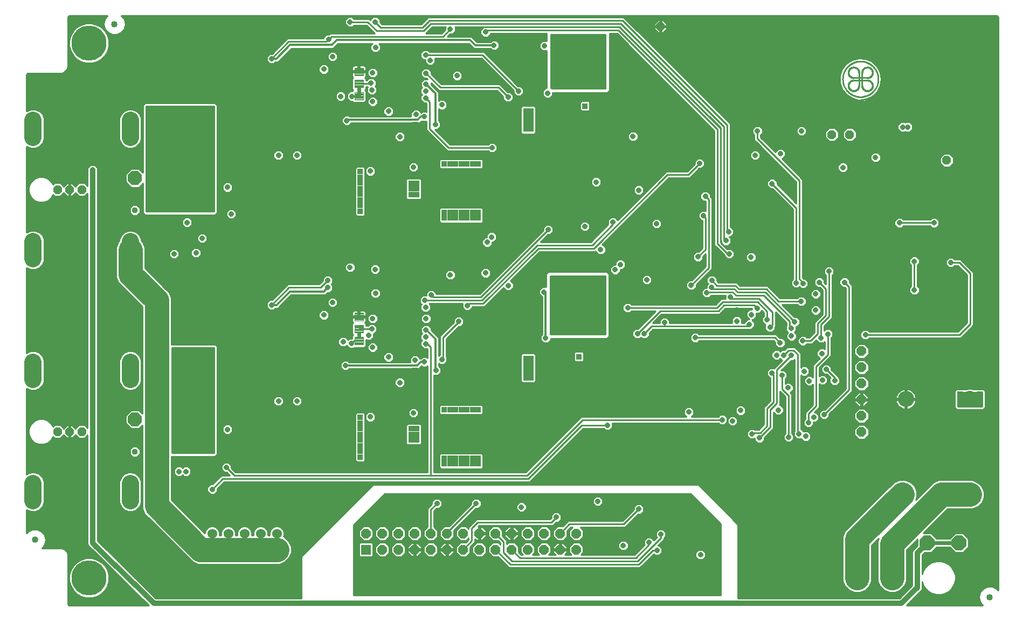
<source format=gbl>
G75*
%MOIN*%
%OFA0B0*%
%FSLAX25Y25*%
%IPPOS*%
%LPD*%
%AMOC8*
5,1,8,0,0,1.08239X$1,22.5*
%
%ADD10C,0.01000*%
%ADD11C,0.00100*%
%ADD12OC8,0.09693*%
%ADD13C,0.04000*%
%ADD14OC8,0.09055*%
%ADD15C,0.10000*%
%ADD16OC8,0.05315*%
%ADD17OC8,0.08600*%
%ADD18OC8,0.03543*%
%ADD19C,0.10638*%
%ADD20OC8,0.05906*%
%ADD21R,0.05906X0.05906*%
%ADD22R,0.06000X0.06000*%
%ADD23C,0.06000*%
%ADD24C,0.00409*%
%ADD25C,0.00404*%
%ADD26C,0.03200*%
%ADD27OC8,0.03175*%
%ADD28C,0.02400*%
%ADD29R,0.03175X0.03175*%
%ADD30C,0.21654*%
%ADD31C,0.01200*%
%ADD32C,0.15000*%
%ADD33C,0.01600*%
%ADD34C,0.10000*%
D10*
X0191904Y0080161D02*
X0191904Y0094589D01*
X0192006Y0094487D01*
X0194512Y0093449D01*
X0197225Y0093449D01*
X0199731Y0094487D01*
X0201650Y0096405D01*
X0202688Y0098911D01*
X0202688Y0112262D01*
X0201650Y0114768D01*
X0199731Y0116686D01*
X0197225Y0117724D01*
X0194512Y0117724D01*
X0192006Y0116686D01*
X0191904Y0116584D01*
X0191904Y0169589D01*
X0192006Y0169487D01*
X0194512Y0168449D01*
X0197225Y0168449D01*
X0199731Y0169487D01*
X0201650Y0171405D01*
X0202688Y0173911D01*
X0202688Y0187262D01*
X0201650Y0189768D01*
X0199731Y0191686D01*
X0197225Y0192724D01*
X0194512Y0192724D01*
X0192006Y0191686D01*
X0191904Y0191584D01*
X0191904Y0244195D01*
X0192006Y0244093D01*
X0194512Y0243055D01*
X0197225Y0243055D01*
X0199731Y0244093D01*
X0201650Y0246011D01*
X0202688Y0248518D01*
X0202688Y0261868D01*
X0201650Y0264374D01*
X0199731Y0266293D01*
X0197225Y0267331D01*
X0194512Y0267331D01*
X0192006Y0266293D01*
X0191904Y0266191D01*
X0191904Y0319195D01*
X0192006Y0319093D01*
X0194512Y0318055D01*
X0197225Y0318055D01*
X0199731Y0319093D01*
X0201650Y0321011D01*
X0202688Y0323518D01*
X0202688Y0336868D01*
X0201650Y0339374D01*
X0199731Y0341293D01*
X0197225Y0342331D01*
X0194512Y0342331D01*
X0192006Y0341293D01*
X0191904Y0341191D01*
X0191904Y0363461D01*
X0191919Y0363650D01*
X0192036Y0364009D01*
X0192258Y0364315D01*
X0192564Y0364538D01*
X0192924Y0364654D01*
X0193113Y0364669D01*
X0213732Y0364669D01*
X0215458Y0365384D01*
X0216780Y0366706D01*
X0217495Y0368432D01*
X0217495Y0398894D01*
X0217510Y0399083D01*
X0217626Y0399442D01*
X0217849Y0399748D01*
X0218155Y0399971D01*
X0218514Y0400087D01*
X0218703Y0400102D01*
X0241949Y0400102D01*
X0240181Y0397885D01*
X0239512Y0394957D01*
X0239512Y0394957D01*
X0240181Y0392028D01*
X0242054Y0389679D01*
X0244760Y0388376D01*
X0247764Y0388376D01*
X0250471Y0389679D01*
X0250471Y0389679D01*
X0250471Y0389679D01*
X0252344Y0392028D01*
X0253012Y0394957D01*
X0252344Y0397885D01*
X0252344Y0397885D01*
X0250576Y0400102D01*
X0791538Y0400102D01*
X0791727Y0400087D01*
X0792087Y0399971D01*
X0792393Y0399748D01*
X0792615Y0399442D01*
X0792732Y0399083D01*
X0792747Y0398894D01*
X0792747Y0044728D01*
X0791810Y0045903D01*
X0791810Y0045903D01*
X0789103Y0047207D01*
X0786099Y0047207D01*
X0783392Y0045903D01*
X0781520Y0043555D01*
X0781520Y0043555D01*
X0780851Y0040626D01*
X0781520Y0037697D01*
X0783287Y0035480D01*
X0736038Y0035480D01*
X0744463Y0043905D01*
X0745335Y0044777D01*
X0745807Y0045917D01*
X0745807Y0050077D01*
X0746251Y0048421D01*
X0747621Y0046048D01*
X0749558Y0044111D01*
X0751931Y0042741D01*
X0754578Y0042031D01*
X0757317Y0042031D01*
X0759964Y0042741D01*
X0762337Y0044111D01*
X0764274Y0046048D01*
X0765644Y0048421D01*
X0766353Y0051067D01*
X0766353Y0053807D01*
X0765644Y0056453D01*
X0764274Y0058826D01*
X0762337Y0060763D01*
X0759964Y0062133D01*
X0757317Y0062843D01*
X0754578Y0062843D01*
X0751931Y0062133D01*
X0749558Y0060763D01*
X0747621Y0058826D01*
X0746251Y0056453D01*
X0745807Y0054797D01*
X0745807Y0066653D01*
X0747217Y0068063D01*
X0751358Y0068063D01*
X0754685Y0071391D01*
X0762722Y0071391D01*
X0766049Y0068063D01*
X0771043Y0068063D01*
X0774573Y0071594D01*
X0774573Y0076587D01*
X0771043Y0080118D01*
X0766049Y0080118D01*
X0762722Y0076791D01*
X0754685Y0076791D01*
X0751358Y0080118D01*
X0746520Y0080118D01*
X0761408Y0095006D01*
X0776933Y0095006D01*
X0780240Y0096376D01*
X0782772Y0098908D01*
X0784142Y0102216D01*
X0784142Y0105796D01*
X0782772Y0109104D01*
X0780240Y0111636D01*
X0776933Y0113006D01*
X0755890Y0113006D01*
X0752582Y0111636D01*
X0741763Y0100817D01*
X0742457Y0102493D01*
X0742457Y0106074D01*
X0741087Y0109382D01*
X0738555Y0111913D01*
X0735248Y0113283D01*
X0731667Y0113283D01*
X0728359Y0111913D01*
X0701578Y0085132D01*
X0697924Y0081478D01*
X0696554Y0078170D01*
X0696554Y0050647D01*
X0697924Y0047339D01*
X0700456Y0044807D01*
X0703764Y0043437D01*
X0707344Y0043437D01*
X0710652Y0044807D01*
X0713184Y0047339D01*
X0714554Y0050647D01*
X0714554Y0072652D01*
X0718902Y0077000D01*
X0718207Y0075324D01*
X0718207Y0050647D01*
X0719578Y0047339D01*
X0722109Y0044807D01*
X0725417Y0043437D01*
X0728998Y0043437D01*
X0732305Y0044807D01*
X0734837Y0047339D01*
X0736207Y0050647D01*
X0736207Y0069806D01*
X0740337Y0073935D01*
X0742833Y0076432D01*
X0742833Y0072447D01*
X0740079Y0069693D01*
X0739607Y0068554D01*
X0739607Y0047818D01*
X0731673Y0039883D01*
X0631957Y0039883D01*
X0631957Y0085533D01*
X0607457Y0110033D01*
X0406207Y0110033D01*
X0361957Y0065783D01*
X0361957Y0039883D01*
X0271973Y0039883D01*
X0237080Y0074088D01*
X0237080Y0074088D01*
X0236651Y0074509D01*
X0235807Y0075352D01*
X0235807Y0305400D01*
X0235795Y0305430D01*
X0235795Y0306062D01*
X0235348Y0306509D01*
X0235335Y0306539D01*
X0234463Y0307412D01*
X0234433Y0307424D01*
X0233986Y0307871D01*
X0233354Y0307871D01*
X0233324Y0307883D01*
X0232091Y0307883D01*
X0232060Y0307871D01*
X0231429Y0307871D01*
X0230982Y0307424D01*
X0230951Y0307412D01*
X0230079Y0306539D01*
X0230067Y0306509D01*
X0229620Y0306062D01*
X0229620Y0305430D01*
X0229607Y0305400D01*
X0229607Y0294854D01*
X0227709Y0296752D01*
X0224265Y0296752D01*
X0222095Y0294583D01*
X0220126Y0296552D01*
X0218873Y0296552D01*
X0218873Y0292980D01*
X0218101Y0292980D01*
X0218101Y0296552D01*
X0216848Y0296552D01*
X0214878Y0294583D01*
X0212709Y0296752D01*
X0209265Y0296752D01*
X0208199Y0295686D01*
X0207639Y0297039D01*
X0205432Y0299246D01*
X0202548Y0300441D01*
X0199426Y0300441D01*
X0196542Y0299246D01*
X0194335Y0297039D01*
X0193140Y0294155D01*
X0193140Y0291034D01*
X0194335Y0288150D01*
X0196542Y0285943D01*
X0199426Y0284748D01*
X0202548Y0284748D01*
X0205432Y0285943D01*
X0207639Y0288150D01*
X0208199Y0289503D01*
X0209265Y0288437D01*
X0212709Y0288437D01*
X0214878Y0290606D01*
X0216848Y0288637D01*
X0218101Y0288637D01*
X0218101Y0292209D01*
X0218873Y0292209D01*
X0218873Y0288637D01*
X0220126Y0288637D01*
X0222095Y0290606D01*
X0224265Y0288437D01*
X0227709Y0288437D01*
X0229607Y0290335D01*
X0229607Y0145247D01*
X0227709Y0147146D01*
X0224265Y0147146D01*
X0222095Y0144976D01*
X0220126Y0146946D01*
X0218873Y0146946D01*
X0218873Y0143374D01*
X0218101Y0143374D01*
X0218101Y0146946D01*
X0216848Y0146946D01*
X0214878Y0144976D01*
X0212709Y0147146D01*
X0209265Y0147146D01*
X0208199Y0146080D01*
X0207639Y0147433D01*
X0205432Y0149640D01*
X0202548Y0150835D01*
X0199426Y0150835D01*
X0196542Y0149640D01*
X0194335Y0147433D01*
X0193140Y0144549D01*
X0193140Y0141427D01*
X0194335Y0138544D01*
X0196542Y0136336D01*
X0199426Y0135142D01*
X0202548Y0135142D01*
X0205432Y0136336D01*
X0207639Y0138544D01*
X0208199Y0139896D01*
X0209265Y0138831D01*
X0212709Y0138831D01*
X0214878Y0141000D01*
X0216848Y0139031D01*
X0218101Y0139031D01*
X0218101Y0142602D01*
X0218873Y0142602D01*
X0218873Y0139031D01*
X0220126Y0139031D01*
X0222095Y0141000D01*
X0224265Y0138831D01*
X0227709Y0138831D01*
X0229607Y0140729D01*
X0229607Y0074634D01*
X0229601Y0074619D01*
X0229607Y0074018D01*
X0229607Y0073452D01*
X0229613Y0073438D01*
X0229614Y0073386D01*
X0230097Y0072251D01*
X0231859Y0070524D01*
X0231859Y0070524D01*
X0232289Y0070103D01*
X0232714Y0069678D01*
X0232728Y0069672D01*
X0267608Y0035480D01*
X0218703Y0035480D01*
X0218514Y0035495D01*
X0218155Y0035612D01*
X0217849Y0035834D01*
X0217626Y0036140D01*
X0217510Y0036500D01*
X0217495Y0036689D01*
X0217495Y0067151D01*
X0216780Y0068877D01*
X0215458Y0070198D01*
X0213732Y0070913D01*
X0201363Y0070913D01*
X0203131Y0073130D01*
X0203131Y0073130D01*
X0203800Y0076059D01*
X0203131Y0078988D01*
X0201258Y0081336D01*
X0198552Y0082640D01*
X0195548Y0082640D01*
X0192841Y0081336D01*
X0191904Y0080161D01*
X0191904Y0080709D02*
X0192341Y0080709D01*
X0192841Y0081336D02*
X0192841Y0081336D01*
X0192841Y0081336D01*
X0193612Y0081708D02*
X0191904Y0081708D01*
X0191904Y0082706D02*
X0229607Y0082706D01*
X0229607Y0081708D02*
X0200488Y0081708D01*
X0201258Y0081336D02*
X0201258Y0081336D01*
X0201759Y0080709D02*
X0229607Y0080709D01*
X0229607Y0079711D02*
X0202555Y0079711D01*
X0203131Y0078988D02*
X0203131Y0078988D01*
X0203194Y0078712D02*
X0229607Y0078712D01*
X0229607Y0077713D02*
X0203422Y0077713D01*
X0203650Y0076715D02*
X0229607Y0076715D01*
X0229607Y0075716D02*
X0203722Y0075716D01*
X0203494Y0074718D02*
X0229607Y0074718D01*
X0229607Y0073719D02*
X0203266Y0073719D01*
X0202805Y0072721D02*
X0229897Y0072721D01*
X0230636Y0071722D02*
X0202009Y0071722D01*
X0214190Y0070724D02*
X0231655Y0070724D01*
X0232666Y0069725D02*
X0215931Y0069725D01*
X0216842Y0068727D02*
X0233692Y0068727D01*
X0234711Y0067728D02*
X0217255Y0067728D01*
X0217495Y0066730D02*
X0235730Y0066730D01*
X0236748Y0065731D02*
X0217495Y0065731D01*
X0217495Y0064733D02*
X0228776Y0064733D01*
X0228892Y0064764D02*
X0225756Y0063924D01*
X0222946Y0062301D01*
X0220651Y0060006D01*
X0219028Y0057195D01*
X0218188Y0054060D01*
X0218188Y0050814D01*
X0219028Y0047679D01*
X0220651Y0044868D01*
X0222946Y0042573D01*
X0225756Y0040950D01*
X0228892Y0040110D01*
X0232137Y0040110D01*
X0235272Y0040950D01*
X0238083Y0042573D01*
X0240378Y0044868D01*
X0242001Y0047679D01*
X0242841Y0050814D01*
X0242841Y0054060D01*
X0242001Y0057195D01*
X0240378Y0060006D01*
X0238083Y0062301D01*
X0235272Y0063924D01*
X0232137Y0064764D01*
X0228892Y0064764D01*
X0232253Y0064733D02*
X0237767Y0064733D01*
X0238785Y0063734D02*
X0235600Y0063734D01*
X0237330Y0062736D02*
X0239804Y0062736D01*
X0240823Y0061737D02*
X0238647Y0061737D01*
X0239645Y0060739D02*
X0241841Y0060739D01*
X0242860Y0059740D02*
X0240532Y0059740D01*
X0241108Y0058742D02*
X0243878Y0058742D01*
X0244897Y0057743D02*
X0241685Y0057743D01*
X0242122Y0056745D02*
X0245916Y0056745D01*
X0246934Y0055746D02*
X0242389Y0055746D01*
X0242657Y0054748D02*
X0247953Y0054748D01*
X0248972Y0053749D02*
X0242841Y0053749D01*
X0242841Y0052751D02*
X0249990Y0052751D01*
X0251009Y0051752D02*
X0242841Y0051752D01*
X0242825Y0050754D02*
X0252027Y0050754D01*
X0253046Y0049755D02*
X0242557Y0049755D01*
X0242290Y0048757D02*
X0254065Y0048757D01*
X0255083Y0047758D02*
X0242022Y0047758D01*
X0241470Y0046760D02*
X0256102Y0046760D01*
X0257120Y0045761D02*
X0240894Y0045761D01*
X0240273Y0044763D02*
X0258139Y0044763D01*
X0259158Y0043764D02*
X0239274Y0043764D01*
X0238276Y0042766D02*
X0260176Y0042766D01*
X0261195Y0041767D02*
X0236687Y0041767D01*
X0234594Y0040769D02*
X0262214Y0040769D01*
X0263232Y0039770D02*
X0217495Y0039770D01*
X0217495Y0038772D02*
X0264251Y0038772D01*
X0265269Y0037773D02*
X0217495Y0037773D01*
X0217495Y0036775D02*
X0266288Y0036775D01*
X0267307Y0035776D02*
X0217929Y0035776D01*
X0217495Y0040769D02*
X0226435Y0040769D01*
X0224342Y0041767D02*
X0217495Y0041767D01*
X0217495Y0042766D02*
X0222753Y0042766D01*
X0221755Y0043764D02*
X0217495Y0043764D01*
X0217495Y0044763D02*
X0220756Y0044763D01*
X0220135Y0045761D02*
X0217495Y0045761D01*
X0217495Y0046760D02*
X0219559Y0046760D01*
X0219007Y0047758D02*
X0217495Y0047758D01*
X0217495Y0048757D02*
X0218739Y0048757D01*
X0218471Y0049755D02*
X0217495Y0049755D01*
X0217495Y0050754D02*
X0218204Y0050754D01*
X0218188Y0051752D02*
X0217495Y0051752D01*
X0217495Y0052751D02*
X0218188Y0052751D01*
X0218188Y0053749D02*
X0217495Y0053749D01*
X0217495Y0054748D02*
X0218372Y0054748D01*
X0218640Y0055746D02*
X0217495Y0055746D01*
X0217495Y0056745D02*
X0218907Y0056745D01*
X0219344Y0057743D02*
X0217495Y0057743D01*
X0217495Y0058742D02*
X0219921Y0058742D01*
X0220497Y0059740D02*
X0217495Y0059740D01*
X0217495Y0060739D02*
X0221384Y0060739D01*
X0222382Y0061737D02*
X0217495Y0061737D01*
X0217495Y0062736D02*
X0223699Y0062736D01*
X0225428Y0063734D02*
X0217495Y0063734D01*
X0236442Y0074718D02*
X0282045Y0074718D01*
X0283043Y0073719D02*
X0237456Y0073719D01*
X0238475Y0072721D02*
X0284042Y0072721D01*
X0285040Y0071722D02*
X0239493Y0071722D01*
X0240512Y0070724D02*
X0286039Y0070724D01*
X0287037Y0069725D02*
X0241531Y0069725D01*
X0242549Y0068727D02*
X0288036Y0068727D01*
X0289034Y0067728D02*
X0243568Y0067728D01*
X0244586Y0066730D02*
X0290033Y0066730D01*
X0291032Y0065731D02*
X0245605Y0065731D01*
X0246624Y0064733D02*
X0292030Y0064733D01*
X0293029Y0063734D02*
X0247642Y0063734D01*
X0248661Y0062736D02*
X0294027Y0062736D01*
X0294397Y0062366D02*
X0297705Y0060996D01*
X0348446Y0060996D01*
X0351754Y0062366D01*
X0354286Y0064898D01*
X0355656Y0068206D01*
X0355656Y0071786D01*
X0354286Y0075094D01*
X0351754Y0077626D01*
X0350722Y0078053D01*
X0351156Y0079101D01*
X0351156Y0080891D01*
X0350471Y0082545D01*
X0349205Y0083811D01*
X0347551Y0084496D01*
X0345761Y0084496D01*
X0344107Y0083811D01*
X0342841Y0082545D01*
X0342156Y0080891D01*
X0342156Y0079101D01*
X0342200Y0078996D01*
X0341113Y0078996D01*
X0341156Y0079101D01*
X0341156Y0080891D01*
X0340471Y0082545D01*
X0339205Y0083811D01*
X0337551Y0084496D01*
X0335761Y0084496D01*
X0334107Y0083811D01*
X0332841Y0082545D01*
X0332156Y0080891D01*
X0332156Y0079101D01*
X0332200Y0078996D01*
X0331113Y0078996D01*
X0331156Y0079101D01*
X0331156Y0080891D01*
X0330471Y0082545D01*
X0329205Y0083811D01*
X0327551Y0084496D01*
X0325761Y0084496D01*
X0324107Y0083811D01*
X0322841Y0082545D01*
X0322156Y0080891D01*
X0322156Y0079101D01*
X0322200Y0078996D01*
X0321113Y0078996D01*
X0321156Y0079101D01*
X0321156Y0080891D01*
X0320471Y0082545D01*
X0319205Y0083811D01*
X0317551Y0084496D01*
X0315761Y0084496D01*
X0314107Y0083811D01*
X0312841Y0082545D01*
X0312156Y0080891D01*
X0312156Y0079101D01*
X0312200Y0078996D01*
X0311113Y0078996D01*
X0311156Y0079101D01*
X0311156Y0080891D01*
X0310471Y0082545D01*
X0309205Y0083811D01*
X0307551Y0084496D01*
X0305761Y0084496D01*
X0304107Y0083811D01*
X0302841Y0082545D01*
X0302156Y0080891D01*
X0302156Y0080063D01*
X0281457Y0100761D01*
X0281457Y0127583D01*
X0308619Y0127583D01*
X0309907Y0128872D01*
X0309907Y0195695D01*
X0308619Y0196983D01*
X0281457Y0196983D01*
X0281457Y0225824D01*
X0280087Y0229132D01*
X0277555Y0231663D01*
X0265207Y0244011D01*
X0265207Y0256881D01*
X0263837Y0260189D01*
X0262924Y0261102D01*
X0262924Y0261868D01*
X0261886Y0264374D01*
X0259968Y0266293D01*
X0257461Y0267331D01*
X0254749Y0267331D01*
X0252242Y0266293D01*
X0250324Y0264374D01*
X0249286Y0261868D01*
X0249286Y0261102D01*
X0248475Y0260291D01*
X0247105Y0256983D01*
X0247105Y0253403D01*
X0247207Y0253156D01*
X0247207Y0238493D01*
X0248578Y0235185D01*
X0251109Y0232654D01*
X0263457Y0220306D01*
X0263457Y0154236D01*
X0261360Y0156333D01*
X0256555Y0156333D01*
X0253157Y0152936D01*
X0253157Y0148131D01*
X0256555Y0144733D01*
X0261360Y0144733D01*
X0263457Y0146831D01*
X0263457Y0095243D01*
X0264828Y0091935D01*
X0267359Y0089404D01*
X0294397Y0062366D01*
X0295915Y0061737D02*
X0249679Y0061737D01*
X0250698Y0060739D02*
X0361957Y0060739D01*
X0361957Y0061737D02*
X0350236Y0061737D01*
X0352124Y0062736D02*
X0361957Y0062736D01*
X0361957Y0063734D02*
X0353122Y0063734D01*
X0354121Y0064733D02*
X0361957Y0064733D01*
X0361957Y0065731D02*
X0354631Y0065731D01*
X0355045Y0066730D02*
X0362904Y0066730D01*
X0363902Y0067728D02*
X0355458Y0067728D01*
X0355656Y0068727D02*
X0364901Y0068727D01*
X0365899Y0069725D02*
X0355656Y0069725D01*
X0355656Y0070724D02*
X0366898Y0070724D01*
X0367896Y0071722D02*
X0355656Y0071722D01*
X0355269Y0072721D02*
X0368895Y0072721D01*
X0369893Y0073719D02*
X0354855Y0073719D01*
X0354442Y0074718D02*
X0370892Y0074718D01*
X0371890Y0075716D02*
X0353664Y0075716D01*
X0352665Y0076715D02*
X0372889Y0076715D01*
X0373887Y0077713D02*
X0351543Y0077713D01*
X0350995Y0078712D02*
X0374886Y0078712D01*
X0375884Y0079711D02*
X0351156Y0079711D01*
X0351156Y0080709D02*
X0376883Y0080709D01*
X0377881Y0081708D02*
X0350818Y0081708D01*
X0350310Y0082706D02*
X0378880Y0082706D01*
X0379878Y0083705D02*
X0349312Y0083705D01*
X0344001Y0083705D02*
X0339312Y0083705D01*
X0340310Y0082706D02*
X0343002Y0082706D01*
X0342494Y0081708D02*
X0340818Y0081708D01*
X0341156Y0080709D02*
X0342156Y0080709D01*
X0342156Y0079711D02*
X0341156Y0079711D01*
X0334001Y0083705D02*
X0329312Y0083705D01*
X0330310Y0082706D02*
X0333002Y0082706D01*
X0332494Y0081708D02*
X0330818Y0081708D01*
X0331156Y0080709D02*
X0332156Y0080709D01*
X0332156Y0079711D02*
X0331156Y0079711D01*
X0324001Y0083705D02*
X0319312Y0083705D01*
X0320310Y0082706D02*
X0323002Y0082706D01*
X0322494Y0081708D02*
X0320818Y0081708D01*
X0321156Y0080709D02*
X0322156Y0080709D01*
X0322156Y0079711D02*
X0321156Y0079711D01*
X0314001Y0083705D02*
X0309312Y0083705D01*
X0310310Y0082706D02*
X0313002Y0082706D01*
X0312494Y0081708D02*
X0310818Y0081708D01*
X0311156Y0080709D02*
X0312156Y0080709D01*
X0312156Y0079711D02*
X0311156Y0079711D01*
X0304001Y0083705D02*
X0298514Y0083705D01*
X0297516Y0084703D02*
X0380877Y0084703D01*
X0381875Y0085702D02*
X0296517Y0085702D01*
X0295519Y0086700D02*
X0382874Y0086700D01*
X0383872Y0087699D02*
X0294520Y0087699D01*
X0293522Y0088697D02*
X0384871Y0088697D01*
X0385870Y0089696D02*
X0292523Y0089696D01*
X0291525Y0090694D02*
X0386868Y0090694D01*
X0387867Y0091693D02*
X0290526Y0091693D01*
X0289528Y0092691D02*
X0388865Y0092691D01*
X0389864Y0093690D02*
X0288529Y0093690D01*
X0287531Y0094688D02*
X0390862Y0094688D01*
X0391861Y0095687D02*
X0286532Y0095687D01*
X0285533Y0096685D02*
X0392859Y0096685D01*
X0393858Y0097684D02*
X0284535Y0097684D01*
X0283536Y0098682D02*
X0394856Y0098682D01*
X0395855Y0099681D02*
X0282538Y0099681D01*
X0281539Y0100679D02*
X0396853Y0100679D01*
X0397852Y0101678D02*
X0281457Y0101678D01*
X0281457Y0102676D02*
X0398850Y0102676D01*
X0399849Y0103675D02*
X0281457Y0103675D01*
X0281457Y0104673D02*
X0304951Y0104673D01*
X0305429Y0104196D02*
X0307986Y0104196D01*
X0309795Y0106005D01*
X0309795Y0107542D01*
X0314036Y0111783D01*
X0503036Y0111783D01*
X0504207Y0112955D01*
X0536036Y0144783D01*
X0548841Y0144783D01*
X0549929Y0143696D01*
X0552486Y0143696D01*
X0554295Y0145505D01*
X0554295Y0148062D01*
X0554074Y0148283D01*
X0619841Y0148283D01*
X0620929Y0147196D01*
X0623486Y0147196D01*
X0625295Y0149005D01*
X0625295Y0151562D01*
X0623486Y0153371D01*
X0620929Y0153371D01*
X0619841Y0152283D01*
X0603074Y0152283D01*
X0604545Y0153755D01*
X0604545Y0156312D01*
X0602736Y0158121D01*
X0600179Y0158121D01*
X0598370Y0156312D01*
X0598370Y0153755D01*
X0599841Y0152283D01*
X0535129Y0152283D01*
X0533957Y0151112D01*
X0500629Y0117783D01*
X0443957Y0117783D01*
X0443957Y0177696D01*
X0446486Y0177696D01*
X0448295Y0179505D01*
X0448295Y0182062D01*
X0446807Y0183550D01*
X0446807Y0185067D01*
X0447429Y0184446D01*
X0449986Y0184446D01*
X0451795Y0186255D01*
X0451795Y0188812D01*
X0451457Y0189150D01*
X0451457Y0200205D01*
X0459198Y0207946D01*
X0460486Y0207946D01*
X0462295Y0209755D01*
X0462295Y0212312D01*
X0460486Y0214121D01*
X0457929Y0214121D01*
X0456120Y0212312D01*
X0456120Y0210524D01*
X0448629Y0203033D01*
X0447457Y0201862D01*
X0447457Y0190621D01*
X0447429Y0190621D01*
X0446807Y0190000D01*
X0446807Y0201153D01*
X0442045Y0205916D01*
X0442045Y0207062D01*
X0440236Y0208871D01*
X0437679Y0208871D01*
X0435870Y0207062D01*
X0435870Y0204505D01*
X0436591Y0203783D01*
X0435620Y0202812D01*
X0435620Y0200255D01*
X0436466Y0199408D01*
X0435620Y0198562D01*
X0435620Y0196005D01*
X0437429Y0194196D01*
X0439957Y0194196D01*
X0439957Y0188400D01*
X0439236Y0189121D01*
X0436679Y0189121D01*
X0435691Y0188133D01*
X0435295Y0188133D01*
X0435295Y0188312D01*
X0433486Y0190121D01*
X0430929Y0190121D01*
X0429120Y0188312D01*
X0429120Y0185883D01*
X0391474Y0185883D01*
X0390486Y0186871D01*
X0387929Y0186871D01*
X0386120Y0185062D01*
X0386120Y0182505D01*
X0387929Y0180696D01*
X0390486Y0180696D01*
X0391474Y0181683D01*
X0434327Y0181683D01*
X0435557Y0182914D01*
X0436134Y0183490D01*
X0436679Y0182946D01*
X0439236Y0182946D01*
X0439957Y0183667D01*
X0439957Y0117783D01*
X0321286Y0117783D01*
X0318545Y0120524D01*
X0318545Y0122062D01*
X0316736Y0123871D01*
X0314179Y0123871D01*
X0312370Y0122062D01*
X0312370Y0119505D01*
X0314179Y0117696D01*
X0315716Y0117696D01*
X0317629Y0115783D01*
X0312379Y0115783D01*
X0306966Y0110371D01*
X0305429Y0110371D01*
X0303620Y0108562D01*
X0303620Y0106005D01*
X0305429Y0104196D01*
X0303953Y0105672D02*
X0281457Y0105672D01*
X0281457Y0106670D02*
X0303620Y0106670D01*
X0303620Y0107669D02*
X0281457Y0107669D01*
X0281457Y0108667D02*
X0303725Y0108667D01*
X0304724Y0109666D02*
X0281457Y0109666D01*
X0281457Y0110664D02*
X0307260Y0110664D01*
X0308258Y0111663D02*
X0281457Y0111663D01*
X0281457Y0112661D02*
X0309257Y0112661D01*
X0310255Y0113660D02*
X0281457Y0113660D01*
X0281457Y0114658D02*
X0311254Y0114658D01*
X0312252Y0115657D02*
X0292197Y0115657D01*
X0291736Y0115196D02*
X0293545Y0117005D01*
X0293545Y0119562D01*
X0291736Y0121371D01*
X0289179Y0121371D01*
X0288332Y0120525D01*
X0287496Y0121361D01*
X0284938Y0121361D01*
X0283130Y0119552D01*
X0283130Y0116995D01*
X0284938Y0115186D01*
X0287496Y0115186D01*
X0288342Y0116032D01*
X0289179Y0115196D01*
X0291736Y0115196D01*
X0293196Y0116655D02*
X0316757Y0116655D01*
X0315758Y0117654D02*
X0293545Y0117654D01*
X0293545Y0118652D02*
X0313222Y0118652D01*
X0312370Y0119651D02*
X0293456Y0119651D01*
X0292458Y0120649D02*
X0312370Y0120649D01*
X0312370Y0121648D02*
X0281457Y0121648D01*
X0281457Y0122647D02*
X0312954Y0122647D01*
X0313953Y0123645D02*
X0281457Y0123645D01*
X0281457Y0124644D02*
X0395551Y0124644D01*
X0395120Y0125075D02*
X0395999Y0124196D01*
X0400416Y0124196D01*
X0401295Y0125075D01*
X0401295Y0150492D01*
X0401295Y0153992D01*
X0400416Y0154871D01*
X0395999Y0154871D01*
X0395120Y0153992D01*
X0395120Y0125075D01*
X0395120Y0125642D02*
X0281457Y0125642D01*
X0281457Y0126641D02*
X0395120Y0126641D01*
X0395120Y0127639D02*
X0308674Y0127639D01*
X0309673Y0128638D02*
X0395120Y0128638D01*
X0395120Y0129636D02*
X0309907Y0129636D01*
X0309907Y0130635D02*
X0395120Y0130635D01*
X0395120Y0131633D02*
X0309907Y0131633D01*
X0309907Y0132632D02*
X0395120Y0132632D01*
X0395120Y0133630D02*
X0309907Y0133630D01*
X0309907Y0134629D02*
X0395120Y0134629D01*
X0395120Y0135627D02*
X0309907Y0135627D01*
X0309907Y0136626D02*
X0395120Y0136626D01*
X0395120Y0137624D02*
X0309907Y0137624D01*
X0309907Y0138623D02*
X0395120Y0138623D01*
X0395120Y0139621D02*
X0309907Y0139621D01*
X0309907Y0140620D02*
X0395120Y0140620D01*
X0395120Y0141618D02*
X0317908Y0141618D01*
X0317486Y0141196D02*
X0319295Y0143005D01*
X0319295Y0145562D01*
X0317486Y0147371D01*
X0314929Y0147371D01*
X0313120Y0145562D01*
X0313120Y0143005D01*
X0314929Y0141196D01*
X0317486Y0141196D01*
X0318907Y0142617D02*
X0395120Y0142617D01*
X0395120Y0143615D02*
X0319295Y0143615D01*
X0319295Y0144614D02*
X0395120Y0144614D01*
X0395120Y0145612D02*
X0319245Y0145612D01*
X0318246Y0146611D02*
X0395120Y0146611D01*
X0395120Y0147609D02*
X0309907Y0147609D01*
X0309907Y0146611D02*
X0314168Y0146611D01*
X0313170Y0145612D02*
X0309907Y0145612D01*
X0309907Y0144614D02*
X0313120Y0144614D01*
X0313120Y0143615D02*
X0309907Y0143615D01*
X0309907Y0142617D02*
X0313508Y0142617D01*
X0314506Y0141618D02*
X0309907Y0141618D01*
X0307707Y0141618D02*
X0281657Y0141618D01*
X0281657Y0140620D02*
X0307707Y0140620D01*
X0307707Y0139621D02*
X0281657Y0139621D01*
X0281657Y0138623D02*
X0307707Y0138623D01*
X0307707Y0137624D02*
X0281657Y0137624D01*
X0281657Y0136626D02*
X0307707Y0136626D01*
X0307707Y0135627D02*
X0281657Y0135627D01*
X0281657Y0134629D02*
X0307707Y0134629D01*
X0307707Y0133630D02*
X0281657Y0133630D01*
X0281657Y0132632D02*
X0307707Y0132632D01*
X0307707Y0131633D02*
X0281657Y0131633D01*
X0281657Y0130635D02*
X0307707Y0130635D01*
X0307707Y0129783D02*
X0281657Y0129783D01*
X0281657Y0194783D01*
X0307707Y0194783D01*
X0307707Y0129783D01*
X0316962Y0123645D02*
X0439957Y0123645D01*
X0439957Y0122647D02*
X0317961Y0122647D01*
X0318545Y0121648D02*
X0439957Y0121648D01*
X0439957Y0120649D02*
X0318545Y0120649D01*
X0319418Y0119651D02*
X0439957Y0119651D01*
X0439957Y0118652D02*
X0320417Y0118652D01*
X0320457Y0115783D02*
X0315457Y0120783D01*
X0320457Y0115783D02*
X0441957Y0115783D01*
X0441957Y0195283D01*
X0439957Y0197283D01*
X0438707Y0197283D01*
X0435620Y0197535D02*
X0407822Y0197535D01*
X0407236Y0198121D02*
X0404679Y0198121D01*
X0402870Y0196312D01*
X0402870Y0193755D01*
X0404679Y0191946D01*
X0407236Y0191946D01*
X0409045Y0193755D01*
X0409045Y0196312D01*
X0407236Y0198121D01*
X0408821Y0196536D02*
X0435620Y0196536D01*
X0436087Y0195538D02*
X0409045Y0195538D01*
X0409045Y0194539D02*
X0437085Y0194539D01*
X0439957Y0193541D02*
X0408831Y0193541D01*
X0407832Y0192542D02*
X0439957Y0192542D01*
X0439957Y0191544D02*
X0417563Y0191544D01*
X0416986Y0192121D02*
X0414429Y0192121D01*
X0412620Y0190312D01*
X0412620Y0187755D01*
X0414429Y0185946D01*
X0416986Y0185946D01*
X0418795Y0187755D01*
X0418795Y0190312D01*
X0416986Y0192121D01*
X0418562Y0190545D02*
X0439957Y0190545D01*
X0439957Y0189547D02*
X0434060Y0189547D01*
X0435059Y0188548D02*
X0436106Y0188548D01*
X0439809Y0188548D02*
X0439957Y0188548D01*
X0439957Y0183556D02*
X0439846Y0183556D01*
X0439957Y0182557D02*
X0435201Y0182557D01*
X0439957Y0181559D02*
X0391349Y0181559D01*
X0387066Y0181559D02*
X0309907Y0181559D01*
X0309907Y0182557D02*
X0386120Y0182557D01*
X0386120Y0183556D02*
X0309907Y0183556D01*
X0309907Y0184554D02*
X0386120Y0184554D01*
X0386610Y0185553D02*
X0309907Y0185553D01*
X0309907Y0186551D02*
X0387609Y0186551D01*
X0390806Y0186551D02*
X0413823Y0186551D01*
X0412825Y0187550D02*
X0309907Y0187550D01*
X0309907Y0188548D02*
X0412620Y0188548D01*
X0412620Y0189547D02*
X0309907Y0189547D01*
X0309907Y0190545D02*
X0412853Y0190545D01*
X0413851Y0191544D02*
X0309907Y0191544D01*
X0309907Y0192542D02*
X0404082Y0192542D01*
X0403084Y0193541D02*
X0309907Y0193541D01*
X0309907Y0194539D02*
X0391585Y0194539D01*
X0391679Y0194446D02*
X0394236Y0194446D01*
X0394784Y0194994D01*
X0400911Y0194994D01*
X0401910Y0195993D01*
X0401910Y0199714D01*
X0402179Y0199446D01*
X0404736Y0199446D01*
X0406545Y0201255D01*
X0406545Y0203446D01*
X0406736Y0203446D01*
X0408545Y0205255D01*
X0408545Y0207812D01*
X0406736Y0209621D01*
X0404179Y0209621D01*
X0403091Y0208533D01*
X0401910Y0208533D01*
X0401910Y0209594D01*
X0401078Y0210426D01*
X0401129Y0210455D01*
X0401409Y0210736D01*
X0401608Y0211079D01*
X0401710Y0211461D01*
X0401710Y0213514D01*
X0397957Y0213514D01*
X0397957Y0214514D01*
X0396957Y0214514D01*
X0396957Y0213514D01*
X0393205Y0213514D01*
X0393205Y0211461D01*
X0393307Y0211079D01*
X0393505Y0210736D01*
X0393785Y0210455D01*
X0393837Y0210426D01*
X0393005Y0209594D01*
X0393005Y0203473D01*
X0393684Y0202793D01*
X0393005Y0202114D01*
X0393005Y0200621D01*
X0391679Y0200621D01*
X0390795Y0199737D01*
X0390795Y0199812D01*
X0388986Y0201621D01*
X0386429Y0201621D01*
X0384620Y0199812D01*
X0384620Y0197255D01*
X0386429Y0195446D01*
X0388986Y0195446D01*
X0389870Y0196330D01*
X0389870Y0196255D01*
X0391679Y0194446D01*
X0390587Y0195538D02*
X0389078Y0195538D01*
X0386337Y0195538D02*
X0309907Y0195538D01*
X0309066Y0196536D02*
X0385338Y0196536D01*
X0384620Y0197535D02*
X0281457Y0197535D01*
X0281457Y0198533D02*
X0384620Y0198533D01*
X0384620Y0199532D02*
X0281457Y0199532D01*
X0281457Y0200530D02*
X0385338Y0200530D01*
X0386337Y0201529D02*
X0281457Y0201529D01*
X0281457Y0202527D02*
X0393418Y0202527D01*
X0393005Y0201529D02*
X0389078Y0201529D01*
X0390077Y0200530D02*
X0391588Y0200530D01*
X0394477Y0199053D02*
X0392957Y0197533D01*
X0394477Y0199053D02*
X0397457Y0199053D01*
X0397438Y0199033D01*
X0401910Y0199532D02*
X0402093Y0199532D01*
X0401910Y0198533D02*
X0435620Y0198533D01*
X0436343Y0199532D02*
X0404822Y0199532D01*
X0405820Y0200530D02*
X0435620Y0200530D01*
X0435620Y0201529D02*
X0406545Y0201529D01*
X0406545Y0202527D02*
X0435620Y0202527D01*
X0436334Y0203526D02*
X0406816Y0203526D01*
X0407815Y0204524D02*
X0435870Y0204524D01*
X0435870Y0205523D02*
X0408545Y0205523D01*
X0408545Y0206521D02*
X0435870Y0206521D01*
X0436328Y0207520D02*
X0408545Y0207520D01*
X0407839Y0208518D02*
X0437326Y0208518D01*
X0437679Y0209696D02*
X0440236Y0209696D01*
X0442045Y0211505D01*
X0442045Y0214062D01*
X0440236Y0215871D01*
X0437679Y0215871D01*
X0435870Y0214062D01*
X0435870Y0211505D01*
X0437679Y0209696D01*
X0436859Y0210516D02*
X0408056Y0210516D01*
X0407236Y0209696D02*
X0409045Y0211505D01*
X0409045Y0214062D01*
X0407236Y0215871D01*
X0404679Y0215871D01*
X0402870Y0214062D01*
X0402870Y0211505D01*
X0404679Y0209696D01*
X0407236Y0209696D01*
X0406840Y0209517D02*
X0455112Y0209517D01*
X0454114Y0208518D02*
X0440589Y0208518D01*
X0441587Y0207520D02*
X0453115Y0207520D01*
X0452117Y0206521D02*
X0442045Y0206521D01*
X0442438Y0205523D02*
X0451118Y0205523D01*
X0450120Y0204524D02*
X0443436Y0204524D01*
X0444435Y0203526D02*
X0449121Y0203526D01*
X0448123Y0202527D02*
X0445433Y0202527D01*
X0446432Y0201529D02*
X0447457Y0201529D01*
X0447457Y0200530D02*
X0446807Y0200530D01*
X0446807Y0199532D02*
X0447457Y0199532D01*
X0447457Y0198533D02*
X0446807Y0198533D01*
X0446807Y0197535D02*
X0447457Y0197535D01*
X0447457Y0196536D02*
X0446807Y0196536D01*
X0446807Y0195538D02*
X0447457Y0195538D01*
X0447457Y0194539D02*
X0446807Y0194539D01*
X0446807Y0193541D02*
X0447457Y0193541D01*
X0447457Y0192542D02*
X0446807Y0192542D01*
X0446807Y0191544D02*
X0447457Y0191544D01*
X0447353Y0190545D02*
X0446807Y0190545D01*
X0449457Y0188283D02*
X0448707Y0187533D01*
X0449457Y0188283D02*
X0449457Y0201033D01*
X0459207Y0210783D01*
X0459207Y0211033D01*
X0457319Y0213511D02*
X0442045Y0213511D01*
X0442045Y0212513D02*
X0456320Y0212513D01*
X0456120Y0211514D02*
X0442045Y0211514D01*
X0441056Y0210516D02*
X0456111Y0210516D01*
X0458772Y0207520D02*
X0510857Y0207520D01*
X0510857Y0208518D02*
X0461059Y0208518D01*
X0462057Y0209517D02*
X0510857Y0209517D01*
X0510857Y0210516D02*
X0462295Y0210516D01*
X0462295Y0211514D02*
X0510857Y0211514D01*
X0510857Y0212513D02*
X0462095Y0212513D01*
X0461096Y0213511D02*
X0510857Y0213511D01*
X0510857Y0214510D02*
X0441597Y0214510D01*
X0440599Y0215508D02*
X0510857Y0215508D01*
X0510857Y0216507D02*
X0401710Y0216507D01*
X0401710Y0216566D02*
X0401608Y0216949D01*
X0401409Y0217292D01*
X0401129Y0217572D01*
X0400786Y0217770D01*
X0400403Y0217873D01*
X0397957Y0217873D01*
X0397957Y0214514D01*
X0401710Y0214514D01*
X0401710Y0216566D01*
X0401710Y0215508D02*
X0404316Y0215508D01*
X0403317Y0214510D02*
X0397957Y0214510D01*
X0397957Y0215508D02*
X0396957Y0215508D01*
X0396957Y0214514D02*
X0396957Y0217873D01*
X0394511Y0217873D01*
X0394129Y0217770D01*
X0393785Y0217572D01*
X0393505Y0217292D01*
X0393307Y0216949D01*
X0393205Y0216566D01*
X0393205Y0214514D01*
X0396957Y0214514D01*
X0396957Y0214510D02*
X0378795Y0214510D01*
X0378795Y0213755D02*
X0376986Y0211946D01*
X0374429Y0211946D01*
X0372620Y0213755D01*
X0372620Y0216312D01*
X0374429Y0218121D01*
X0376986Y0218121D01*
X0378795Y0216312D01*
X0378795Y0213755D01*
X0378551Y0213511D02*
X0393205Y0213511D01*
X0393205Y0212513D02*
X0377553Y0212513D01*
X0378795Y0215508D02*
X0393205Y0215508D01*
X0393205Y0216507D02*
X0378600Y0216507D01*
X0377602Y0217505D02*
X0393718Y0217505D01*
X0396957Y0217505D02*
X0397957Y0217505D01*
X0397957Y0216507D02*
X0396957Y0216507D01*
X0401196Y0217505D02*
X0436619Y0217505D01*
X0437429Y0216696D02*
X0439986Y0216696D01*
X0441795Y0218505D01*
X0441795Y0221062D01*
X0440824Y0222033D01*
X0461370Y0222033D01*
X0461370Y0219505D01*
X0463179Y0217696D01*
X0465736Y0217696D01*
X0467545Y0219505D01*
X0467545Y0220033D01*
X0475036Y0220033D01*
X0476207Y0221205D01*
X0486938Y0231936D01*
X0488679Y0230196D01*
X0491236Y0230196D01*
X0493045Y0232005D01*
X0493045Y0234562D01*
X0491305Y0236302D01*
X0509286Y0254283D01*
X0543536Y0254283D01*
X0543870Y0254618D01*
X0543870Y0254255D01*
X0545679Y0252446D01*
X0548236Y0252446D01*
X0550045Y0254255D01*
X0550045Y0256812D01*
X0548236Y0258621D01*
X0547873Y0258621D01*
X0589036Y0299783D01*
X0602036Y0299783D01*
X0603207Y0300955D01*
X0607948Y0305696D01*
X0609486Y0305696D01*
X0611295Y0307505D01*
X0611295Y0310062D01*
X0609486Y0311871D01*
X0606929Y0311871D01*
X0605120Y0310062D01*
X0605120Y0308524D01*
X0600379Y0303783D01*
X0587379Y0303783D01*
X0557476Y0273881D01*
X0555736Y0275621D01*
X0553179Y0275621D01*
X0551370Y0273812D01*
X0551370Y0271255D01*
X0551610Y0271015D01*
X0540879Y0260283D01*
X0509786Y0260283D01*
X0514198Y0264696D01*
X0515736Y0264696D01*
X0517545Y0266505D01*
X0517545Y0269062D01*
X0515736Y0270871D01*
X0513179Y0270871D01*
X0511370Y0269062D01*
X0511370Y0267524D01*
X0472129Y0228283D01*
X0445295Y0228283D01*
X0445295Y0228812D01*
X0443486Y0230621D01*
X0440929Y0230621D01*
X0439120Y0228812D01*
X0439120Y0227121D01*
X0436929Y0227121D01*
X0435120Y0225312D01*
X0435120Y0222755D01*
X0436216Y0221658D01*
X0435620Y0221062D01*
X0435620Y0218505D01*
X0437429Y0216696D01*
X0437316Y0215508D02*
X0407599Y0215508D01*
X0408597Y0214510D02*
X0436317Y0214510D01*
X0435870Y0213511D02*
X0409045Y0213511D01*
X0409045Y0212513D02*
X0435870Y0212513D01*
X0435870Y0211514D02*
X0409045Y0211514D01*
X0403859Y0210516D02*
X0401189Y0210516D01*
X0401710Y0211514D02*
X0402870Y0211514D01*
X0402870Y0212513D02*
X0401710Y0212513D01*
X0401710Y0213511D02*
X0402870Y0213511D01*
X0401910Y0209517D02*
X0404075Y0209517D01*
X0405457Y0206533D02*
X0397457Y0206533D01*
X0393005Y0206521D02*
X0281457Y0206521D01*
X0281457Y0205523D02*
X0393005Y0205523D01*
X0393005Y0204524D02*
X0281457Y0204524D01*
X0281457Y0203526D02*
X0393005Y0203526D01*
X0393005Y0207520D02*
X0281457Y0207520D01*
X0281457Y0208518D02*
X0393005Y0208518D01*
X0393005Y0209517D02*
X0281457Y0209517D01*
X0281457Y0210516D02*
X0393725Y0210516D01*
X0393205Y0211514D02*
X0281457Y0211514D01*
X0281457Y0212513D02*
X0373862Y0212513D01*
X0372864Y0213511D02*
X0281457Y0213511D01*
X0281457Y0214510D02*
X0372620Y0214510D01*
X0372620Y0215508D02*
X0281457Y0215508D01*
X0281457Y0216507D02*
X0372814Y0216507D01*
X0373813Y0217505D02*
X0281457Y0217505D01*
X0281457Y0218504D02*
X0341871Y0218504D01*
X0342179Y0218196D02*
X0344736Y0218196D01*
X0345724Y0219183D01*
X0347327Y0219183D01*
X0348557Y0220414D01*
X0355577Y0227433D01*
X0376577Y0227433D01*
X0378090Y0228946D01*
X0379486Y0228946D01*
X0381295Y0230755D01*
X0381295Y0233312D01*
X0380324Y0234283D01*
X0381295Y0235255D01*
X0381295Y0237812D01*
X0379486Y0239621D01*
X0376929Y0239621D01*
X0375120Y0237812D01*
X0375120Y0236274D01*
X0372879Y0234033D01*
X0353379Y0234033D01*
X0352207Y0232862D01*
X0343716Y0224371D01*
X0342179Y0224371D01*
X0340370Y0222562D01*
X0340370Y0220005D01*
X0342179Y0218196D01*
X0340872Y0219502D02*
X0281457Y0219502D01*
X0281457Y0220501D02*
X0340370Y0220501D01*
X0340370Y0221499D02*
X0281457Y0221499D01*
X0281457Y0222498D02*
X0340370Y0222498D01*
X0341304Y0223496D02*
X0281457Y0223496D01*
X0281457Y0224495D02*
X0343840Y0224495D01*
X0344839Y0225493D02*
X0281457Y0225493D01*
X0281181Y0226492D02*
X0345837Y0226492D01*
X0346836Y0227490D02*
X0280767Y0227490D01*
X0280353Y0228489D02*
X0347834Y0228489D01*
X0348833Y0229487D02*
X0279731Y0229487D01*
X0278733Y0230486D02*
X0349831Y0230486D01*
X0350830Y0231484D02*
X0277734Y0231484D01*
X0277555Y0231663D02*
X0277555Y0231663D01*
X0276736Y0232483D02*
X0351828Y0232483D01*
X0352827Y0233481D02*
X0275737Y0233481D01*
X0274739Y0234480D02*
X0373325Y0234480D01*
X0374324Y0235478D02*
X0273740Y0235478D01*
X0272742Y0236477D02*
X0375120Y0236477D01*
X0375120Y0237475D02*
X0271743Y0237475D01*
X0270745Y0238474D02*
X0375781Y0238474D01*
X0376780Y0239472D02*
X0269746Y0239472D01*
X0268748Y0240471D02*
X0405904Y0240471D01*
X0406179Y0240196D02*
X0408736Y0240196D01*
X0410545Y0242005D01*
X0410545Y0244562D01*
X0408736Y0246371D01*
X0406179Y0246371D01*
X0404370Y0244562D01*
X0404370Y0242005D01*
X0406179Y0240196D01*
X0404905Y0241469D02*
X0393259Y0241469D01*
X0393236Y0241446D02*
X0395045Y0243255D01*
X0395045Y0245812D01*
X0393236Y0247621D01*
X0390679Y0247621D01*
X0388870Y0245812D01*
X0388870Y0243255D01*
X0390679Y0241446D01*
X0393236Y0241446D01*
X0394258Y0242468D02*
X0404370Y0242468D01*
X0404370Y0243466D02*
X0395045Y0243466D01*
X0395045Y0244465D02*
X0404370Y0244465D01*
X0405271Y0245463D02*
X0395045Y0245463D01*
X0394395Y0246462D02*
X0490307Y0246462D01*
X0489309Y0245463D02*
X0409644Y0245463D01*
X0410545Y0244465D02*
X0488310Y0244465D01*
X0487312Y0243466D02*
X0477641Y0243466D01*
X0476986Y0244121D02*
X0474429Y0244121D01*
X0472620Y0242312D01*
X0472620Y0239755D01*
X0474429Y0237946D01*
X0476986Y0237946D01*
X0478795Y0239755D01*
X0478795Y0242312D01*
X0476986Y0244121D01*
X0478639Y0242468D02*
X0486313Y0242468D01*
X0485315Y0241469D02*
X0478795Y0241469D01*
X0478795Y0240471D02*
X0484316Y0240471D01*
X0483318Y0239472D02*
X0478512Y0239472D01*
X0477514Y0238474D02*
X0482319Y0238474D01*
X0481321Y0237475D02*
X0456015Y0237475D01*
X0455236Y0236696D02*
X0457045Y0238505D01*
X0457045Y0241062D01*
X0455236Y0242871D01*
X0452679Y0242871D01*
X0450870Y0241062D01*
X0450870Y0238505D01*
X0452679Y0236696D01*
X0455236Y0236696D01*
X0457014Y0238474D02*
X0473901Y0238474D01*
X0472902Y0239472D02*
X0457045Y0239472D01*
X0457045Y0240471D02*
X0472620Y0240471D01*
X0472620Y0241469D02*
X0456638Y0241469D01*
X0455639Y0242468D02*
X0472776Y0242468D01*
X0473774Y0243466D02*
X0410545Y0243466D01*
X0410545Y0242468D02*
X0452276Y0242468D01*
X0451277Y0241469D02*
X0410009Y0241469D01*
X0409011Y0240471D02*
X0450870Y0240471D01*
X0450870Y0239472D02*
X0379635Y0239472D01*
X0380633Y0238474D02*
X0450901Y0238474D01*
X0451899Y0237475D02*
X0381295Y0237475D01*
X0381295Y0236477D02*
X0480322Y0236477D01*
X0479324Y0235478D02*
X0381295Y0235478D01*
X0380520Y0234480D02*
X0478325Y0234480D01*
X0477327Y0233481D02*
X0381126Y0233481D01*
X0381295Y0232483D02*
X0476328Y0232483D01*
X0475330Y0231484D02*
X0409123Y0231484D01*
X0408986Y0231621D02*
X0406429Y0231621D01*
X0404620Y0229812D01*
X0404620Y0227255D01*
X0406429Y0225446D01*
X0408986Y0225446D01*
X0410795Y0227255D01*
X0410795Y0229812D01*
X0408986Y0231621D01*
X0410121Y0230486D02*
X0440793Y0230486D01*
X0439795Y0229487D02*
X0410795Y0229487D01*
X0410795Y0228489D02*
X0439120Y0228489D01*
X0439120Y0227490D02*
X0410795Y0227490D01*
X0410032Y0226492D02*
X0436299Y0226492D01*
X0435301Y0225493D02*
X0409033Y0225493D01*
X0406381Y0225493D02*
X0382864Y0225493D01*
X0382486Y0225871D02*
X0379929Y0225871D01*
X0378120Y0224062D01*
X0378120Y0221505D01*
X0379929Y0219696D01*
X0382486Y0219696D01*
X0384295Y0221505D01*
X0384295Y0224062D01*
X0382486Y0225871D01*
X0383862Y0224495D02*
X0435120Y0224495D01*
X0435120Y0223496D02*
X0384295Y0223496D01*
X0384295Y0222498D02*
X0435377Y0222498D01*
X0436057Y0221499D02*
X0384289Y0221499D01*
X0383291Y0220501D02*
X0435620Y0220501D01*
X0435620Y0219502D02*
X0347646Y0219502D01*
X0348644Y0220501D02*
X0379124Y0220501D01*
X0378125Y0221499D02*
X0349643Y0221499D01*
X0350641Y0222498D02*
X0378120Y0222498D01*
X0378120Y0223496D02*
X0351640Y0223496D01*
X0352638Y0224495D02*
X0378552Y0224495D01*
X0379551Y0225493D02*
X0353637Y0225493D01*
X0354635Y0226492D02*
X0405383Y0226492D01*
X0404620Y0227490D02*
X0376634Y0227490D01*
X0377632Y0228489D02*
X0404620Y0228489D01*
X0404620Y0229487D02*
X0380027Y0229487D01*
X0381026Y0230486D02*
X0405293Y0230486D01*
X0406292Y0231484D02*
X0381295Y0231484D01*
X0378207Y0236533D02*
X0373707Y0232033D01*
X0354207Y0232033D01*
X0343457Y0221283D01*
X0345044Y0218504D02*
X0435621Y0218504D01*
X0440795Y0217505D02*
X0510857Y0217505D01*
X0510857Y0218504D02*
X0466544Y0218504D01*
X0467542Y0219502D02*
X0510857Y0219502D01*
X0510857Y0220501D02*
X0475503Y0220501D01*
X0476501Y0221499D02*
X0510857Y0221499D01*
X0510857Y0222498D02*
X0477500Y0222498D01*
X0478498Y0223496D02*
X0510857Y0223496D01*
X0510857Y0224495D02*
X0479497Y0224495D01*
X0480495Y0225493D02*
X0510857Y0225493D01*
X0510857Y0226196D02*
X0510857Y0203050D01*
X0509870Y0202062D01*
X0509870Y0199505D01*
X0511679Y0197696D01*
X0514236Y0197696D01*
X0516045Y0199505D01*
X0516045Y0200433D01*
X0550225Y0200433D01*
X0551180Y0200829D01*
X0551912Y0201561D01*
X0552307Y0202516D01*
X0552307Y0239801D01*
X0551912Y0240756D01*
X0551180Y0241488D01*
X0550225Y0241883D01*
X0515190Y0241883D01*
X0514235Y0241488D01*
X0513503Y0240756D01*
X0513107Y0239801D01*
X0513107Y0232371D01*
X0510679Y0232371D01*
X0508870Y0230562D01*
X0508870Y0228005D01*
X0510679Y0226196D01*
X0510857Y0226196D01*
X0510383Y0226492D02*
X0481494Y0226492D01*
X0482492Y0227490D02*
X0509384Y0227490D01*
X0508870Y0228489D02*
X0483491Y0228489D01*
X0484490Y0229487D02*
X0508870Y0229487D01*
X0508870Y0230486D02*
X0491526Y0230486D01*
X0492524Y0231484D02*
X0509792Y0231484D01*
X0513107Y0232483D02*
X0493045Y0232483D01*
X0493045Y0233481D02*
X0513107Y0233481D01*
X0513107Y0234480D02*
X0493045Y0234480D01*
X0492129Y0235478D02*
X0513107Y0235478D01*
X0513107Y0236477D02*
X0491479Y0236477D01*
X0492478Y0237475D02*
X0513107Y0237475D01*
X0513107Y0238474D02*
X0493476Y0238474D01*
X0494475Y0239472D02*
X0513107Y0239472D01*
X0513385Y0240471D02*
X0495473Y0240471D01*
X0496472Y0241469D02*
X0514216Y0241469D01*
X0515707Y0239283D02*
X0549707Y0239283D01*
X0549707Y0203033D01*
X0515922Y0203033D01*
X0515707Y0203248D01*
X0515707Y0239283D01*
X0549707Y0239283D01*
X0549707Y0203033D01*
X0515922Y0203033D01*
X0515707Y0203248D01*
X0515707Y0239283D01*
X0515707Y0238474D02*
X0549707Y0238474D01*
X0515707Y0238474D01*
X0515707Y0237475D02*
X0549707Y0237475D01*
X0515707Y0237475D01*
X0515707Y0236477D02*
X0549707Y0236477D01*
X0515707Y0236477D01*
X0515707Y0235478D02*
X0549707Y0235478D01*
X0515707Y0235478D01*
X0515707Y0234480D02*
X0549707Y0234480D01*
X0515707Y0234480D01*
X0515707Y0233481D02*
X0549707Y0233481D01*
X0515707Y0233481D01*
X0515707Y0232483D02*
X0549707Y0232483D01*
X0515707Y0232483D01*
X0515707Y0231484D02*
X0549707Y0231484D01*
X0515707Y0231484D01*
X0515707Y0230486D02*
X0549707Y0230486D01*
X0515707Y0230486D01*
X0515707Y0229487D02*
X0549707Y0229487D01*
X0515707Y0229487D01*
X0515707Y0228489D02*
X0549707Y0228489D01*
X0515707Y0228489D01*
X0515707Y0227490D02*
X0549707Y0227490D01*
X0515707Y0227490D01*
X0515707Y0226492D02*
X0549707Y0226492D01*
X0515707Y0226492D01*
X0515707Y0225493D02*
X0549707Y0225493D01*
X0515707Y0225493D01*
X0515707Y0224495D02*
X0549707Y0224495D01*
X0515707Y0224495D01*
X0515707Y0223496D02*
X0549707Y0223496D01*
X0515707Y0223496D01*
X0515707Y0222498D02*
X0549707Y0222498D01*
X0515707Y0222498D01*
X0515707Y0221499D02*
X0549707Y0221499D01*
X0515707Y0221499D01*
X0515707Y0220501D02*
X0549707Y0220501D01*
X0515707Y0220501D01*
X0515707Y0219502D02*
X0549707Y0219502D01*
X0515707Y0219502D01*
X0515707Y0218504D02*
X0549707Y0218504D01*
X0515707Y0218504D01*
X0515707Y0217505D02*
X0549707Y0217505D01*
X0515707Y0217505D01*
X0515707Y0216507D02*
X0549707Y0216507D01*
X0515707Y0216507D01*
X0515707Y0215508D02*
X0549707Y0215508D01*
X0515707Y0215508D01*
X0515707Y0214510D02*
X0549707Y0214510D01*
X0515707Y0214510D01*
X0515707Y0213511D02*
X0549707Y0213511D01*
X0515707Y0213511D01*
X0515707Y0212513D02*
X0549707Y0212513D01*
X0515707Y0212513D01*
X0515707Y0211514D02*
X0549707Y0211514D01*
X0515707Y0211514D01*
X0515707Y0210516D02*
X0549707Y0210516D01*
X0515707Y0210516D01*
X0515707Y0209517D02*
X0549707Y0209517D01*
X0515707Y0209517D01*
X0515707Y0208518D02*
X0549707Y0208518D01*
X0515707Y0208518D01*
X0515707Y0207520D02*
X0549707Y0207520D01*
X0515707Y0207520D01*
X0515707Y0206521D02*
X0549707Y0206521D01*
X0515707Y0206521D01*
X0515707Y0205523D02*
X0549707Y0205523D01*
X0515707Y0205523D01*
X0515707Y0204524D02*
X0549707Y0204524D01*
X0515707Y0204524D01*
X0515707Y0203526D02*
X0549707Y0203526D01*
X0515707Y0203526D01*
X0516045Y0199532D02*
X0602593Y0199532D01*
X0602370Y0199755D02*
X0604179Y0197946D01*
X0606736Y0197946D01*
X0607824Y0199033D01*
X0653879Y0199033D01*
X0654870Y0198042D01*
X0654870Y0196505D01*
X0656679Y0194696D01*
X0659236Y0194696D01*
X0661045Y0196505D01*
X0661045Y0199062D01*
X0659236Y0200871D01*
X0657698Y0200871D01*
X0655536Y0203033D01*
X0607824Y0203033D01*
X0606736Y0204121D01*
X0604179Y0204121D01*
X0602370Y0202312D01*
X0602370Y0199755D01*
X0602370Y0200530D02*
X0575320Y0200530D01*
X0575236Y0200446D02*
X0577045Y0202255D01*
X0577045Y0203792D01*
X0579286Y0206033D01*
X0638536Y0206033D01*
X0638698Y0206196D01*
X0640236Y0206196D01*
X0642045Y0208005D01*
X0642045Y0210562D01*
X0640411Y0212196D01*
X0641486Y0212196D01*
X0643295Y0214005D01*
X0643295Y0216196D01*
X0644986Y0216196D01*
X0646601Y0217811D01*
X0647957Y0216455D01*
X0647957Y0214400D01*
X0646870Y0213312D01*
X0646870Y0210755D01*
X0648679Y0208946D01*
X0648754Y0208946D01*
X0648620Y0208812D01*
X0648620Y0206255D01*
X0650429Y0204446D01*
X0652986Y0204446D01*
X0654795Y0206255D01*
X0654795Y0207792D01*
X0655207Y0208205D01*
X0655207Y0216705D01*
X0661707Y0210205D01*
X0661707Y0208150D01*
X0661620Y0208062D01*
X0661620Y0205505D01*
X0662841Y0204283D01*
X0661870Y0203312D01*
X0661870Y0200755D01*
X0663679Y0198946D01*
X0666236Y0198946D01*
X0668045Y0200755D01*
X0668045Y0203312D01*
X0666824Y0204533D01*
X0667795Y0205505D01*
X0667795Y0207696D01*
X0668236Y0207696D01*
X0670045Y0209505D01*
X0670045Y0212062D01*
X0668236Y0213871D01*
X0666698Y0213871D01*
X0659036Y0221533D01*
X0668591Y0221533D01*
X0669679Y0220446D01*
X0672236Y0220446D01*
X0674045Y0222255D01*
X0674045Y0224812D01*
X0672236Y0226621D01*
X0669679Y0226621D01*
X0668591Y0225533D01*
X0657786Y0225533D01*
X0651457Y0231862D01*
X0650286Y0233033D01*
X0633286Y0233033D01*
X0632207Y0234112D01*
X0631036Y0235283D01*
X0619786Y0235283D01*
X0618795Y0236274D01*
X0618795Y0237812D01*
X0616986Y0239621D01*
X0614429Y0239621D01*
X0612620Y0237812D01*
X0612620Y0235255D01*
X0613341Y0234533D01*
X0612370Y0233562D01*
X0612370Y0231871D01*
X0611179Y0231871D01*
X0609370Y0230062D01*
X0609370Y0227505D01*
X0611179Y0225696D01*
X0613736Y0225696D01*
X0615324Y0227283D01*
X0624120Y0227283D01*
X0624120Y0225033D01*
X0621629Y0225033D01*
X0618129Y0221533D01*
X0566074Y0221533D01*
X0564986Y0222621D01*
X0562429Y0222621D01*
X0560620Y0220812D01*
X0560620Y0218255D01*
X0562429Y0216446D01*
X0564986Y0216446D01*
X0566074Y0217533D01*
X0580879Y0217533D01*
X0569966Y0206621D01*
X0568429Y0206621D01*
X0566620Y0204812D01*
X0566620Y0202255D01*
X0568429Y0200446D01*
X0570986Y0200446D01*
X0571832Y0201292D01*
X0572679Y0200446D01*
X0575236Y0200446D01*
X0576319Y0201529D02*
X0602370Y0201529D01*
X0602585Y0202527D02*
X0577045Y0202527D01*
X0577045Y0203526D02*
X0603584Y0203526D01*
X0605457Y0201033D02*
X0654707Y0201033D01*
X0657957Y0197783D01*
X0655837Y0195538D02*
X0451457Y0195538D01*
X0451457Y0196536D02*
X0654870Y0196536D01*
X0654870Y0197535D02*
X0451457Y0197535D01*
X0451457Y0198533D02*
X0510841Y0198533D01*
X0509870Y0199532D02*
X0451457Y0199532D01*
X0451783Y0200530D02*
X0509870Y0200530D01*
X0509870Y0201529D02*
X0452781Y0201529D01*
X0453780Y0202527D02*
X0510335Y0202527D01*
X0510857Y0203526D02*
X0454778Y0203526D01*
X0455777Y0204524D02*
X0510857Y0204524D01*
X0510857Y0205523D02*
X0456775Y0205523D01*
X0457774Y0206521D02*
X0510857Y0206521D01*
X0515073Y0198533D02*
X0603591Y0198533D01*
X0607323Y0198533D02*
X0654379Y0198533D01*
X0657040Y0201529D02*
X0661870Y0201529D01*
X0661870Y0202527D02*
X0656042Y0202527D01*
X0653065Y0204524D02*
X0662600Y0204524D01*
X0662084Y0203526D02*
X0607331Y0203526D01*
X0620536Y0215533D02*
X0621707Y0216705D01*
X0624036Y0219033D01*
X0640620Y0219033D01*
X0640620Y0218371D01*
X0638929Y0218371D01*
X0637120Y0216562D01*
X0637120Y0214005D01*
X0638754Y0212371D01*
X0637679Y0212371D01*
X0635870Y0210562D01*
X0635870Y0210033D01*
X0634295Y0210033D01*
X0634295Y0212562D01*
X0632486Y0214371D01*
X0629929Y0214371D01*
X0628120Y0212562D01*
X0628120Y0210033D01*
X0589545Y0210033D01*
X0589545Y0211812D01*
X0587736Y0213621D01*
X0585179Y0213621D01*
X0583370Y0211812D01*
X0583370Y0210033D01*
X0579036Y0210033D01*
X0584536Y0215533D01*
X0620536Y0215533D01*
X0621509Y0216507D02*
X0637120Y0216507D01*
X0637120Y0215508D02*
X0584510Y0215508D01*
X0583512Y0214510D02*
X0637120Y0214510D01*
X0637614Y0213511D02*
X0633346Y0213511D01*
X0634295Y0212513D02*
X0638612Y0212513D01*
X0636822Y0211514D02*
X0634295Y0211514D01*
X0634295Y0210516D02*
X0635870Y0210516D01*
X0637707Y0208033D02*
X0586707Y0208033D01*
X0578457Y0208033D01*
X0573957Y0203533D01*
X0572594Y0200530D02*
X0571070Y0200530D01*
X0568344Y0200530D02*
X0550459Y0200530D01*
X0551880Y0201529D02*
X0567346Y0201529D01*
X0566620Y0202527D02*
X0552307Y0202527D01*
X0552307Y0203526D02*
X0566620Y0203526D01*
X0566620Y0204524D02*
X0552307Y0204524D01*
X0552307Y0205523D02*
X0567331Y0205523D01*
X0568329Y0206521D02*
X0552307Y0206521D01*
X0552307Y0207520D02*
X0570865Y0207520D01*
X0571864Y0208518D02*
X0552307Y0208518D01*
X0552307Y0209517D02*
X0572862Y0209517D01*
X0573861Y0210516D02*
X0552307Y0210516D01*
X0552307Y0211514D02*
X0574859Y0211514D01*
X0575858Y0212513D02*
X0552307Y0212513D01*
X0552307Y0213511D02*
X0576857Y0213511D01*
X0577855Y0214510D02*
X0552307Y0214510D01*
X0552307Y0215508D02*
X0578854Y0215508D01*
X0579852Y0216507D02*
X0565047Y0216507D01*
X0566045Y0217505D02*
X0580851Y0217505D01*
X0583707Y0217533D02*
X0569707Y0203533D01*
X0577777Y0204524D02*
X0650350Y0204524D01*
X0649352Y0205523D02*
X0578775Y0205523D01*
X0579518Y0210516D02*
X0583370Y0210516D01*
X0583370Y0211514D02*
X0580516Y0211514D01*
X0581515Y0212513D02*
X0584070Y0212513D01*
X0585069Y0213511D02*
X0582513Y0213511D01*
X0583707Y0217533D02*
X0619707Y0217533D01*
X0623207Y0221033D01*
X0641957Y0221033D01*
X0643707Y0219283D01*
X0646295Y0217505D02*
X0646907Y0217505D01*
X0647906Y0216507D02*
X0645297Y0216507D01*
X0643295Y0215508D02*
X0647957Y0215508D01*
X0647957Y0214510D02*
X0643295Y0214510D01*
X0642801Y0213511D02*
X0647069Y0213511D01*
X0646870Y0212513D02*
X0641803Y0212513D01*
X0641093Y0211514D02*
X0646870Y0211514D01*
X0647109Y0210516D02*
X0642045Y0210516D01*
X0642045Y0209517D02*
X0648108Y0209517D01*
X0648620Y0208518D02*
X0642045Y0208518D01*
X0641560Y0207520D02*
X0648620Y0207520D01*
X0648620Y0206521D02*
X0640562Y0206521D01*
X0638957Y0209283D02*
X0637707Y0208033D01*
X0628120Y0210516D02*
X0589545Y0210516D01*
X0589545Y0211514D02*
X0628120Y0211514D01*
X0628120Y0212513D02*
X0588845Y0212513D01*
X0587846Y0213511D02*
X0629069Y0213511D01*
X0623506Y0218504D02*
X0640620Y0218504D01*
X0638063Y0217505D02*
X0622507Y0217505D01*
X0618957Y0219533D02*
X0563707Y0219533D01*
X0560620Y0219502D02*
X0552307Y0219502D01*
X0552307Y0218504D02*
X0560620Y0218504D01*
X0561369Y0217505D02*
X0552307Y0217505D01*
X0552307Y0216507D02*
X0562368Y0216507D01*
X0560620Y0220501D02*
X0552307Y0220501D01*
X0552307Y0221499D02*
X0561307Y0221499D01*
X0562305Y0222498D02*
X0552307Y0222498D01*
X0552307Y0223496D02*
X0620092Y0223496D01*
X0621090Y0224495D02*
X0552307Y0224495D01*
X0552307Y0225493D02*
X0624120Y0225493D01*
X0624120Y0226492D02*
X0614532Y0226492D01*
X0612457Y0228783D02*
X0612957Y0229283D01*
X0628457Y0229283D01*
X0630707Y0227033D01*
X0647707Y0227033D01*
X0663707Y0211033D01*
X0663707Y0207783D01*
X0664707Y0206783D01*
X0661620Y0206521D02*
X0654795Y0206521D01*
X0654795Y0207520D02*
X0661620Y0207520D01*
X0661707Y0208518D02*
X0655207Y0208518D01*
X0655207Y0209517D02*
X0661707Y0209517D01*
X0661397Y0210516D02*
X0655207Y0210516D01*
X0655207Y0211514D02*
X0660398Y0211514D01*
X0659400Y0212513D02*
X0655207Y0212513D01*
X0655207Y0213511D02*
X0658401Y0213511D01*
X0657403Y0214510D02*
X0655207Y0214510D01*
X0655207Y0215508D02*
X0656404Y0215508D01*
X0655406Y0216507D02*
X0655207Y0216507D01*
X0653207Y0216783D02*
X0644957Y0225033D01*
X0628207Y0225033D01*
X0627207Y0226033D01*
X0631707Y0229033D02*
X0629457Y0231283D01*
X0616457Y0231283D01*
X0615457Y0232283D01*
X0613287Y0234480D02*
X0606732Y0234480D01*
X0606045Y0233792D02*
X0615707Y0243455D01*
X0615707Y0287362D01*
X0614795Y0288274D01*
X0614795Y0289812D01*
X0612986Y0291621D01*
X0610429Y0291621D01*
X0608620Y0289812D01*
X0608620Y0287255D01*
X0610429Y0285446D01*
X0611707Y0285446D01*
X0611707Y0279621D01*
X0609179Y0279621D01*
X0607370Y0277812D01*
X0607370Y0275255D01*
X0609179Y0273446D01*
X0609707Y0273446D01*
X0609707Y0256362D01*
X0607466Y0254121D01*
X0605929Y0254121D01*
X0604120Y0252312D01*
X0604120Y0249755D01*
X0605929Y0247946D01*
X0608486Y0247946D01*
X0610295Y0249755D01*
X0610295Y0251292D01*
X0611707Y0252705D01*
X0611707Y0245112D01*
X0603216Y0236621D01*
X0601679Y0236621D01*
X0599870Y0234812D01*
X0599870Y0232255D01*
X0601679Y0230446D01*
X0604236Y0230446D01*
X0606045Y0232255D01*
X0606045Y0233792D01*
X0606045Y0233481D02*
X0612370Y0233481D01*
X0612370Y0232483D02*
X0606045Y0232483D01*
X0605274Y0231484D02*
X0610792Y0231484D01*
X0609793Y0230486D02*
X0604276Y0230486D01*
X0601639Y0230486D02*
X0552307Y0230486D01*
X0552307Y0231484D02*
X0600640Y0231484D01*
X0599870Y0232483D02*
X0552307Y0232483D01*
X0552307Y0233481D02*
X0599870Y0233481D01*
X0599870Y0234480D02*
X0577520Y0234480D01*
X0576736Y0233696D02*
X0578545Y0235505D01*
X0578545Y0238062D01*
X0576736Y0239871D01*
X0574179Y0239871D01*
X0572370Y0238062D01*
X0572370Y0235505D01*
X0574179Y0233696D01*
X0576736Y0233696D01*
X0578518Y0235478D02*
X0600536Y0235478D01*
X0601534Y0236477D02*
X0578545Y0236477D01*
X0578545Y0237475D02*
X0604071Y0237475D01*
X0605069Y0238474D02*
X0578133Y0238474D01*
X0577135Y0239472D02*
X0606068Y0239472D01*
X0607066Y0240471D02*
X0557761Y0240471D01*
X0557236Y0239946D02*
X0559045Y0241755D01*
X0559045Y0243196D01*
X0560486Y0243196D01*
X0562295Y0245005D01*
X0562295Y0247562D01*
X0560486Y0249371D01*
X0557929Y0249371D01*
X0556120Y0247562D01*
X0556120Y0246121D01*
X0554679Y0246121D01*
X0552870Y0244312D01*
X0552870Y0241755D01*
X0554679Y0239946D01*
X0557236Y0239946D01*
X0558759Y0241469D02*
X0608065Y0241469D01*
X0609063Y0242468D02*
X0559045Y0242468D01*
X0560756Y0243466D02*
X0610062Y0243466D01*
X0611060Y0244465D02*
X0561755Y0244465D01*
X0562295Y0245463D02*
X0611707Y0245463D01*
X0611707Y0246462D02*
X0562295Y0246462D01*
X0562295Y0247460D02*
X0611707Y0247460D01*
X0611707Y0248459D02*
X0608999Y0248459D01*
X0609998Y0249457D02*
X0611707Y0249457D01*
X0611707Y0250456D02*
X0610295Y0250456D01*
X0610457Y0251454D02*
X0611707Y0251454D01*
X0611707Y0252453D02*
X0611455Y0252453D01*
X0611707Y0255533D02*
X0607207Y0251033D01*
X0605259Y0253451D02*
X0549242Y0253451D01*
X0550045Y0254450D02*
X0607795Y0254450D01*
X0608794Y0255449D02*
X0550045Y0255449D01*
X0550045Y0256447D02*
X0609707Y0256447D01*
X0609707Y0257446D02*
X0549411Y0257446D01*
X0548413Y0258444D02*
X0609707Y0258444D01*
X0609707Y0259443D02*
X0548695Y0259443D01*
X0549693Y0260441D02*
X0609707Y0260441D01*
X0609707Y0261440D02*
X0550692Y0261440D01*
X0551690Y0262438D02*
X0609707Y0262438D01*
X0609707Y0263437D02*
X0552689Y0263437D01*
X0553687Y0264435D02*
X0609707Y0264435D01*
X0609707Y0265434D02*
X0554686Y0265434D01*
X0555684Y0266432D02*
X0609707Y0266432D01*
X0609707Y0267431D02*
X0556683Y0267431D01*
X0557681Y0268429D02*
X0609707Y0268429D01*
X0609707Y0269428D02*
X0583718Y0269428D01*
X0584545Y0270255D02*
X0582736Y0268446D01*
X0580179Y0268446D01*
X0578370Y0270255D01*
X0578370Y0272812D01*
X0580179Y0274621D01*
X0582736Y0274621D01*
X0584545Y0272812D01*
X0584545Y0270255D01*
X0584545Y0270426D02*
X0609707Y0270426D01*
X0609707Y0271425D02*
X0584545Y0271425D01*
X0584545Y0272423D02*
X0609707Y0272423D01*
X0609707Y0273422D02*
X0583935Y0273422D01*
X0582937Y0274420D02*
X0608204Y0274420D01*
X0607370Y0275419D02*
X0564671Y0275419D01*
X0565670Y0276417D02*
X0607370Y0276417D01*
X0607370Y0277416D02*
X0566668Y0277416D01*
X0567667Y0278414D02*
X0607972Y0278414D01*
X0608970Y0279413D02*
X0568665Y0279413D01*
X0569664Y0280411D02*
X0611707Y0280411D01*
X0611707Y0281410D02*
X0570662Y0281410D01*
X0571661Y0282408D02*
X0611707Y0282408D01*
X0611707Y0283407D02*
X0572659Y0283407D01*
X0573658Y0284405D02*
X0611707Y0284405D01*
X0611707Y0285404D02*
X0574656Y0285404D01*
X0575655Y0286402D02*
X0609472Y0286402D01*
X0608620Y0287401D02*
X0576653Y0287401D01*
X0577652Y0288399D02*
X0608620Y0288399D01*
X0608620Y0289398D02*
X0578650Y0289398D01*
X0579649Y0290396D02*
X0609204Y0290396D01*
X0610203Y0291395D02*
X0580647Y0291395D01*
X0581646Y0292393D02*
X0617207Y0292393D01*
X0617207Y0291395D02*
X0613212Y0291395D01*
X0614211Y0290396D02*
X0617207Y0290396D01*
X0617207Y0289398D02*
X0614795Y0289398D01*
X0614795Y0288399D02*
X0617207Y0288399D01*
X0617207Y0287401D02*
X0615668Y0287401D01*
X0615707Y0286402D02*
X0617207Y0286402D01*
X0617207Y0285404D02*
X0615707Y0285404D01*
X0615707Y0284405D02*
X0617207Y0284405D01*
X0617207Y0283407D02*
X0615707Y0283407D01*
X0615707Y0282408D02*
X0617207Y0282408D01*
X0617207Y0281410D02*
X0615707Y0281410D01*
X0615707Y0280411D02*
X0617207Y0280411D01*
X0617207Y0279413D02*
X0615707Y0279413D01*
X0615707Y0278414D02*
X0617207Y0278414D01*
X0617207Y0277416D02*
X0615707Y0277416D01*
X0615707Y0276417D02*
X0617207Y0276417D01*
X0617207Y0275419D02*
X0615707Y0275419D01*
X0615707Y0274420D02*
X0617207Y0274420D01*
X0617207Y0273422D02*
X0615707Y0273422D01*
X0615707Y0272423D02*
X0617207Y0272423D01*
X0617207Y0271425D02*
X0615707Y0271425D01*
X0615707Y0270426D02*
X0617207Y0270426D01*
X0617207Y0269428D02*
X0615707Y0269428D01*
X0615707Y0268429D02*
X0617207Y0268429D01*
X0617207Y0267431D02*
X0615707Y0267431D01*
X0615707Y0266432D02*
X0617207Y0266432D01*
X0617207Y0265434D02*
X0615707Y0265434D01*
X0615707Y0264435D02*
X0617207Y0264435D01*
X0617207Y0263437D02*
X0615707Y0263437D01*
X0615707Y0262438D02*
X0617207Y0262438D01*
X0617207Y0261440D02*
X0615707Y0261440D01*
X0615707Y0260441D02*
X0617207Y0260441D01*
X0617207Y0259443D02*
X0615707Y0259443D01*
X0615707Y0258444D02*
X0617207Y0258444D01*
X0617207Y0258205D02*
X0618379Y0257033D01*
X0623370Y0252042D01*
X0623370Y0251505D01*
X0625179Y0249696D01*
X0627736Y0249696D01*
X0629545Y0251505D01*
X0629545Y0254062D01*
X0627736Y0255871D01*
X0625198Y0255871D01*
X0621207Y0259862D01*
X0621207Y0330612D01*
X0559957Y0391862D01*
X0558786Y0393033D01*
X0477074Y0393033D01*
X0476986Y0393121D01*
X0474429Y0393121D01*
X0472620Y0391312D01*
X0472620Y0388755D01*
X0474429Y0386946D01*
X0476986Y0386946D01*
X0478795Y0388755D01*
X0478795Y0389033D01*
X0513607Y0389033D01*
X0513607Y0384500D01*
X0513486Y0384621D01*
X0510929Y0384621D01*
X0509120Y0382812D01*
X0509120Y0380255D01*
X0510929Y0378446D01*
X0513486Y0378446D01*
X0513607Y0378567D01*
X0513607Y0355371D01*
X0512929Y0355371D01*
X0511120Y0353562D01*
X0511120Y0351005D01*
X0512929Y0349196D01*
X0515486Y0349196D01*
X0517295Y0351005D01*
X0517295Y0352433D01*
X0550475Y0352433D01*
X0551430Y0352829D01*
X0552162Y0353561D01*
X0552557Y0354516D01*
X0552557Y0389033D01*
X0557129Y0389033D01*
X0617207Y0328955D01*
X0617207Y0258205D01*
X0617967Y0257446D02*
X0615707Y0257446D01*
X0615707Y0256447D02*
X0618965Y0256447D01*
X0619964Y0255449D02*
X0615707Y0255449D01*
X0615707Y0254450D02*
X0620962Y0254450D01*
X0621961Y0253451D02*
X0615707Y0253451D01*
X0615707Y0252453D02*
X0622959Y0252453D01*
X0623420Y0251454D02*
X0615707Y0251454D01*
X0615707Y0250456D02*
X0624419Y0250456D01*
X0625457Y0252783D02*
X0626457Y0252783D01*
X0625457Y0252783D02*
X0619207Y0259033D01*
X0619207Y0329783D01*
X0557957Y0391033D01*
X0476707Y0391033D01*
X0475707Y0390033D01*
X0473552Y0392245D02*
X0457045Y0392245D01*
X0457045Y0393062D02*
X0457045Y0390505D01*
X0455236Y0388696D01*
X0453698Y0388696D01*
X0452136Y0387133D01*
X0467077Y0387133D01*
X0470327Y0383883D01*
X0478691Y0383883D01*
X0479679Y0384871D01*
X0482236Y0384871D01*
X0484045Y0383062D01*
X0484045Y0380505D01*
X0482236Y0378696D01*
X0479679Y0378696D01*
X0478691Y0379683D01*
X0468587Y0379683D01*
X0467357Y0380914D01*
X0465337Y0382933D01*
X0409674Y0382933D01*
X0410795Y0381812D01*
X0410795Y0379255D01*
X0408986Y0377446D01*
X0406429Y0377446D01*
X0404620Y0379255D01*
X0404620Y0381812D01*
X0405741Y0382933D01*
X0384577Y0382933D01*
X0381577Y0379933D01*
X0355827Y0379933D01*
X0348557Y0372664D01*
X0347327Y0371433D01*
X0345724Y0371433D01*
X0344736Y0370446D01*
X0342179Y0370446D01*
X0340370Y0372255D01*
X0340370Y0374812D01*
X0342179Y0376621D01*
X0343716Y0376621D01*
X0351957Y0384862D01*
X0353129Y0386033D01*
X0375620Y0386033D01*
X0375620Y0386812D01*
X0377429Y0388621D01*
X0378966Y0388621D01*
X0379629Y0389283D01*
X0407129Y0389283D01*
X0406457Y0389955D01*
X0402129Y0394283D01*
X0394324Y0394283D01*
X0393236Y0393196D01*
X0390679Y0393196D01*
X0388870Y0395005D01*
X0388870Y0397562D01*
X0390679Y0399371D01*
X0393236Y0399371D01*
X0394324Y0398283D01*
X0403786Y0398283D01*
X0404438Y0397631D01*
X0406179Y0399371D01*
X0408736Y0399371D01*
X0410545Y0397562D01*
X0410545Y0396024D01*
X0411786Y0394783D01*
X0435879Y0394783D01*
X0439207Y0398112D01*
X0440379Y0399283D01*
X0561286Y0399283D01*
X0627207Y0333362D01*
X0627207Y0269621D01*
X0627486Y0269621D01*
X0629295Y0267812D01*
X0629295Y0265255D01*
X0627486Y0263446D01*
X0626411Y0263446D01*
X0627545Y0262312D01*
X0627545Y0259755D01*
X0625736Y0257946D01*
X0623179Y0257946D01*
X0621370Y0259755D01*
X0621370Y0261292D01*
X0621207Y0261455D01*
X0621207Y0330705D01*
X0558629Y0393283D01*
X0456824Y0393283D01*
X0457045Y0393062D01*
X0456864Y0393243D02*
X0558669Y0393243D01*
X0559575Y0392245D02*
X0559668Y0392245D01*
X0560573Y0391246D02*
X0560666Y0391246D01*
X0561572Y0390248D02*
X0561665Y0390248D01*
X0562570Y0389249D02*
X0562663Y0389249D01*
X0563569Y0388251D02*
X0563662Y0388251D01*
X0564567Y0387252D02*
X0564660Y0387252D01*
X0565566Y0386253D02*
X0565659Y0386253D01*
X0566564Y0385255D02*
X0566657Y0385255D01*
X0567563Y0384256D02*
X0567656Y0384256D01*
X0568561Y0383258D02*
X0568654Y0383258D01*
X0569560Y0382259D02*
X0569653Y0382259D01*
X0570558Y0381261D02*
X0570651Y0381261D01*
X0571557Y0380262D02*
X0571650Y0380262D01*
X0572555Y0379264D02*
X0572648Y0379264D01*
X0573554Y0378265D02*
X0573647Y0378265D01*
X0574552Y0377267D02*
X0574645Y0377267D01*
X0575551Y0376268D02*
X0575644Y0376268D01*
X0576549Y0375270D02*
X0576643Y0375270D01*
X0577548Y0374271D02*
X0577641Y0374271D01*
X0578546Y0373273D02*
X0578640Y0373273D01*
X0579545Y0372274D02*
X0579638Y0372274D01*
X0580543Y0371276D02*
X0580637Y0371276D01*
X0581542Y0370277D02*
X0581635Y0370277D01*
X0582540Y0369279D02*
X0582634Y0369279D01*
X0583539Y0368280D02*
X0583632Y0368280D01*
X0584537Y0367282D02*
X0584631Y0367282D01*
X0585536Y0366283D02*
X0585629Y0366283D01*
X0586534Y0365285D02*
X0586628Y0365285D01*
X0587533Y0364286D02*
X0587626Y0364286D01*
X0588531Y0363288D02*
X0588625Y0363288D01*
X0589530Y0362289D02*
X0589623Y0362289D01*
X0590529Y0361291D02*
X0590622Y0361291D01*
X0591527Y0360292D02*
X0591620Y0360292D01*
X0592526Y0359294D02*
X0592619Y0359294D01*
X0593524Y0358295D02*
X0593617Y0358295D01*
X0594523Y0357297D02*
X0594616Y0357297D01*
X0595521Y0356298D02*
X0595614Y0356298D01*
X0596520Y0355300D02*
X0596613Y0355300D01*
X0597518Y0354301D02*
X0597611Y0354301D01*
X0598517Y0353303D02*
X0598610Y0353303D01*
X0599515Y0352304D02*
X0599608Y0352304D01*
X0600514Y0351306D02*
X0600607Y0351306D01*
X0601512Y0350307D02*
X0601605Y0350307D01*
X0602511Y0349309D02*
X0602604Y0349309D01*
X0603509Y0348310D02*
X0603602Y0348310D01*
X0604508Y0347312D02*
X0604601Y0347312D01*
X0605506Y0346313D02*
X0605599Y0346313D01*
X0606505Y0345315D02*
X0606598Y0345315D01*
X0607503Y0344316D02*
X0607596Y0344316D01*
X0608502Y0343318D02*
X0608595Y0343318D01*
X0609500Y0342319D02*
X0609593Y0342319D01*
X0610499Y0341320D02*
X0610592Y0341320D01*
X0611497Y0340322D02*
X0611590Y0340322D01*
X0612496Y0339323D02*
X0612589Y0339323D01*
X0613494Y0338325D02*
X0613587Y0338325D01*
X0614493Y0337326D02*
X0614586Y0337326D01*
X0615491Y0336328D02*
X0615584Y0336328D01*
X0616490Y0335329D02*
X0616583Y0335329D01*
X0617488Y0334331D02*
X0617581Y0334331D01*
X0618487Y0333332D02*
X0618580Y0333332D01*
X0619485Y0332334D02*
X0619579Y0332334D01*
X0620484Y0331335D02*
X0620577Y0331335D01*
X0621207Y0330337D02*
X0621207Y0330337D01*
X0621207Y0329338D02*
X0621207Y0329338D01*
X0621207Y0328340D02*
X0621207Y0328340D01*
X0621207Y0327341D02*
X0621207Y0327341D01*
X0621207Y0326343D02*
X0621207Y0326343D01*
X0621207Y0325344D02*
X0621207Y0325344D01*
X0621207Y0324346D02*
X0621207Y0324346D01*
X0621207Y0323347D02*
X0621207Y0323347D01*
X0621207Y0322349D02*
X0621207Y0322349D01*
X0621207Y0321350D02*
X0621207Y0321350D01*
X0621207Y0320352D02*
X0621207Y0320352D01*
X0621207Y0319353D02*
X0621207Y0319353D01*
X0621207Y0318355D02*
X0621207Y0318355D01*
X0621207Y0317356D02*
X0621207Y0317356D01*
X0621207Y0316358D02*
X0621207Y0316358D01*
X0621207Y0315359D02*
X0621207Y0315359D01*
X0621207Y0314361D02*
X0621207Y0314361D01*
X0621207Y0313362D02*
X0621207Y0313362D01*
X0621207Y0312364D02*
X0621207Y0312364D01*
X0621207Y0311365D02*
X0621207Y0311365D01*
X0621207Y0310367D02*
X0621207Y0310367D01*
X0621207Y0309368D02*
X0621207Y0309368D01*
X0621207Y0308370D02*
X0621207Y0308370D01*
X0621207Y0307371D02*
X0621207Y0307371D01*
X0621207Y0306373D02*
X0621207Y0306373D01*
X0621207Y0305374D02*
X0621207Y0305374D01*
X0621207Y0304376D02*
X0621207Y0304376D01*
X0621207Y0303377D02*
X0621207Y0303377D01*
X0621207Y0302379D02*
X0621207Y0302379D01*
X0621207Y0301380D02*
X0621207Y0301380D01*
X0621207Y0300382D02*
X0621207Y0300382D01*
X0621207Y0299383D02*
X0621207Y0299383D01*
X0621207Y0298384D02*
X0621207Y0298384D01*
X0621207Y0297386D02*
X0621207Y0297386D01*
X0621207Y0296387D02*
X0621207Y0296387D01*
X0621207Y0295389D02*
X0621207Y0295389D01*
X0621207Y0294390D02*
X0621207Y0294390D01*
X0621207Y0293392D02*
X0621207Y0293392D01*
X0621207Y0292393D02*
X0621207Y0292393D01*
X0621207Y0291395D02*
X0621207Y0291395D01*
X0621207Y0290396D02*
X0621207Y0290396D01*
X0621207Y0289398D02*
X0621207Y0289398D01*
X0621207Y0288399D02*
X0621207Y0288399D01*
X0621207Y0287401D02*
X0621207Y0287401D01*
X0621207Y0286402D02*
X0621207Y0286402D01*
X0621207Y0285404D02*
X0621207Y0285404D01*
X0621207Y0284405D02*
X0621207Y0284405D01*
X0621207Y0283407D02*
X0621207Y0283407D01*
X0621207Y0282408D02*
X0621207Y0282408D01*
X0621207Y0281410D02*
X0621207Y0281410D01*
X0621207Y0280411D02*
X0621207Y0280411D01*
X0621207Y0279413D02*
X0621207Y0279413D01*
X0621207Y0278414D02*
X0621207Y0278414D01*
X0621207Y0277416D02*
X0621207Y0277416D01*
X0621207Y0276417D02*
X0621207Y0276417D01*
X0621207Y0275419D02*
X0621207Y0275419D01*
X0621207Y0274420D02*
X0621207Y0274420D01*
X0621207Y0273422D02*
X0621207Y0273422D01*
X0621207Y0272423D02*
X0621207Y0272423D01*
X0621207Y0271425D02*
X0621207Y0271425D01*
X0621207Y0270426D02*
X0621207Y0270426D01*
X0621207Y0269428D02*
X0621207Y0269428D01*
X0621207Y0268429D02*
X0621207Y0268429D01*
X0621207Y0267431D02*
X0621207Y0267431D01*
X0621207Y0266432D02*
X0621207Y0266432D01*
X0621207Y0265434D02*
X0621207Y0265434D01*
X0621207Y0264435D02*
X0621207Y0264435D01*
X0621207Y0263437D02*
X0621207Y0263437D01*
X0621207Y0262438D02*
X0621207Y0262438D01*
X0621207Y0261440D02*
X0621223Y0261440D01*
X0621207Y0260441D02*
X0621370Y0260441D01*
X0621627Y0259443D02*
X0621682Y0259443D01*
X0622625Y0258444D02*
X0622681Y0258444D01*
X0623624Y0257446D02*
X0665957Y0257446D01*
X0665957Y0258444D02*
X0626234Y0258444D01*
X0627233Y0259443D02*
X0665957Y0259443D01*
X0665957Y0260441D02*
X0627545Y0260441D01*
X0627545Y0261440D02*
X0665957Y0261440D01*
X0665957Y0262438D02*
X0627419Y0262438D01*
X0626420Y0263437D02*
X0665957Y0263437D01*
X0665957Y0264435D02*
X0628475Y0264435D01*
X0629295Y0265434D02*
X0665957Y0265434D01*
X0665957Y0266432D02*
X0629295Y0266432D01*
X0629295Y0267431D02*
X0665957Y0267431D01*
X0665957Y0268429D02*
X0628678Y0268429D01*
X0627679Y0269428D02*
X0665957Y0269428D01*
X0665957Y0270426D02*
X0627207Y0270426D01*
X0627207Y0271425D02*
X0665957Y0271425D01*
X0665957Y0272423D02*
X0627207Y0272423D01*
X0627207Y0273422D02*
X0665957Y0273422D01*
X0665957Y0274420D02*
X0627207Y0274420D01*
X0627207Y0275419D02*
X0665957Y0275419D01*
X0665957Y0276417D02*
X0627207Y0276417D01*
X0627207Y0277416D02*
X0665957Y0277416D01*
X0665957Y0278414D02*
X0627207Y0278414D01*
X0627207Y0279413D02*
X0665957Y0279413D01*
X0665957Y0280411D02*
X0627207Y0280411D01*
X0627207Y0281410D02*
X0665003Y0281410D01*
X0665957Y0280455D02*
X0665957Y0237150D01*
X0664870Y0236062D01*
X0664870Y0233505D01*
X0666679Y0231696D01*
X0669236Y0231696D01*
X0669957Y0232417D01*
X0670929Y0231446D01*
X0673486Y0231446D01*
X0675295Y0233255D01*
X0675295Y0235812D01*
X0673486Y0237621D01*
X0672448Y0237621D01*
X0671957Y0238112D01*
X0671957Y0298862D01*
X0659123Y0311696D01*
X0659486Y0311696D01*
X0661295Y0313505D01*
X0661295Y0316062D01*
X0659486Y0317871D01*
X0656929Y0317871D01*
X0655120Y0316062D01*
X0655120Y0315699D01*
X0645957Y0324862D01*
X0645957Y0326417D01*
X0647045Y0327505D01*
X0647045Y0330062D01*
X0645236Y0331871D01*
X0642679Y0331871D01*
X0640870Y0330062D01*
X0640870Y0327505D01*
X0641957Y0326417D01*
X0641957Y0323205D01*
X0643129Y0322033D01*
X0667957Y0297205D01*
X0667957Y0284112D01*
X0656045Y0296024D01*
X0656045Y0297562D01*
X0654236Y0299371D01*
X0651679Y0299371D01*
X0649870Y0297562D01*
X0649870Y0295005D01*
X0651679Y0293196D01*
X0653216Y0293196D01*
X0665957Y0280455D01*
X0667957Y0281283D02*
X0652957Y0296283D01*
X0649870Y0296387D02*
X0627207Y0296387D01*
X0627207Y0295389D02*
X0649870Y0295389D01*
X0650484Y0294390D02*
X0627207Y0294390D01*
X0627207Y0293392D02*
X0651483Y0293392D01*
X0654019Y0292393D02*
X0627207Y0292393D01*
X0627207Y0291395D02*
X0655017Y0291395D01*
X0656016Y0290396D02*
X0627207Y0290396D01*
X0627207Y0289398D02*
X0657014Y0289398D01*
X0658013Y0288399D02*
X0627207Y0288399D01*
X0627207Y0287401D02*
X0659012Y0287401D01*
X0660010Y0286402D02*
X0627207Y0286402D01*
X0627207Y0285404D02*
X0661009Y0285404D01*
X0662007Y0284405D02*
X0627207Y0284405D01*
X0627207Y0283407D02*
X0663006Y0283407D01*
X0664004Y0282408D02*
X0627207Y0282408D01*
X0613707Y0286533D02*
X0611707Y0288533D01*
X0613707Y0286533D02*
X0613707Y0244283D01*
X0602957Y0233533D01*
X0607731Y0235478D02*
X0612620Y0235478D01*
X0612620Y0236477D02*
X0608729Y0236477D01*
X0609728Y0237475D02*
X0612620Y0237475D01*
X0613281Y0238474D02*
X0610726Y0238474D01*
X0611725Y0239472D02*
X0614280Y0239472D01*
X0612723Y0240471D02*
X0665957Y0240471D01*
X0665957Y0241469D02*
X0613722Y0241469D01*
X0614720Y0242468D02*
X0665957Y0242468D01*
X0665957Y0243466D02*
X0615707Y0243466D01*
X0615707Y0244465D02*
X0665957Y0244465D01*
X0665957Y0245463D02*
X0615707Y0245463D01*
X0615707Y0246462D02*
X0665957Y0246462D01*
X0665957Y0247460D02*
X0615707Y0247460D01*
X0615707Y0248459D02*
X0637916Y0248459D01*
X0638679Y0247696D02*
X0641236Y0247696D01*
X0643045Y0249505D01*
X0643045Y0252062D01*
X0641236Y0253871D01*
X0638679Y0253871D01*
X0636870Y0252062D01*
X0636870Y0249505D01*
X0638679Y0247696D01*
X0636917Y0249457D02*
X0615707Y0249457D01*
X0611707Y0255533D02*
X0611707Y0275283D01*
X0610457Y0276533D01*
X0625207Y0267533D02*
X0626207Y0266533D01*
X0625207Y0267533D02*
X0625207Y0332533D01*
X0560457Y0397283D01*
X0441207Y0397283D01*
X0436707Y0392783D01*
X0410957Y0392783D01*
X0407457Y0396283D01*
X0410545Y0396239D02*
X0437334Y0396239D01*
X0438333Y0397237D02*
X0410545Y0397237D01*
X0409871Y0398236D02*
X0439331Y0398236D01*
X0440330Y0399234D02*
X0408873Y0399234D01*
X0406042Y0399234D02*
X0393373Y0399234D01*
X0390542Y0399234D02*
X0251268Y0399234D01*
X0252065Y0398236D02*
X0389543Y0398236D01*
X0388870Y0397237D02*
X0252492Y0397237D01*
X0252720Y0396239D02*
X0388870Y0396239D01*
X0388870Y0395240D02*
X0252948Y0395240D01*
X0252849Y0394242D02*
X0389633Y0394242D01*
X0390631Y0393243D02*
X0252621Y0393243D01*
X0252393Y0392245D02*
X0404168Y0392245D01*
X0403169Y0393243D02*
X0393283Y0393243D01*
X0394282Y0394242D02*
X0402171Y0394242D01*
X0402957Y0396283D02*
X0408457Y0390783D01*
X0437457Y0390783D01*
X0441957Y0395283D01*
X0559457Y0395283D01*
X0623207Y0331533D01*
X0623207Y0262283D01*
X0624457Y0261033D01*
X0624622Y0256447D02*
X0665957Y0256447D01*
X0665957Y0255449D02*
X0628159Y0255449D01*
X0629157Y0254450D02*
X0665957Y0254450D01*
X0665957Y0253451D02*
X0641656Y0253451D01*
X0642654Y0252453D02*
X0665957Y0252453D01*
X0665957Y0251454D02*
X0643045Y0251454D01*
X0643045Y0250456D02*
X0665957Y0250456D01*
X0665957Y0249457D02*
X0642998Y0249457D01*
X0641999Y0248459D02*
X0665957Y0248459D01*
X0671957Y0248459D02*
X0737870Y0248459D01*
X0737870Y0249457D02*
X0671957Y0249457D01*
X0671957Y0250456D02*
X0738764Y0250456D01*
X0737870Y0249562D02*
X0739679Y0251371D01*
X0742236Y0251371D01*
X0744045Y0249562D01*
X0744045Y0247005D01*
X0742957Y0245917D01*
X0742957Y0232900D01*
X0744045Y0231812D01*
X0744045Y0229255D01*
X0742236Y0227446D01*
X0739679Y0227446D01*
X0737870Y0229255D01*
X0737870Y0231812D01*
X0738957Y0232900D01*
X0738957Y0245917D01*
X0737870Y0247005D01*
X0737870Y0249562D01*
X0737870Y0247460D02*
X0671957Y0247460D01*
X0671957Y0246462D02*
X0738413Y0246462D01*
X0738957Y0245463D02*
X0671957Y0245463D01*
X0671957Y0244465D02*
X0686273Y0244465D01*
X0686929Y0245121D02*
X0685120Y0243312D01*
X0685120Y0240755D01*
X0686207Y0239667D01*
X0686207Y0234112D01*
X0685295Y0235024D01*
X0685295Y0236562D01*
X0683486Y0238371D01*
X0680929Y0238371D01*
X0679120Y0236562D01*
X0679120Y0234005D01*
X0680929Y0232196D01*
X0682466Y0232196D01*
X0684207Y0230455D01*
X0684207Y0215612D01*
X0680379Y0211783D01*
X0679207Y0210612D01*
X0679207Y0204362D01*
X0675879Y0201033D01*
X0674324Y0201033D01*
X0673236Y0202121D01*
X0670679Y0202121D01*
X0668870Y0200312D01*
X0668870Y0197755D01*
X0670679Y0195946D01*
X0673236Y0195946D01*
X0674324Y0197033D01*
X0677536Y0197033D01*
X0680120Y0199618D01*
X0680120Y0199505D01*
X0681929Y0197696D01*
X0684486Y0197696D01*
X0685457Y0198667D01*
X0685457Y0193900D01*
X0684986Y0194371D01*
X0682429Y0194371D01*
X0680620Y0192562D01*
X0680620Y0190005D01*
X0682360Y0188265D01*
X0678207Y0184112D01*
X0678207Y0176400D01*
X0677236Y0177371D01*
X0674679Y0177371D01*
X0672870Y0175562D01*
X0672870Y0173005D01*
X0674679Y0171196D01*
X0677236Y0171196D01*
X0678207Y0172167D01*
X0678207Y0159612D01*
X0673457Y0154862D01*
X0673457Y0150900D01*
X0672370Y0149812D01*
X0672370Y0147255D01*
X0674179Y0145446D01*
X0676736Y0145446D01*
X0678545Y0147255D01*
X0678545Y0148696D01*
X0679986Y0148696D01*
X0681795Y0150505D01*
X0681795Y0153062D01*
X0679986Y0154871D01*
X0679123Y0154871D01*
X0682207Y0157955D01*
X0682207Y0172417D01*
X0682929Y0171696D01*
X0685486Y0171696D01*
X0687295Y0173505D01*
X0687295Y0176062D01*
X0685486Y0177871D01*
X0682929Y0177871D01*
X0682207Y0177150D01*
X0682207Y0182455D01*
X0688286Y0188533D01*
X0689457Y0189705D01*
X0689457Y0200917D01*
X0690545Y0202005D01*
X0690545Y0204562D01*
X0688736Y0206371D01*
X0686179Y0206371D01*
X0685207Y0205400D01*
X0685207Y0208205D01*
X0690207Y0213205D01*
X0690207Y0239667D01*
X0691295Y0240755D01*
X0691295Y0243312D01*
X0689486Y0245121D01*
X0686929Y0245121D01*
X0685274Y0243466D02*
X0671957Y0243466D01*
X0671957Y0242468D02*
X0685120Y0242468D01*
X0685120Y0241469D02*
X0671957Y0241469D01*
X0671957Y0240471D02*
X0685404Y0240471D01*
X0686207Y0239472D02*
X0671957Y0239472D01*
X0671957Y0238474D02*
X0686207Y0238474D01*
X0686207Y0237475D02*
X0684382Y0237475D01*
X0685295Y0236477D02*
X0686207Y0236477D01*
X0686207Y0235478D02*
X0685295Y0235478D01*
X0685839Y0234480D02*
X0686207Y0234480D01*
X0686207Y0231283D02*
X0682207Y0235283D01*
X0680033Y0237475D02*
X0673632Y0237475D01*
X0674630Y0236477D02*
X0679120Y0236477D01*
X0679120Y0235478D02*
X0675295Y0235478D01*
X0675295Y0234480D02*
X0679120Y0234480D01*
X0679643Y0233481D02*
X0675295Y0233481D01*
X0674523Y0232483D02*
X0680642Y0232483D01*
X0681236Y0231121D02*
X0678679Y0231121D01*
X0676870Y0229312D01*
X0676870Y0226755D01*
X0678679Y0224946D01*
X0681236Y0224946D01*
X0683045Y0226755D01*
X0683045Y0229312D01*
X0681236Y0231121D01*
X0681871Y0230486D02*
X0684177Y0230486D01*
X0684207Y0229487D02*
X0682870Y0229487D01*
X0683045Y0228489D02*
X0684207Y0228489D01*
X0684207Y0227490D02*
X0683045Y0227490D01*
X0682782Y0226492D02*
X0684207Y0226492D01*
X0684207Y0225493D02*
X0681783Y0225493D01*
X0684207Y0224495D02*
X0674045Y0224495D01*
X0674045Y0223496D02*
X0684207Y0223496D01*
X0684207Y0222498D02*
X0674045Y0222498D01*
X0673289Y0221499D02*
X0684207Y0221499D01*
X0684207Y0220501D02*
X0681856Y0220501D01*
X0681236Y0221121D02*
X0683045Y0219312D01*
X0683045Y0216755D01*
X0681236Y0214946D01*
X0678679Y0214946D01*
X0676870Y0216755D01*
X0676870Y0219312D01*
X0678679Y0221121D01*
X0681236Y0221121D01*
X0682855Y0219502D02*
X0684207Y0219502D01*
X0684207Y0218504D02*
X0683045Y0218504D01*
X0683045Y0217505D02*
X0684207Y0217505D01*
X0684207Y0216507D02*
X0682797Y0216507D01*
X0681798Y0215508D02*
X0684104Y0215508D01*
X0683105Y0214510D02*
X0666060Y0214510D01*
X0665061Y0215508D02*
X0678117Y0215508D01*
X0677118Y0216507D02*
X0664063Y0216507D01*
X0663064Y0217505D02*
X0676870Y0217505D01*
X0676870Y0218504D02*
X0662066Y0218504D01*
X0661067Y0219502D02*
X0677060Y0219502D01*
X0678058Y0220501D02*
X0672291Y0220501D01*
X0669624Y0220501D02*
X0660069Y0220501D01*
X0659070Y0221499D02*
X0668625Y0221499D01*
X0670957Y0223533D02*
X0656957Y0223533D01*
X0649457Y0231033D01*
X0632457Y0231033D01*
X0630207Y0233283D01*
X0618957Y0233283D01*
X0615707Y0236533D01*
X0618795Y0236477D02*
X0665284Y0236477D01*
X0664870Y0235478D02*
X0619591Y0235478D01*
X0618795Y0237475D02*
X0665957Y0237475D01*
X0665957Y0238474D02*
X0618133Y0238474D01*
X0617135Y0239472D02*
X0665957Y0239472D01*
X0669957Y0237283D02*
X0669957Y0298033D01*
X0643957Y0324033D01*
X0643957Y0328783D01*
X0640870Y0328340D02*
X0627207Y0328340D01*
X0627207Y0329338D02*
X0640870Y0329338D01*
X0641145Y0330337D02*
X0627207Y0330337D01*
X0627207Y0331335D02*
X0642143Y0331335D01*
X0645772Y0331335D02*
X0669393Y0331335D01*
X0669929Y0331871D02*
X0668120Y0330062D01*
X0668120Y0327505D01*
X0669929Y0325696D01*
X0672486Y0325696D01*
X0674295Y0327505D01*
X0674295Y0330062D01*
X0672486Y0331871D01*
X0669929Y0331871D01*
X0668395Y0330337D02*
X0646770Y0330337D01*
X0647045Y0329338D02*
X0668120Y0329338D01*
X0668120Y0328340D02*
X0647045Y0328340D01*
X0646881Y0327341D02*
X0668283Y0327341D01*
X0669282Y0326343D02*
X0645957Y0326343D01*
X0645957Y0325344D02*
X0685800Y0325344D01*
X0685800Y0324811D02*
X0688235Y0322376D01*
X0691679Y0322376D01*
X0694115Y0324811D01*
X0694115Y0328256D01*
X0691679Y0330691D01*
X0688235Y0330691D01*
X0685800Y0328256D01*
X0685800Y0324811D01*
X0686265Y0324346D02*
X0646473Y0324346D01*
X0647472Y0323347D02*
X0687264Y0323347D01*
X0685800Y0326343D02*
X0673133Y0326343D01*
X0674131Y0327341D02*
X0685800Y0327341D01*
X0685884Y0328340D02*
X0674295Y0328340D01*
X0674295Y0329338D02*
X0686883Y0329338D01*
X0687881Y0330337D02*
X0674020Y0330337D01*
X0673022Y0331335D02*
X0730620Y0331335D01*
X0730620Y0330337D02*
X0703033Y0330337D01*
X0702679Y0330691D02*
X0699235Y0330691D01*
X0696800Y0328256D01*
X0696800Y0324811D01*
X0699235Y0322376D01*
X0702679Y0322376D01*
X0705115Y0324811D01*
X0705115Y0328256D01*
X0702679Y0330691D01*
X0704032Y0329338D02*
X0731286Y0329338D01*
X0730620Y0330005D02*
X0732429Y0328196D01*
X0734986Y0328196D01*
X0735207Y0328417D01*
X0735429Y0328196D01*
X0737986Y0328196D01*
X0739795Y0330005D01*
X0739795Y0332562D01*
X0737986Y0334371D01*
X0735429Y0334371D01*
X0735207Y0334150D01*
X0734986Y0334371D01*
X0732429Y0334371D01*
X0730620Y0332562D01*
X0730620Y0330005D01*
X0730620Y0332334D02*
X0627207Y0332334D01*
X0627207Y0333332D02*
X0731390Y0333332D01*
X0732389Y0334331D02*
X0626238Y0334331D01*
X0625240Y0335329D02*
X0792747Y0335329D01*
X0792747Y0334331D02*
X0738026Y0334331D01*
X0739025Y0333332D02*
X0792747Y0333332D01*
X0792747Y0332334D02*
X0739795Y0332334D01*
X0739795Y0331335D02*
X0792747Y0331335D01*
X0792747Y0330337D02*
X0739795Y0330337D01*
X0739128Y0329338D02*
X0792747Y0329338D01*
X0792747Y0328340D02*
X0738130Y0328340D01*
X0735285Y0328340D02*
X0735130Y0328340D01*
X0732285Y0328340D02*
X0705031Y0328340D01*
X0705115Y0327341D02*
X0792747Y0327341D01*
X0792747Y0326343D02*
X0705115Y0326343D01*
X0705115Y0325344D02*
X0792747Y0325344D01*
X0792747Y0324346D02*
X0704649Y0324346D01*
X0703651Y0323347D02*
X0792747Y0323347D01*
X0792747Y0322349D02*
X0648470Y0322349D01*
X0649469Y0321350D02*
X0792747Y0321350D01*
X0792747Y0320352D02*
X0650467Y0320352D01*
X0651466Y0319353D02*
X0792747Y0319353D01*
X0792747Y0318355D02*
X0652464Y0318355D01*
X0653463Y0317356D02*
X0656414Y0317356D01*
X0655415Y0316358D02*
X0654462Y0316358D01*
X0651800Y0313362D02*
X0645545Y0313362D01*
X0645545Y0312505D02*
X0643736Y0310696D01*
X0641179Y0310696D01*
X0639370Y0312505D01*
X0639370Y0315062D01*
X0641179Y0316871D01*
X0643736Y0316871D01*
X0645545Y0315062D01*
X0645545Y0312505D01*
X0645404Y0312364D02*
X0652799Y0312364D01*
X0653797Y0311365D02*
X0644405Y0311365D01*
X0645545Y0314361D02*
X0650802Y0314361D01*
X0649803Y0315359D02*
X0645248Y0315359D01*
X0644249Y0316358D02*
X0648805Y0316358D01*
X0647806Y0317356D02*
X0627207Y0317356D01*
X0627207Y0316358D02*
X0640665Y0316358D01*
X0639667Y0315359D02*
X0627207Y0315359D01*
X0627207Y0314361D02*
X0639370Y0314361D01*
X0639370Y0313362D02*
X0627207Y0313362D01*
X0627207Y0312364D02*
X0639511Y0312364D01*
X0640509Y0311365D02*
X0627207Y0311365D01*
X0627207Y0310367D02*
X0654796Y0310367D01*
X0655794Y0309368D02*
X0627207Y0309368D01*
X0627207Y0308370D02*
X0656793Y0308370D01*
X0657791Y0307371D02*
X0627207Y0307371D01*
X0627207Y0306373D02*
X0658790Y0306373D01*
X0659788Y0305374D02*
X0627207Y0305374D01*
X0627207Y0304376D02*
X0660787Y0304376D01*
X0661785Y0303377D02*
X0627207Y0303377D01*
X0627207Y0302379D02*
X0662784Y0302379D01*
X0663782Y0301380D02*
X0627207Y0301380D01*
X0627207Y0300382D02*
X0664781Y0300382D01*
X0665779Y0299383D02*
X0627207Y0299383D01*
X0627207Y0298384D02*
X0650692Y0298384D01*
X0649870Y0297386D02*
X0627207Y0297386D01*
X0617207Y0297386D02*
X0586638Y0297386D01*
X0585640Y0296387D02*
X0617207Y0296387D01*
X0617207Y0295389D02*
X0584641Y0295389D01*
X0583643Y0294390D02*
X0617207Y0294390D01*
X0617207Y0293392D02*
X0582644Y0293392D01*
X0579983Y0296387D02*
X0547295Y0296387D01*
X0547295Y0296005D02*
X0545486Y0294196D01*
X0542929Y0294196D01*
X0541120Y0296005D01*
X0541120Y0298562D01*
X0542929Y0300371D01*
X0545486Y0300371D01*
X0547295Y0298562D01*
X0547295Y0296005D01*
X0546679Y0295389D02*
X0578984Y0295389D01*
X0577986Y0294390D02*
X0572717Y0294390D01*
X0573545Y0293562D02*
X0571736Y0295371D01*
X0569179Y0295371D01*
X0567370Y0293562D01*
X0567370Y0291005D01*
X0569179Y0289196D01*
X0571736Y0289196D01*
X0573545Y0291005D01*
X0573545Y0293562D01*
X0573545Y0293392D02*
X0576987Y0293392D01*
X0575989Y0292393D02*
X0573545Y0292393D01*
X0573545Y0291395D02*
X0574990Y0291395D01*
X0573992Y0290396D02*
X0572937Y0290396D01*
X0572993Y0289398D02*
X0571938Y0289398D01*
X0571995Y0288399D02*
X0436295Y0288399D01*
X0436295Y0287401D02*
X0570996Y0287401D01*
X0569998Y0286402D02*
X0401295Y0286402D01*
X0401295Y0285404D02*
X0568999Y0285404D01*
X0568001Y0284405D02*
X0401295Y0284405D01*
X0401295Y0283407D02*
X0567002Y0283407D01*
X0566004Y0282408D02*
X0401295Y0282408D01*
X0401295Y0281410D02*
X0447788Y0281410D01*
X0447999Y0281621D02*
X0451499Y0281621D01*
X0473416Y0281621D01*
X0474295Y0280742D01*
X0474295Y0272825D01*
X0473416Y0271946D01*
X0447999Y0271946D01*
X0447120Y0272825D01*
X0447120Y0280742D01*
X0447999Y0281621D01*
X0447120Y0280411D02*
X0401295Y0280411D01*
X0401295Y0279413D02*
X0447120Y0279413D01*
X0447120Y0278414D02*
X0401295Y0278414D01*
X0401295Y0277416D02*
X0447120Y0277416D01*
X0447120Y0276417D02*
X0400637Y0276417D01*
X0400416Y0276196D02*
X0401295Y0277075D01*
X0401295Y0301575D01*
X0401295Y0305992D01*
X0400416Y0306871D01*
X0395999Y0306871D01*
X0395120Y0305992D01*
X0395120Y0277075D01*
X0395999Y0276196D01*
X0400416Y0276196D01*
X0395777Y0276417D02*
X0321545Y0276417D01*
X0321545Y0276255D02*
X0319736Y0274446D01*
X0317179Y0274446D01*
X0315370Y0276255D01*
X0315370Y0278812D01*
X0317179Y0280621D01*
X0319736Y0280621D01*
X0321545Y0278812D01*
X0321545Y0276255D01*
X0321545Y0277416D02*
X0395120Y0277416D01*
X0395120Y0278414D02*
X0321545Y0278414D01*
X0320944Y0279413D02*
X0395120Y0279413D01*
X0395120Y0280411D02*
X0319946Y0280411D01*
X0316969Y0280411D02*
X0309907Y0280411D01*
X0309907Y0279413D02*
X0315970Y0279413D01*
X0315370Y0278414D02*
X0309907Y0278414D01*
X0309907Y0278122D02*
X0309907Y0344945D01*
X0308619Y0346233D01*
X0265046Y0346233D01*
X0263757Y0344945D01*
X0263757Y0303186D01*
X0261360Y0305583D01*
X0256555Y0305583D01*
X0253157Y0302186D01*
X0253157Y0297381D01*
X0256555Y0293983D01*
X0261360Y0293983D01*
X0263757Y0296381D01*
X0263757Y0278122D01*
X0265046Y0276833D01*
X0266869Y0276833D01*
X0308619Y0276833D01*
X0309907Y0278122D01*
X0309201Y0277416D02*
X0315370Y0277416D01*
X0315370Y0276417D02*
X0235807Y0276417D01*
X0235807Y0275419D02*
X0316206Y0275419D01*
X0320709Y0275419D02*
X0447120Y0275419D01*
X0447120Y0274420D02*
X0293437Y0274420D01*
X0294295Y0273562D02*
X0292486Y0275371D01*
X0289929Y0275371D01*
X0288120Y0273562D01*
X0288120Y0271005D01*
X0289929Y0269196D01*
X0292486Y0269196D01*
X0294295Y0271005D01*
X0294295Y0273562D01*
X0294295Y0273422D02*
X0447120Y0273422D01*
X0447521Y0272423D02*
X0294295Y0272423D01*
X0294295Y0271425D02*
X0534482Y0271425D01*
X0534120Y0271062D02*
X0534120Y0268505D01*
X0535929Y0266696D01*
X0538486Y0266696D01*
X0540295Y0268505D01*
X0540295Y0271062D01*
X0538486Y0272871D01*
X0535929Y0272871D01*
X0534120Y0271062D01*
X0534120Y0270426D02*
X0516181Y0270426D01*
X0517179Y0269428D02*
X0534120Y0269428D01*
X0534195Y0268429D02*
X0517545Y0268429D01*
X0517545Y0267431D02*
X0535194Y0267431D01*
X0539221Y0267431D02*
X0548026Y0267431D01*
X0549025Y0268429D02*
X0540219Y0268429D01*
X0540295Y0269428D02*
X0550023Y0269428D01*
X0551022Y0270426D02*
X0540295Y0270426D01*
X0539932Y0271425D02*
X0551370Y0271425D01*
X0551370Y0272423D02*
X0538934Y0272423D01*
X0535481Y0272423D02*
X0473893Y0272423D01*
X0474295Y0273422D02*
X0551370Y0273422D01*
X0551978Y0274420D02*
X0474295Y0274420D01*
X0474295Y0275419D02*
X0552976Y0275419D01*
X0555938Y0275419D02*
X0559014Y0275419D01*
X0560013Y0276417D02*
X0474295Y0276417D01*
X0474295Y0277416D02*
X0561011Y0277416D01*
X0562010Y0278414D02*
X0474295Y0278414D01*
X0474295Y0279413D02*
X0563008Y0279413D01*
X0564007Y0280411D02*
X0474295Y0280411D01*
X0473627Y0281410D02*
X0565005Y0281410D01*
X0563673Y0274420D02*
X0579978Y0274420D01*
X0578979Y0273422D02*
X0562674Y0273422D01*
X0561675Y0272423D02*
X0578370Y0272423D01*
X0578370Y0271425D02*
X0560677Y0271425D01*
X0559678Y0270426D02*
X0578370Y0270426D01*
X0579197Y0269428D02*
X0558680Y0269428D01*
X0554457Y0271033D02*
X0541707Y0258283D01*
X0507707Y0258283D01*
X0473457Y0224033D01*
X0438207Y0224033D01*
X0441358Y0221499D02*
X0461370Y0221499D01*
X0461370Y0220501D02*
X0441795Y0220501D01*
X0441795Y0219502D02*
X0461372Y0219502D01*
X0462371Y0218504D02*
X0441794Y0218504D01*
X0443457Y0226283D02*
X0442207Y0227533D01*
X0443457Y0226283D02*
X0472957Y0226283D01*
X0514457Y0267783D01*
X0516474Y0265434D02*
X0546029Y0265434D01*
X0547028Y0266432D02*
X0517472Y0266432D01*
X0513937Y0264435D02*
X0545031Y0264435D01*
X0544032Y0263437D02*
X0512939Y0263437D01*
X0511940Y0262438D02*
X0543034Y0262438D01*
X0542035Y0261440D02*
X0510942Y0261440D01*
X0509943Y0260441D02*
X0541037Y0260441D01*
X0542707Y0256283D02*
X0508457Y0256283D01*
X0474207Y0222033D01*
X0465707Y0222033D01*
X0464457Y0220783D01*
X0472334Y0228489D02*
X0445295Y0228489D01*
X0444620Y0229487D02*
X0473333Y0229487D01*
X0474331Y0230486D02*
X0443621Y0230486D01*
X0485488Y0230486D02*
X0488389Y0230486D01*
X0487390Y0231484D02*
X0486487Y0231484D01*
X0497470Y0242468D02*
X0552870Y0242468D01*
X0552870Y0243466D02*
X0498469Y0243466D01*
X0499467Y0244465D02*
X0553023Y0244465D01*
X0554021Y0245463D02*
X0500466Y0245463D01*
X0501464Y0246462D02*
X0556120Y0246462D01*
X0556120Y0247460D02*
X0502463Y0247460D01*
X0503461Y0248459D02*
X0557017Y0248459D01*
X0561398Y0248459D02*
X0605416Y0248459D01*
X0604417Y0249457D02*
X0504460Y0249457D01*
X0505458Y0250456D02*
X0604120Y0250456D01*
X0604120Y0251454D02*
X0506457Y0251454D01*
X0507455Y0252453D02*
X0545672Y0252453D01*
X0544673Y0253451D02*
X0508454Y0253451D01*
X0503288Y0259443D02*
X0479795Y0259443D01*
X0479795Y0258755D02*
X0479795Y0260196D01*
X0480736Y0260196D01*
X0482545Y0262005D01*
X0482545Y0264562D01*
X0480736Y0266371D01*
X0478179Y0266371D01*
X0476370Y0264562D01*
X0476370Y0263121D01*
X0475429Y0263121D01*
X0473620Y0261312D01*
X0473620Y0258755D01*
X0475429Y0256946D01*
X0477986Y0256946D01*
X0479795Y0258755D01*
X0479484Y0258444D02*
X0502290Y0258444D01*
X0501291Y0257446D02*
X0478486Y0257446D01*
X0474929Y0257446D02*
X0264973Y0257446D01*
X0265207Y0256447D02*
X0295255Y0256447D01*
X0295429Y0256621D02*
X0293620Y0254812D01*
X0293620Y0252255D01*
X0295429Y0250446D01*
X0297986Y0250446D01*
X0299795Y0252255D01*
X0299795Y0254812D01*
X0297986Y0256621D01*
X0295429Y0256621D01*
X0294256Y0255449D02*
X0284909Y0255449D01*
X0284486Y0255871D02*
X0281929Y0255871D01*
X0280120Y0254062D01*
X0280120Y0251505D01*
X0281929Y0249696D01*
X0284486Y0249696D01*
X0286295Y0251505D01*
X0286295Y0254062D01*
X0284486Y0255871D01*
X0285907Y0254450D02*
X0293620Y0254450D01*
X0293620Y0253451D02*
X0286295Y0253451D01*
X0286295Y0252453D02*
X0293620Y0252453D01*
X0294420Y0251454D02*
X0286245Y0251454D01*
X0285246Y0250456D02*
X0295419Y0250456D01*
X0297996Y0250456D02*
X0494301Y0250456D01*
X0493303Y0249457D02*
X0265207Y0249457D01*
X0265207Y0248459D02*
X0492304Y0248459D01*
X0491306Y0247460D02*
X0393397Y0247460D01*
X0390518Y0247460D02*
X0265207Y0247460D01*
X0265207Y0246462D02*
X0389520Y0246462D01*
X0388870Y0245463D02*
X0265207Y0245463D01*
X0265207Y0244465D02*
X0388870Y0244465D01*
X0388870Y0243466D02*
X0265752Y0243466D01*
X0266751Y0242468D02*
X0389657Y0242468D01*
X0390655Y0241469D02*
X0267749Y0241469D01*
X0265207Y0250456D02*
X0281169Y0250456D01*
X0280170Y0251454D02*
X0265207Y0251454D01*
X0265207Y0252453D02*
X0280120Y0252453D01*
X0280120Y0253451D02*
X0265207Y0253451D01*
X0265207Y0254450D02*
X0280508Y0254450D01*
X0281506Y0255449D02*
X0265207Y0255449D01*
X0264560Y0258444D02*
X0473931Y0258444D01*
X0473620Y0259443D02*
X0264146Y0259443D01*
X0263585Y0260441D02*
X0298184Y0260441D01*
X0297370Y0261255D02*
X0299179Y0259446D01*
X0301736Y0259446D01*
X0303545Y0261255D01*
X0303545Y0263812D01*
X0301736Y0265621D01*
X0299179Y0265621D01*
X0297370Y0263812D01*
X0297370Y0261255D01*
X0297370Y0261440D02*
X0262924Y0261440D01*
X0262688Y0262438D02*
X0297370Y0262438D01*
X0297370Y0263437D02*
X0262274Y0263437D01*
X0261825Y0264435D02*
X0297993Y0264435D01*
X0298991Y0265434D02*
X0260827Y0265434D01*
X0259631Y0266432D02*
X0510278Y0266432D01*
X0511276Y0267431D02*
X0235807Y0267431D01*
X0235807Y0268429D02*
X0511370Y0268429D01*
X0511735Y0269428D02*
X0292718Y0269428D01*
X0293716Y0270426D02*
X0512734Y0270426D01*
X0509279Y0265434D02*
X0481673Y0265434D01*
X0482545Y0264435D02*
X0508281Y0264435D01*
X0507282Y0263437D02*
X0482545Y0263437D01*
X0482545Y0262438D02*
X0506284Y0262438D01*
X0505285Y0261440D02*
X0481980Y0261440D01*
X0480981Y0260441D02*
X0504287Y0260441D01*
X0500292Y0256447D02*
X0298160Y0256447D01*
X0299159Y0255449D02*
X0499294Y0255449D01*
X0498295Y0254450D02*
X0299795Y0254450D01*
X0299795Y0253451D02*
X0497297Y0253451D01*
X0496298Y0252453D02*
X0299795Y0252453D01*
X0298995Y0251454D02*
X0495300Y0251454D01*
X0476370Y0263437D02*
X0303545Y0263437D01*
X0303545Y0262438D02*
X0474746Y0262438D01*
X0473747Y0261440D02*
X0303545Y0261440D01*
X0302731Y0260441D02*
X0473620Y0260441D01*
X0476370Y0264435D02*
X0302922Y0264435D01*
X0301923Y0265434D02*
X0477241Y0265434D01*
X0436295Y0287325D02*
X0436295Y0298742D01*
X0435416Y0299621D01*
X0430999Y0299621D01*
X0427499Y0299621D01*
X0426620Y0298742D01*
X0426620Y0287325D01*
X0427499Y0286446D01*
X0435416Y0286446D01*
X0436295Y0287325D01*
X0436295Y0289398D02*
X0568977Y0289398D01*
X0567978Y0290396D02*
X0436295Y0290396D01*
X0436295Y0291395D02*
X0567370Y0291395D01*
X0567370Y0292393D02*
X0436295Y0292393D01*
X0436295Y0293392D02*
X0567370Y0293392D01*
X0568198Y0294390D02*
X0545681Y0294390D01*
X0542734Y0294390D02*
X0436295Y0294390D01*
X0436295Y0295389D02*
X0541736Y0295389D01*
X0541120Y0296387D02*
X0436295Y0296387D01*
X0436295Y0297386D02*
X0541120Y0297386D01*
X0541120Y0298384D02*
X0436295Y0298384D01*
X0435654Y0299383D02*
X0541941Y0299383D01*
X0546474Y0299383D02*
X0582978Y0299383D01*
X0581980Y0298384D02*
X0547295Y0298384D01*
X0547295Y0297386D02*
X0580981Y0297386D01*
X0583977Y0300382D02*
X0401295Y0300382D01*
X0401295Y0301380D02*
X0402745Y0301380D01*
X0403179Y0300946D02*
X0405736Y0300946D01*
X0407545Y0302755D01*
X0407545Y0305312D01*
X0405736Y0307121D01*
X0403179Y0307121D01*
X0401370Y0305312D01*
X0401370Y0302755D01*
X0403179Y0300946D01*
X0401746Y0302379D02*
X0401295Y0302379D01*
X0401295Y0303377D02*
X0401370Y0303377D01*
X0401370Y0304376D02*
X0401295Y0304376D01*
X0401295Y0305374D02*
X0401432Y0305374D01*
X0400914Y0306373D02*
X0402430Y0306373D01*
X0406484Y0306373D02*
X0428120Y0306373D01*
X0428120Y0307371D02*
X0309907Y0307371D01*
X0309907Y0306373D02*
X0395500Y0306373D01*
X0395120Y0305374D02*
X0309907Y0305374D01*
X0309907Y0304376D02*
X0395120Y0304376D01*
X0395120Y0303377D02*
X0309907Y0303377D01*
X0309907Y0302379D02*
X0395120Y0302379D01*
X0395120Y0301380D02*
X0309907Y0301380D01*
X0309907Y0300382D02*
X0395120Y0300382D01*
X0395120Y0299383D02*
X0309907Y0299383D01*
X0309907Y0298384D02*
X0395120Y0298384D01*
X0395120Y0297386D02*
X0309907Y0297386D01*
X0309907Y0296387D02*
X0314195Y0296387D01*
X0314929Y0297121D02*
X0313120Y0295312D01*
X0313120Y0292755D01*
X0314929Y0290946D01*
X0317486Y0290946D01*
X0319295Y0292755D01*
X0319295Y0295312D01*
X0317486Y0297121D01*
X0314929Y0297121D01*
X0313197Y0295389D02*
X0309907Y0295389D01*
X0309907Y0294390D02*
X0313120Y0294390D01*
X0313120Y0293392D02*
X0309907Y0293392D01*
X0309907Y0292393D02*
X0313481Y0292393D01*
X0314480Y0291395D02*
X0309907Y0291395D01*
X0309907Y0290396D02*
X0395120Y0290396D01*
X0395120Y0289398D02*
X0309907Y0289398D01*
X0309907Y0288399D02*
X0395120Y0288399D01*
X0395120Y0287401D02*
X0309907Y0287401D01*
X0309907Y0286402D02*
X0395120Y0286402D01*
X0395120Y0285404D02*
X0309907Y0285404D01*
X0309907Y0284405D02*
X0395120Y0284405D01*
X0395120Y0283407D02*
X0309907Y0283407D01*
X0309907Y0282408D02*
X0395120Y0282408D01*
X0395120Y0281410D02*
X0309907Y0281410D01*
X0307707Y0281410D02*
X0265957Y0281410D01*
X0265957Y0282408D02*
X0307707Y0282408D01*
X0307707Y0283407D02*
X0265957Y0283407D01*
X0265957Y0284405D02*
X0307707Y0284405D01*
X0307707Y0285404D02*
X0265957Y0285404D01*
X0265957Y0286402D02*
X0307707Y0286402D01*
X0307707Y0287401D02*
X0265957Y0287401D01*
X0265957Y0288399D02*
X0307707Y0288399D01*
X0307707Y0289398D02*
X0265957Y0289398D01*
X0265957Y0290396D02*
X0307707Y0290396D01*
X0307707Y0291395D02*
X0265957Y0291395D01*
X0265957Y0292393D02*
X0307707Y0292393D01*
X0307707Y0293392D02*
X0265957Y0293392D01*
X0265957Y0294390D02*
X0307707Y0294390D01*
X0307707Y0295389D02*
X0265957Y0295389D01*
X0265957Y0296387D02*
X0307707Y0296387D01*
X0307707Y0297386D02*
X0265957Y0297386D01*
X0265957Y0298384D02*
X0307707Y0298384D01*
X0307707Y0299383D02*
X0265957Y0299383D01*
X0265957Y0300382D02*
X0307707Y0300382D01*
X0307707Y0301380D02*
X0265957Y0301380D01*
X0265957Y0302379D02*
X0307707Y0302379D01*
X0307707Y0303377D02*
X0265957Y0303377D01*
X0265957Y0304376D02*
X0307707Y0304376D01*
X0307707Y0305374D02*
X0265957Y0305374D01*
X0265957Y0306373D02*
X0307707Y0306373D01*
X0307707Y0307371D02*
X0265957Y0307371D01*
X0265957Y0308370D02*
X0307707Y0308370D01*
X0307707Y0309368D02*
X0265957Y0309368D01*
X0265957Y0310367D02*
X0307707Y0310367D01*
X0307707Y0311365D02*
X0265957Y0311365D01*
X0265957Y0312364D02*
X0307707Y0312364D01*
X0307707Y0313362D02*
X0265957Y0313362D01*
X0265957Y0314361D02*
X0307707Y0314361D01*
X0307707Y0315359D02*
X0265957Y0315359D01*
X0265957Y0316358D02*
X0307707Y0316358D01*
X0307707Y0317356D02*
X0265957Y0317356D01*
X0265957Y0318355D02*
X0307707Y0318355D01*
X0307707Y0319353D02*
X0265957Y0319353D01*
X0265957Y0320352D02*
X0307707Y0320352D01*
X0307707Y0321350D02*
X0265957Y0321350D01*
X0265957Y0322349D02*
X0307707Y0322349D01*
X0307707Y0323347D02*
X0265957Y0323347D01*
X0265957Y0324346D02*
X0307707Y0324346D01*
X0307707Y0325344D02*
X0265957Y0325344D01*
X0265957Y0326343D02*
X0307707Y0326343D01*
X0307707Y0327341D02*
X0265957Y0327341D01*
X0265957Y0328340D02*
X0307707Y0328340D01*
X0307707Y0329338D02*
X0265957Y0329338D01*
X0265957Y0330337D02*
X0307707Y0330337D01*
X0307707Y0331335D02*
X0265957Y0331335D01*
X0265957Y0332334D02*
X0307707Y0332334D01*
X0307707Y0333332D02*
X0265957Y0333332D01*
X0265957Y0334331D02*
X0307707Y0334331D01*
X0307707Y0335329D02*
X0265957Y0335329D01*
X0265957Y0336328D02*
X0307707Y0336328D01*
X0307707Y0337326D02*
X0265957Y0337326D01*
X0265957Y0338325D02*
X0307707Y0338325D01*
X0307707Y0339323D02*
X0265957Y0339323D01*
X0265957Y0340322D02*
X0307707Y0340322D01*
X0307707Y0341320D02*
X0265957Y0341320D01*
X0265957Y0342319D02*
X0307707Y0342319D01*
X0307707Y0343318D02*
X0265957Y0343318D01*
X0265957Y0344033D02*
X0307707Y0344033D01*
X0307707Y0279033D01*
X0265957Y0279033D01*
X0265957Y0344033D01*
X0263757Y0344316D02*
X0191904Y0344316D01*
X0191904Y0343318D02*
X0263757Y0343318D01*
X0263757Y0342319D02*
X0257490Y0342319D01*
X0257461Y0342331D02*
X0254749Y0342331D01*
X0252242Y0341293D01*
X0250324Y0339374D01*
X0249286Y0336868D01*
X0249286Y0323518D01*
X0250324Y0321011D01*
X0252242Y0319093D01*
X0254749Y0318055D01*
X0257461Y0318055D01*
X0259968Y0319093D01*
X0261886Y0321011D01*
X0262924Y0323518D01*
X0262924Y0336868D01*
X0261886Y0339374D01*
X0259968Y0341293D01*
X0257461Y0342331D01*
X0259900Y0341320D02*
X0263757Y0341320D01*
X0263757Y0340322D02*
X0260938Y0340322D01*
X0261907Y0339323D02*
X0263757Y0339323D01*
X0263757Y0338325D02*
X0262320Y0338325D01*
X0262734Y0337326D02*
X0263757Y0337326D01*
X0263757Y0336328D02*
X0262924Y0336328D01*
X0262924Y0335329D02*
X0263757Y0335329D01*
X0263757Y0334331D02*
X0262924Y0334331D01*
X0262924Y0333332D02*
X0263757Y0333332D01*
X0263757Y0332334D02*
X0262924Y0332334D01*
X0262924Y0331335D02*
X0263757Y0331335D01*
X0263757Y0330337D02*
X0262924Y0330337D01*
X0262924Y0329338D02*
X0263757Y0329338D01*
X0263757Y0328340D02*
X0262924Y0328340D01*
X0262924Y0327341D02*
X0263757Y0327341D01*
X0263757Y0326343D02*
X0262924Y0326343D01*
X0262924Y0325344D02*
X0263757Y0325344D01*
X0263757Y0324346D02*
X0262924Y0324346D01*
X0262853Y0323347D02*
X0263757Y0323347D01*
X0263757Y0322349D02*
X0262440Y0322349D01*
X0262026Y0321350D02*
X0263757Y0321350D01*
X0263757Y0320352D02*
X0261226Y0320352D01*
X0260228Y0319353D02*
X0263757Y0319353D01*
X0263757Y0318355D02*
X0258185Y0318355D01*
X0254025Y0318355D02*
X0197948Y0318355D01*
X0199991Y0319353D02*
X0251982Y0319353D01*
X0250984Y0320352D02*
X0200990Y0320352D01*
X0201790Y0321350D02*
X0250184Y0321350D01*
X0249770Y0322349D02*
X0202203Y0322349D01*
X0202617Y0323347D02*
X0249357Y0323347D01*
X0249286Y0324346D02*
X0202688Y0324346D01*
X0202688Y0325344D02*
X0249286Y0325344D01*
X0249286Y0326343D02*
X0202688Y0326343D01*
X0202688Y0327341D02*
X0249286Y0327341D01*
X0249286Y0328340D02*
X0202688Y0328340D01*
X0202688Y0329338D02*
X0249286Y0329338D01*
X0249286Y0330337D02*
X0202688Y0330337D01*
X0202688Y0331335D02*
X0249286Y0331335D01*
X0249286Y0332334D02*
X0202688Y0332334D01*
X0202688Y0333332D02*
X0249286Y0333332D01*
X0249286Y0334331D02*
X0202688Y0334331D01*
X0202688Y0335329D02*
X0249286Y0335329D01*
X0249286Y0336328D02*
X0202688Y0336328D01*
X0202498Y0337326D02*
X0249476Y0337326D01*
X0249890Y0338325D02*
X0202084Y0338325D01*
X0201671Y0339323D02*
X0250303Y0339323D01*
X0251272Y0340322D02*
X0200702Y0340322D01*
X0199664Y0341320D02*
X0252310Y0341320D01*
X0254720Y0342319D02*
X0197253Y0342319D01*
X0194484Y0342319D02*
X0191904Y0342319D01*
X0191904Y0341320D02*
X0192074Y0341320D01*
X0191904Y0345315D02*
X0264127Y0345315D01*
X0235272Y0371659D02*
X0232137Y0370819D01*
X0228892Y0370819D01*
X0225756Y0371659D01*
X0222946Y0373282D01*
X0220651Y0375577D01*
X0219028Y0378388D01*
X0218188Y0381523D01*
X0218188Y0384769D01*
X0219028Y0387904D01*
X0220651Y0390714D01*
X0222946Y0393010D01*
X0225756Y0394632D01*
X0228892Y0395472D01*
X0232137Y0395472D01*
X0235272Y0394632D01*
X0238083Y0393010D01*
X0240378Y0390714D01*
X0242001Y0387904D01*
X0242841Y0384769D01*
X0242841Y0381523D01*
X0242001Y0378388D01*
X0240378Y0375577D01*
X0238083Y0373282D01*
X0235272Y0371659D01*
X0236338Y0372274D02*
X0340370Y0372274D01*
X0340370Y0373273D02*
X0238068Y0373273D01*
X0239073Y0374271D02*
X0340370Y0374271D01*
X0340828Y0375270D02*
X0240071Y0375270D01*
X0240778Y0376268D02*
X0341826Y0376268D01*
X0344362Y0377267D02*
X0241354Y0377267D01*
X0241931Y0378265D02*
X0345361Y0378265D01*
X0346359Y0379264D02*
X0242236Y0379264D01*
X0242503Y0380262D02*
X0347358Y0380262D01*
X0348356Y0381261D02*
X0242771Y0381261D01*
X0242841Y0382259D02*
X0349355Y0382259D01*
X0350353Y0383258D02*
X0242841Y0383258D01*
X0242841Y0384256D02*
X0351352Y0384256D01*
X0352350Y0385255D02*
X0242711Y0385255D01*
X0242443Y0386253D02*
X0375620Y0386253D01*
X0376060Y0387252D02*
X0242176Y0387252D01*
X0241801Y0388251D02*
X0377058Y0388251D01*
X0379594Y0389249D02*
X0249577Y0389249D01*
X0250924Y0390248D02*
X0406165Y0390248D01*
X0405166Y0391246D02*
X0251720Y0391246D01*
X0252344Y0392028D02*
X0252344Y0392028D01*
X0242947Y0389249D02*
X0241224Y0389249D01*
X0242054Y0389679D02*
X0242054Y0389679D01*
X0241601Y0390248D02*
X0240648Y0390248D01*
X0240804Y0391246D02*
X0239847Y0391246D01*
X0240181Y0392028D02*
X0240181Y0392028D01*
X0240131Y0392245D02*
X0238848Y0392245D01*
X0239904Y0393243D02*
X0237679Y0393243D01*
X0235949Y0394242D02*
X0239676Y0394242D01*
X0239577Y0395240D02*
X0233004Y0395240D01*
X0228024Y0395240D02*
X0217495Y0395240D01*
X0217495Y0394242D02*
X0225080Y0394242D01*
X0223350Y0393243D02*
X0217495Y0393243D01*
X0217495Y0392245D02*
X0222181Y0392245D01*
X0221182Y0391246D02*
X0217495Y0391246D01*
X0217495Y0390248D02*
X0220381Y0390248D01*
X0219804Y0389249D02*
X0217495Y0389249D01*
X0217495Y0388251D02*
X0219228Y0388251D01*
X0218853Y0387252D02*
X0217495Y0387252D01*
X0217495Y0386253D02*
X0218586Y0386253D01*
X0218318Y0385255D02*
X0217495Y0385255D01*
X0217495Y0384256D02*
X0218188Y0384256D01*
X0218188Y0383258D02*
X0217495Y0383258D01*
X0217495Y0382259D02*
X0218188Y0382259D01*
X0218258Y0381261D02*
X0217495Y0381261D01*
X0217495Y0380262D02*
X0218525Y0380262D01*
X0218793Y0379264D02*
X0217495Y0379264D01*
X0217495Y0378265D02*
X0219098Y0378265D01*
X0219675Y0377267D02*
X0217495Y0377267D01*
X0217495Y0376268D02*
X0220251Y0376268D01*
X0220958Y0375270D02*
X0217495Y0375270D01*
X0217495Y0374271D02*
X0221956Y0374271D01*
X0222961Y0373273D02*
X0217495Y0373273D01*
X0217495Y0372274D02*
X0224691Y0372274D01*
X0227186Y0371276D02*
X0217495Y0371276D01*
X0217495Y0370277D02*
X0439347Y0370277D01*
X0440179Y0369446D02*
X0442736Y0369446D01*
X0444545Y0371255D01*
X0444545Y0373783D01*
X0473129Y0373783D01*
X0493120Y0353792D01*
X0493120Y0352255D01*
X0494929Y0350446D01*
X0497486Y0350446D01*
X0499295Y0352255D01*
X0499295Y0354812D01*
X0497486Y0356621D01*
X0495948Y0356621D01*
X0474786Y0377783D01*
X0441074Y0377783D01*
X0439986Y0378871D01*
X0437429Y0378871D01*
X0435620Y0377062D01*
X0435620Y0374505D01*
X0437429Y0372696D01*
X0438370Y0372696D01*
X0438370Y0371255D01*
X0440179Y0369446D01*
X0440236Y0367621D02*
X0437679Y0367621D01*
X0435870Y0365812D01*
X0435870Y0363255D01*
X0437679Y0361446D01*
X0439216Y0361446D01*
X0439792Y0360871D01*
X0437679Y0360871D01*
X0435870Y0359062D01*
X0435870Y0356505D01*
X0436591Y0355783D01*
X0435620Y0354812D01*
X0435620Y0352255D01*
X0436466Y0351408D01*
X0435620Y0350562D01*
X0435620Y0348005D01*
X0437429Y0346196D01*
X0438966Y0346196D01*
X0439207Y0345955D01*
X0439207Y0340650D01*
X0438986Y0340871D01*
X0436429Y0340871D01*
X0435795Y0340237D01*
X0435795Y0340312D01*
X0433986Y0342121D01*
X0431429Y0342121D01*
X0429620Y0340312D01*
X0429620Y0337883D01*
X0391724Y0337883D01*
X0391236Y0338371D01*
X0388679Y0338371D01*
X0386870Y0336562D01*
X0386870Y0334005D01*
X0388679Y0332196D01*
X0391236Y0332196D01*
X0392724Y0333683D01*
X0434827Y0333683D01*
X0436057Y0334914D01*
X0436134Y0334990D01*
X0436429Y0334696D01*
X0438986Y0334696D01*
X0439207Y0334917D01*
X0439207Y0329455D01*
X0440379Y0328283D01*
X0452129Y0316533D01*
X0477341Y0316533D01*
X0478429Y0315446D01*
X0480986Y0315446D01*
X0482795Y0317255D01*
X0482795Y0319812D01*
X0480986Y0321621D01*
X0478429Y0321621D01*
X0477341Y0320533D01*
X0453786Y0320533D01*
X0444623Y0329696D01*
X0445986Y0329696D01*
X0447795Y0331505D01*
X0447795Y0334062D01*
X0446807Y0335050D01*
X0446807Y0342567D01*
X0447429Y0341946D01*
X0449986Y0341946D01*
X0451795Y0343755D01*
X0451795Y0346312D01*
X0449986Y0348121D01*
X0447429Y0348121D01*
X0446807Y0347500D01*
X0446807Y0352903D01*
X0442045Y0357666D01*
X0442045Y0358618D01*
X0445707Y0354955D01*
X0446879Y0353783D01*
X0482879Y0353783D01*
X0486620Y0350042D01*
X0486620Y0348505D01*
X0488429Y0346696D01*
X0490986Y0346696D01*
X0492795Y0348505D01*
X0492795Y0351062D01*
X0490986Y0352871D01*
X0489448Y0352871D01*
X0484536Y0357783D01*
X0448536Y0357783D01*
X0442045Y0364274D01*
X0442045Y0365812D01*
X0440236Y0367621D01*
X0440575Y0367282D02*
X0479631Y0367282D01*
X0480629Y0366283D02*
X0441574Y0366283D01*
X0442045Y0365285D02*
X0456092Y0365285D01*
X0456929Y0366121D02*
X0455120Y0364312D01*
X0455120Y0361755D01*
X0456929Y0359946D01*
X0459486Y0359946D01*
X0461295Y0361755D01*
X0461295Y0364312D01*
X0459486Y0366121D01*
X0456929Y0366121D01*
X0455120Y0364286D02*
X0442045Y0364286D01*
X0443031Y0363288D02*
X0455120Y0363288D01*
X0455120Y0362289D02*
X0444030Y0362289D01*
X0445029Y0361291D02*
X0455584Y0361291D01*
X0456582Y0360292D02*
X0446027Y0360292D01*
X0447026Y0359294D02*
X0487619Y0359294D01*
X0486620Y0360292D02*
X0459832Y0360292D01*
X0460831Y0361291D02*
X0485622Y0361291D01*
X0484623Y0362289D02*
X0461295Y0362289D01*
X0461295Y0363288D02*
X0483625Y0363288D01*
X0482626Y0364286D02*
X0461295Y0364286D01*
X0460322Y0365285D02*
X0481628Y0365285D01*
X0484289Y0368280D02*
X0513607Y0368280D01*
X0513607Y0367282D02*
X0485287Y0367282D01*
X0486286Y0366283D02*
X0513607Y0366283D01*
X0513607Y0365285D02*
X0487284Y0365285D01*
X0488283Y0364286D02*
X0513607Y0364286D01*
X0513607Y0363288D02*
X0489281Y0363288D01*
X0490280Y0362289D02*
X0513607Y0362289D01*
X0513607Y0361291D02*
X0491279Y0361291D01*
X0492277Y0360292D02*
X0513607Y0360292D01*
X0513607Y0359294D02*
X0493276Y0359294D01*
X0494274Y0358295D02*
X0513607Y0358295D01*
X0513607Y0357297D02*
X0495273Y0357297D01*
X0497809Y0356298D02*
X0513607Y0356298D01*
X0512857Y0355300D02*
X0498807Y0355300D01*
X0499295Y0354301D02*
X0511859Y0354301D01*
X0511120Y0353303D02*
X0499295Y0353303D01*
X0499295Y0352304D02*
X0511120Y0352304D01*
X0511120Y0351306D02*
X0498346Y0351306D01*
X0496207Y0353533D02*
X0473957Y0375783D01*
X0438707Y0375783D01*
X0436823Y0378265D02*
X0409806Y0378265D01*
X0410795Y0379264D02*
X0479111Y0379264D01*
X0482804Y0379264D02*
X0510111Y0379264D01*
X0509120Y0380262D02*
X0483803Y0380262D01*
X0484045Y0381261D02*
X0509120Y0381261D01*
X0509120Y0382259D02*
X0484045Y0382259D01*
X0483849Y0383258D02*
X0509566Y0383258D01*
X0510564Y0384256D02*
X0482851Y0384256D01*
X0479064Y0384256D02*
X0469954Y0384256D01*
X0468956Y0385255D02*
X0513607Y0385255D01*
X0513607Y0386253D02*
X0467957Y0386253D01*
X0466012Y0382259D02*
X0410348Y0382259D01*
X0410795Y0381261D02*
X0467010Y0381261D01*
X0468009Y0380262D02*
X0410795Y0380262D01*
X0405609Y0378265D02*
X0354159Y0378265D01*
X0353161Y0377267D02*
X0379325Y0377267D01*
X0379929Y0377871D02*
X0378120Y0376062D01*
X0378120Y0373505D01*
X0379929Y0371696D01*
X0382486Y0371696D01*
X0384295Y0373505D01*
X0384295Y0376062D01*
X0382486Y0377871D01*
X0379929Y0377871D01*
X0378326Y0376268D02*
X0352162Y0376268D01*
X0351164Y0375270D02*
X0378120Y0375270D01*
X0378120Y0374271D02*
X0350165Y0374271D01*
X0349167Y0373273D02*
X0378352Y0373273D01*
X0379350Y0372274D02*
X0348168Y0372274D01*
X0345566Y0371276D02*
X0438370Y0371276D01*
X0438370Y0372274D02*
X0383064Y0372274D01*
X0384063Y0373273D02*
X0436852Y0373273D01*
X0435853Y0374271D02*
X0384295Y0374271D01*
X0384295Y0375270D02*
X0435620Y0375270D01*
X0435620Y0376268D02*
X0384089Y0376268D01*
X0383090Y0377267D02*
X0435825Y0377267D01*
X0440592Y0378265D02*
X0513607Y0378265D01*
X0513607Y0377267D02*
X0475302Y0377267D01*
X0476301Y0376268D02*
X0513607Y0376268D01*
X0513607Y0375270D02*
X0477299Y0375270D01*
X0478298Y0374271D02*
X0513607Y0374271D01*
X0513607Y0373273D02*
X0479296Y0373273D01*
X0480295Y0372274D02*
X0513607Y0372274D01*
X0513607Y0371276D02*
X0481293Y0371276D01*
X0482292Y0370277D02*
X0513607Y0370277D01*
X0513607Y0369279D02*
X0483290Y0369279D01*
X0478632Y0368280D02*
X0401653Y0368280D01*
X0401608Y0368449D02*
X0401409Y0368792D01*
X0401129Y0369072D01*
X0400786Y0369270D01*
X0400403Y0369373D01*
X0397957Y0369373D01*
X0397957Y0366014D01*
X0396957Y0366014D01*
X0396957Y0365014D01*
X0393205Y0365014D01*
X0393205Y0362961D01*
X0393307Y0362579D01*
X0393505Y0362236D01*
X0393785Y0361955D01*
X0393837Y0361926D01*
X0393005Y0361094D01*
X0393005Y0354973D01*
X0393684Y0354293D01*
X0393005Y0353614D01*
X0393005Y0353371D01*
X0391929Y0353371D01*
X0390120Y0351562D01*
X0390120Y0349005D01*
X0391929Y0347196D01*
X0393301Y0347196D01*
X0394003Y0346494D01*
X0400911Y0346494D01*
X0401910Y0347493D01*
X0401910Y0353614D01*
X0401230Y0354293D01*
X0401910Y0354973D01*
X0401910Y0356033D01*
X0402841Y0356033D01*
X0402370Y0355562D01*
X0402370Y0353005D01*
X0404179Y0351196D01*
X0406736Y0351196D01*
X0408545Y0353005D01*
X0408545Y0355562D01*
X0407449Y0356658D01*
X0408045Y0357255D01*
X0408045Y0359812D01*
X0406236Y0361621D01*
X0403679Y0361621D01*
X0402091Y0360033D01*
X0401910Y0360033D01*
X0401910Y0361094D01*
X0401078Y0361926D01*
X0401129Y0361955D01*
X0401409Y0362236D01*
X0401608Y0362579D01*
X0401710Y0362961D01*
X0401710Y0365014D01*
X0397957Y0365014D01*
X0397957Y0366014D01*
X0401710Y0366014D01*
X0401710Y0368066D01*
X0401608Y0368449D01*
X0401710Y0367282D02*
X0404089Y0367282D01*
X0404679Y0367871D02*
X0402870Y0366062D01*
X0402870Y0363505D01*
X0404679Y0361696D01*
X0407236Y0361696D01*
X0409045Y0363505D01*
X0409045Y0366062D01*
X0407236Y0367871D01*
X0404679Y0367871D01*
X0403091Y0366283D02*
X0401710Y0366283D01*
X0402870Y0365285D02*
X0397957Y0365285D01*
X0397957Y0366283D02*
X0396957Y0366283D01*
X0396957Y0366014D02*
X0396957Y0369373D01*
X0394511Y0369373D01*
X0394129Y0369270D01*
X0393785Y0369072D01*
X0393505Y0368792D01*
X0393307Y0368449D01*
X0393205Y0368066D01*
X0393205Y0366014D01*
X0396957Y0366014D01*
X0396957Y0365285D02*
X0378325Y0365285D01*
X0378795Y0365755D02*
X0376986Y0363946D01*
X0374429Y0363946D01*
X0372620Y0365755D01*
X0372620Y0368312D01*
X0374429Y0370121D01*
X0376986Y0370121D01*
X0378795Y0368312D01*
X0378795Y0365755D01*
X0378795Y0366283D02*
X0393205Y0366283D01*
X0393205Y0367282D02*
X0378795Y0367282D01*
X0378795Y0368280D02*
X0393262Y0368280D01*
X0394160Y0369279D02*
X0377828Y0369279D01*
X0373586Y0369279D02*
X0217495Y0369279D01*
X0217432Y0368280D02*
X0372620Y0368280D01*
X0372620Y0367282D02*
X0217018Y0367282D01*
X0216357Y0366283D02*
X0372620Y0366283D01*
X0373090Y0365285D02*
X0215218Y0365285D01*
X0233843Y0371276D02*
X0341349Y0371276D01*
X0343457Y0373533D02*
X0353957Y0384033D01*
X0377207Y0384033D01*
X0378707Y0385533D01*
X0380457Y0387283D01*
X0449457Y0387283D01*
X0453957Y0391783D01*
X0450870Y0391524D02*
X0450870Y0393062D01*
X0451091Y0393283D01*
X0442786Y0393283D01*
X0438786Y0389283D01*
X0448629Y0389283D01*
X0450870Y0391524D01*
X0450592Y0391246D02*
X0440748Y0391246D01*
X0439750Y0390248D02*
X0449593Y0390248D01*
X0450870Y0392245D02*
X0441747Y0392245D01*
X0442745Y0393243D02*
X0451051Y0393243D01*
X0455789Y0389249D02*
X0472620Y0389249D01*
X0472620Y0390248D02*
X0456788Y0390248D01*
X0457045Y0391246D02*
X0472620Y0391246D01*
X0473124Y0388251D02*
X0453253Y0388251D01*
X0452254Y0387252D02*
X0474123Y0387252D01*
X0477292Y0387252D02*
X0513607Y0387252D01*
X0513607Y0388251D02*
X0478291Y0388251D01*
X0473640Y0373273D02*
X0444545Y0373273D01*
X0444545Y0372274D02*
X0474638Y0372274D01*
X0475637Y0371276D02*
X0444545Y0371276D01*
X0443567Y0370277D02*
X0476635Y0370277D01*
X0477634Y0369279D02*
X0400754Y0369279D01*
X0397957Y0369279D02*
X0396957Y0369279D01*
X0396957Y0368280D02*
X0397957Y0368280D01*
X0397957Y0367282D02*
X0396957Y0367282D01*
X0393205Y0364286D02*
X0377326Y0364286D01*
X0374088Y0364286D02*
X0192237Y0364286D01*
X0191904Y0363288D02*
X0393205Y0363288D01*
X0393474Y0362289D02*
X0191904Y0362289D01*
X0191904Y0361291D02*
X0393201Y0361291D01*
X0393005Y0360292D02*
X0191904Y0360292D01*
X0191904Y0359294D02*
X0393005Y0359294D01*
X0393005Y0358295D02*
X0191904Y0358295D01*
X0191904Y0357297D02*
X0393005Y0357297D01*
X0393005Y0356298D02*
X0191904Y0356298D01*
X0191904Y0355300D02*
X0393005Y0355300D01*
X0393676Y0354301D02*
X0191904Y0354301D01*
X0191904Y0353303D02*
X0384860Y0353303D01*
X0384929Y0353371D02*
X0383120Y0351562D01*
X0383120Y0349005D01*
X0384929Y0347196D01*
X0387486Y0347196D01*
X0389295Y0349005D01*
X0389295Y0351562D01*
X0387486Y0353371D01*
X0384929Y0353371D01*
X0383862Y0352304D02*
X0191904Y0352304D01*
X0191904Y0351306D02*
X0383120Y0351306D01*
X0383120Y0350307D02*
X0191904Y0350307D01*
X0191904Y0349309D02*
X0383120Y0349309D01*
X0383815Y0348310D02*
X0191904Y0348310D01*
X0191904Y0347312D02*
X0384813Y0347312D01*
X0387602Y0347312D02*
X0391813Y0347312D01*
X0390815Y0348310D02*
X0388600Y0348310D01*
X0389295Y0349309D02*
X0390120Y0349309D01*
X0390120Y0350307D02*
X0389295Y0350307D01*
X0389295Y0351306D02*
X0390120Y0351306D01*
X0390862Y0352304D02*
X0388553Y0352304D01*
X0387554Y0353303D02*
X0391860Y0353303D01*
X0393477Y0350553D02*
X0393207Y0350283D01*
X0393477Y0350553D02*
X0397457Y0350553D01*
X0398688Y0351783D01*
X0401910Y0351306D02*
X0404069Y0351306D01*
X0404679Y0350121D02*
X0402870Y0348312D01*
X0402870Y0345755D01*
X0404679Y0343946D01*
X0407236Y0343946D01*
X0409045Y0345755D01*
X0409045Y0348312D01*
X0407236Y0350121D01*
X0404679Y0350121D01*
X0403866Y0349309D02*
X0401910Y0349309D01*
X0401910Y0350307D02*
X0435620Y0350307D01*
X0435620Y0349309D02*
X0408048Y0349309D01*
X0409045Y0348310D02*
X0435620Y0348310D01*
X0436313Y0347312D02*
X0409045Y0347312D01*
X0409045Y0346313D02*
X0437312Y0346313D01*
X0439207Y0345315D02*
X0408605Y0345315D01*
X0407606Y0344316D02*
X0439207Y0344316D01*
X0439207Y0343318D02*
X0417790Y0343318D01*
X0416986Y0344121D02*
X0414429Y0344121D01*
X0412620Y0342312D01*
X0412620Y0339755D01*
X0414429Y0337946D01*
X0416986Y0337946D01*
X0418795Y0339755D01*
X0418795Y0342312D01*
X0416986Y0344121D01*
X0418788Y0342319D02*
X0439207Y0342319D01*
X0439207Y0341320D02*
X0434787Y0341320D01*
X0435785Y0340322D02*
X0435880Y0340322D01*
X0430628Y0341320D02*
X0418795Y0341320D01*
X0418795Y0340322D02*
X0429630Y0340322D01*
X0429620Y0339323D02*
X0418364Y0339323D01*
X0417365Y0338325D02*
X0429620Y0338325D01*
X0435475Y0334331D02*
X0439207Y0334331D01*
X0439207Y0333332D02*
X0392373Y0333332D01*
X0391374Y0332334D02*
X0439207Y0332334D01*
X0439207Y0331335D02*
X0309907Y0331335D01*
X0309907Y0330337D02*
X0439207Y0330337D01*
X0439324Y0329338D02*
X0309907Y0329338D01*
X0309907Y0328340D02*
X0421397Y0328340D01*
X0421429Y0328371D02*
X0419620Y0326562D01*
X0419620Y0324005D01*
X0421429Y0322196D01*
X0423986Y0322196D01*
X0425795Y0324005D01*
X0425795Y0326562D01*
X0423986Y0328371D01*
X0421429Y0328371D01*
X0420399Y0327341D02*
X0309907Y0327341D01*
X0309907Y0326343D02*
X0419620Y0326343D01*
X0419620Y0325344D02*
X0309907Y0325344D01*
X0309907Y0324346D02*
X0419620Y0324346D01*
X0420277Y0323347D02*
X0309907Y0323347D01*
X0309907Y0322349D02*
X0421276Y0322349D01*
X0424139Y0322349D02*
X0446314Y0322349D01*
X0447312Y0321350D02*
X0309907Y0321350D01*
X0309907Y0320352D02*
X0448311Y0320352D01*
X0449309Y0319353D02*
X0309907Y0319353D01*
X0309907Y0318355D02*
X0450308Y0318355D01*
X0451306Y0317356D02*
X0309907Y0317356D01*
X0309907Y0316358D02*
X0345915Y0316358D01*
X0346429Y0316871D02*
X0344620Y0315062D01*
X0344620Y0312505D01*
X0346429Y0310696D01*
X0348986Y0310696D01*
X0350795Y0312505D01*
X0350795Y0315062D01*
X0348986Y0316871D01*
X0346429Y0316871D01*
X0344917Y0315359D02*
X0309907Y0315359D01*
X0309907Y0314361D02*
X0344620Y0314361D01*
X0344620Y0313362D02*
X0309907Y0313362D01*
X0309907Y0312364D02*
X0344761Y0312364D01*
X0345759Y0311365D02*
X0309907Y0311365D01*
X0309907Y0310367D02*
X0447120Y0310367D01*
X0447120Y0310742D02*
X0447120Y0306325D01*
X0447999Y0305446D01*
X0473416Y0305446D01*
X0474295Y0306325D01*
X0474295Y0310742D01*
X0473416Y0311621D01*
X0447999Y0311621D01*
X0447120Y0310742D01*
X0447743Y0311365D02*
X0361155Y0311365D01*
X0360486Y0310696D02*
X0362295Y0312505D01*
X0362295Y0315062D01*
X0360486Y0316871D01*
X0357929Y0316871D01*
X0356120Y0315062D01*
X0356120Y0312505D01*
X0357929Y0310696D01*
X0360486Y0310696D01*
X0362154Y0312364D02*
X0617207Y0312364D01*
X0617207Y0313362D02*
X0362295Y0313362D01*
X0362295Y0314361D02*
X0617207Y0314361D01*
X0617207Y0315359D02*
X0361998Y0315359D01*
X0360999Y0316358D02*
X0477517Y0316358D01*
X0479707Y0318533D02*
X0452957Y0318533D01*
X0441207Y0330283D01*
X0441207Y0346783D01*
X0438707Y0349283D01*
X0436363Y0351306D02*
X0406846Y0351306D01*
X0407844Y0352304D02*
X0435620Y0352304D01*
X0435620Y0353303D02*
X0408545Y0353303D01*
X0408545Y0354301D02*
X0435620Y0354301D01*
X0436107Y0355300D02*
X0408545Y0355300D01*
X0407809Y0356298D02*
X0436076Y0356298D01*
X0435870Y0357297D02*
X0408045Y0357297D01*
X0408045Y0358295D02*
X0435870Y0358295D01*
X0436101Y0359294D02*
X0408045Y0359294D01*
X0407565Y0360292D02*
X0437100Y0360292D01*
X0436835Y0362289D02*
X0407829Y0362289D01*
X0408828Y0363288D02*
X0435870Y0363288D01*
X0435870Y0364286D02*
X0409045Y0364286D01*
X0409045Y0365285D02*
X0435870Y0365285D01*
X0436341Y0366283D02*
X0408824Y0366283D01*
X0407825Y0367282D02*
X0437339Y0367282D01*
X0438957Y0364533D02*
X0447707Y0355783D01*
X0483707Y0355783D01*
X0489707Y0349783D01*
X0487813Y0347312D02*
X0450795Y0347312D01*
X0451794Y0346313D02*
X0534120Y0346313D01*
X0534120Y0346492D02*
X0534120Y0342075D01*
X0534999Y0341196D01*
X0539416Y0341196D01*
X0540295Y0342075D01*
X0540295Y0346492D01*
X0539416Y0347371D01*
X0534999Y0347371D01*
X0534120Y0346492D01*
X0534939Y0347312D02*
X0491602Y0347312D01*
X0492600Y0348310D02*
X0597852Y0348310D01*
X0596854Y0349309D02*
X0515599Y0349309D01*
X0516597Y0350307D02*
X0595855Y0350307D01*
X0594857Y0351306D02*
X0517295Y0351306D01*
X0517295Y0352304D02*
X0593858Y0352304D01*
X0592860Y0353303D02*
X0551903Y0353303D01*
X0552468Y0354301D02*
X0591861Y0354301D01*
X0590863Y0355300D02*
X0552557Y0355300D01*
X0552557Y0356298D02*
X0589864Y0356298D01*
X0588866Y0357297D02*
X0552557Y0357297D01*
X0552557Y0358295D02*
X0587867Y0358295D01*
X0586869Y0359294D02*
X0552557Y0359294D01*
X0552557Y0360292D02*
X0585870Y0360292D01*
X0584872Y0361291D02*
X0552557Y0361291D01*
X0552557Y0362289D02*
X0583873Y0362289D01*
X0582875Y0363288D02*
X0552557Y0363288D01*
X0552557Y0364286D02*
X0581876Y0364286D01*
X0580878Y0365285D02*
X0552557Y0365285D01*
X0552557Y0366283D02*
X0579879Y0366283D01*
X0578881Y0367282D02*
X0552557Y0367282D01*
X0552557Y0368280D02*
X0577882Y0368280D01*
X0576884Y0369279D02*
X0552557Y0369279D01*
X0552557Y0370277D02*
X0575885Y0370277D01*
X0574887Y0371276D02*
X0552557Y0371276D01*
X0552557Y0372274D02*
X0573888Y0372274D01*
X0572890Y0373273D02*
X0552557Y0373273D01*
X0552557Y0374271D02*
X0571891Y0374271D01*
X0570893Y0375270D02*
X0552557Y0375270D01*
X0552557Y0376268D02*
X0569894Y0376268D01*
X0568895Y0377267D02*
X0552557Y0377267D01*
X0552557Y0378265D02*
X0567897Y0378265D01*
X0566898Y0379264D02*
X0552557Y0379264D01*
X0552557Y0380262D02*
X0565900Y0380262D01*
X0564901Y0381261D02*
X0552557Y0381261D01*
X0552557Y0382259D02*
X0563903Y0382259D01*
X0562904Y0383258D02*
X0552557Y0383258D01*
X0552557Y0384256D02*
X0561906Y0384256D01*
X0560907Y0385255D02*
X0552557Y0385255D01*
X0552557Y0386253D02*
X0559909Y0386253D01*
X0558910Y0387252D02*
X0552557Y0387252D01*
X0552557Y0388251D02*
X0557912Y0388251D01*
X0549957Y0388251D02*
X0516207Y0388251D01*
X0516207Y0388433D02*
X0549957Y0388433D01*
X0549957Y0355033D01*
X0516672Y0355033D01*
X0516207Y0355498D01*
X0516207Y0388433D01*
X0516207Y0387252D02*
X0549957Y0387252D01*
X0549957Y0386253D02*
X0516207Y0386253D01*
X0516207Y0385255D02*
X0549957Y0385255D01*
X0549957Y0384256D02*
X0516207Y0384256D01*
X0516207Y0383258D02*
X0549957Y0383258D01*
X0549957Y0382259D02*
X0516207Y0382259D01*
X0516207Y0381261D02*
X0549957Y0381261D01*
X0549957Y0380262D02*
X0516207Y0380262D01*
X0516207Y0379264D02*
X0549957Y0379264D01*
X0549957Y0378265D02*
X0516207Y0378265D01*
X0516207Y0377267D02*
X0549957Y0377267D01*
X0549957Y0376268D02*
X0516207Y0376268D01*
X0516207Y0375270D02*
X0549957Y0375270D01*
X0549957Y0374271D02*
X0516207Y0374271D01*
X0516207Y0373273D02*
X0549957Y0373273D01*
X0549957Y0372274D02*
X0516207Y0372274D01*
X0516207Y0371276D02*
X0549957Y0371276D01*
X0549957Y0370277D02*
X0516207Y0370277D01*
X0516207Y0369279D02*
X0549957Y0369279D01*
X0549957Y0368280D02*
X0516207Y0368280D01*
X0516207Y0367282D02*
X0549957Y0367282D01*
X0549957Y0366283D02*
X0516207Y0366283D01*
X0516207Y0365285D02*
X0549957Y0365285D01*
X0549957Y0364286D02*
X0516207Y0364286D01*
X0516207Y0363288D02*
X0549957Y0363288D01*
X0549957Y0362289D02*
X0516207Y0362289D01*
X0516207Y0361291D02*
X0549957Y0361291D01*
X0549957Y0360292D02*
X0516207Y0360292D01*
X0516207Y0359294D02*
X0549957Y0359294D01*
X0549957Y0358295D02*
X0516207Y0358295D01*
X0516207Y0357297D02*
X0549957Y0357297D01*
X0549957Y0356298D02*
X0516207Y0356298D01*
X0516406Y0355300D02*
X0549957Y0355300D01*
X0539475Y0347312D02*
X0598851Y0347312D01*
X0599849Y0346313D02*
X0540295Y0346313D01*
X0540295Y0345315D02*
X0600848Y0345315D01*
X0601846Y0344316D02*
X0540295Y0344316D01*
X0540295Y0343318D02*
X0602845Y0343318D01*
X0603843Y0342319D02*
X0540295Y0342319D01*
X0539540Y0341320D02*
X0604842Y0341320D01*
X0605840Y0340322D02*
X0506795Y0340322D01*
X0506795Y0341320D02*
X0534874Y0341320D01*
X0534120Y0342319D02*
X0506795Y0342319D01*
X0506795Y0343318D02*
X0534120Y0343318D01*
X0534120Y0344316D02*
X0505971Y0344316D01*
X0505916Y0344371D02*
X0506795Y0343492D01*
X0506795Y0327825D01*
X0505916Y0326946D01*
X0498499Y0326946D01*
X0497620Y0327825D01*
X0497620Y0343492D01*
X0498499Y0344371D01*
X0501499Y0344371D01*
X0505916Y0344371D01*
X0498444Y0344316D02*
X0451795Y0344316D01*
X0451795Y0345315D02*
X0534120Y0345315D01*
X0512816Y0349309D02*
X0492795Y0349309D01*
X0492795Y0350307D02*
X0511817Y0350307D01*
X0497620Y0343318D02*
X0451358Y0343318D01*
X0450359Y0342319D02*
X0497620Y0342319D01*
X0497620Y0341320D02*
X0446807Y0341320D01*
X0446807Y0340322D02*
X0497620Y0340322D01*
X0497620Y0339323D02*
X0446807Y0339323D01*
X0446807Y0338325D02*
X0497620Y0338325D01*
X0497620Y0337326D02*
X0446807Y0337326D01*
X0446807Y0336328D02*
X0497620Y0336328D01*
X0497620Y0335329D02*
X0446807Y0335329D01*
X0447526Y0334331D02*
X0497620Y0334331D01*
X0497620Y0333332D02*
X0447795Y0333332D01*
X0447795Y0332334D02*
X0497620Y0332334D01*
X0497620Y0331335D02*
X0447625Y0331335D01*
X0446627Y0330337D02*
X0497620Y0330337D01*
X0497620Y0329338D02*
X0444981Y0329338D01*
X0445979Y0328340D02*
X0497620Y0328340D01*
X0498103Y0327341D02*
X0446978Y0327341D01*
X0447976Y0326343D02*
X0563870Y0326343D01*
X0563870Y0326812D02*
X0563870Y0324255D01*
X0565679Y0322446D01*
X0568236Y0322446D01*
X0570045Y0324255D01*
X0570045Y0326812D01*
X0568236Y0328621D01*
X0565679Y0328621D01*
X0563870Y0326812D01*
X0564399Y0327341D02*
X0506311Y0327341D01*
X0506795Y0328340D02*
X0565397Y0328340D01*
X0568517Y0328340D02*
X0617207Y0328340D01*
X0617207Y0327341D02*
X0569516Y0327341D01*
X0570045Y0326343D02*
X0617207Y0326343D01*
X0617207Y0325344D02*
X0570045Y0325344D01*
X0570045Y0324346D02*
X0617207Y0324346D01*
X0617207Y0323347D02*
X0569137Y0323347D01*
X0564777Y0323347D02*
X0450972Y0323347D01*
X0451970Y0322349D02*
X0617207Y0322349D01*
X0617207Y0321350D02*
X0481257Y0321350D01*
X0482255Y0320352D02*
X0617207Y0320352D01*
X0617207Y0319353D02*
X0482795Y0319353D01*
X0482795Y0318355D02*
X0617207Y0318355D01*
X0617207Y0317356D02*
X0482795Y0317356D01*
X0481898Y0316358D02*
X0617207Y0316358D01*
X0617207Y0311365D02*
X0609992Y0311365D01*
X0610990Y0310367D02*
X0617207Y0310367D01*
X0617207Y0309368D02*
X0611295Y0309368D01*
X0611295Y0308370D02*
X0617207Y0308370D01*
X0617207Y0307371D02*
X0611161Y0307371D01*
X0610163Y0306373D02*
X0617207Y0306373D01*
X0617207Y0305374D02*
X0607626Y0305374D01*
X0606628Y0304376D02*
X0617207Y0304376D01*
X0617207Y0303377D02*
X0605629Y0303377D01*
X0604631Y0302379D02*
X0617207Y0302379D01*
X0617207Y0301380D02*
X0603632Y0301380D01*
X0602634Y0300382D02*
X0617207Y0300382D01*
X0617207Y0299383D02*
X0588635Y0299383D01*
X0587637Y0298384D02*
X0617207Y0298384D01*
X0608207Y0308783D02*
X0601207Y0301783D01*
X0588207Y0301783D01*
X0542707Y0256283D01*
X0543702Y0254450D02*
X0543870Y0254450D01*
X0548243Y0252453D02*
X0604261Y0252453D01*
X0628496Y0250456D02*
X0636870Y0250456D01*
X0636870Y0251454D02*
X0629495Y0251454D01*
X0629545Y0252453D02*
X0637261Y0252453D01*
X0638259Y0253451D02*
X0629545Y0253451D01*
X0631839Y0234480D02*
X0664870Y0234480D01*
X0664893Y0233481D02*
X0632838Y0233481D01*
X0631707Y0229033D02*
X0648707Y0229033D01*
X0666957Y0210783D01*
X0665707Y0212033D01*
X0668596Y0213511D02*
X0682106Y0213511D01*
X0681108Y0212513D02*
X0669595Y0212513D01*
X0670045Y0211514D02*
X0680109Y0211514D01*
X0679207Y0210516D02*
X0670045Y0210516D01*
X0670045Y0209517D02*
X0679207Y0209517D01*
X0679207Y0208518D02*
X0669059Y0208518D01*
X0667795Y0207520D02*
X0679207Y0207520D01*
X0679207Y0206521D02*
X0667795Y0206521D01*
X0667795Y0205523D02*
X0679207Y0205523D01*
X0679207Y0204524D02*
X0666833Y0204524D01*
X0667831Y0203526D02*
X0678371Y0203526D01*
X0677373Y0202527D02*
X0668045Y0202527D01*
X0668045Y0201529D02*
X0670087Y0201529D01*
X0669088Y0200530D02*
X0667820Y0200530D01*
X0666822Y0199532D02*
X0668870Y0199532D01*
X0668870Y0198533D02*
X0661045Y0198533D01*
X0661045Y0197535D02*
X0669090Y0197535D01*
X0670088Y0196536D02*
X0661045Y0196536D01*
X0660078Y0195538D02*
X0685457Y0195538D01*
X0685457Y0196536D02*
X0673826Y0196536D01*
X0671957Y0199033D02*
X0676707Y0199033D01*
X0681207Y0203533D01*
X0681207Y0209783D01*
X0686207Y0214783D01*
X0686207Y0231283D01*
X0683178Y0231484D02*
X0673524Y0231484D01*
X0670890Y0231484D02*
X0651835Y0231484D01*
X0651457Y0231862D02*
X0651457Y0231862D01*
X0650836Y0232483D02*
X0665892Y0232483D01*
X0667957Y0234783D02*
X0667957Y0281283D01*
X0667957Y0284405D02*
X0667664Y0284405D01*
X0667957Y0285404D02*
X0666665Y0285404D01*
X0665667Y0286402D02*
X0667957Y0286402D01*
X0667957Y0287401D02*
X0664668Y0287401D01*
X0663670Y0288399D02*
X0667957Y0288399D01*
X0667957Y0289398D02*
X0662671Y0289398D01*
X0661673Y0290396D02*
X0667957Y0290396D01*
X0667957Y0291395D02*
X0660674Y0291395D01*
X0659676Y0292393D02*
X0667957Y0292393D01*
X0667957Y0293392D02*
X0658677Y0293392D01*
X0657679Y0294390D02*
X0667957Y0294390D01*
X0667957Y0295389D02*
X0656680Y0295389D01*
X0656045Y0296387D02*
X0667957Y0296387D01*
X0667776Y0297386D02*
X0656045Y0297386D01*
X0655223Y0298384D02*
X0666778Y0298384D01*
X0669439Y0301380D02*
X0792747Y0301380D01*
X0792747Y0300382D02*
X0670438Y0300382D01*
X0671436Y0299383D02*
X0792747Y0299383D01*
X0792747Y0298384D02*
X0671957Y0298384D01*
X0671957Y0297386D02*
X0792747Y0297386D01*
X0792747Y0296387D02*
X0671957Y0296387D01*
X0671957Y0295389D02*
X0792747Y0295389D01*
X0792747Y0294390D02*
X0671957Y0294390D01*
X0671957Y0293392D02*
X0792747Y0293392D01*
X0792747Y0292393D02*
X0671957Y0292393D01*
X0671957Y0291395D02*
X0792747Y0291395D01*
X0792747Y0290396D02*
X0671957Y0290396D01*
X0671957Y0289398D02*
X0792747Y0289398D01*
X0792747Y0288399D02*
X0671957Y0288399D01*
X0671957Y0287401D02*
X0792747Y0287401D01*
X0792747Y0286402D02*
X0671957Y0286402D01*
X0671957Y0285404D02*
X0792747Y0285404D01*
X0792747Y0284405D02*
X0671957Y0284405D01*
X0671957Y0283407D02*
X0792747Y0283407D01*
X0792747Y0282408D02*
X0671957Y0282408D01*
X0671957Y0281410D02*
X0792747Y0281410D01*
X0792747Y0280411D02*
X0671957Y0280411D01*
X0671957Y0279413D02*
X0792747Y0279413D01*
X0792747Y0278414D02*
X0671957Y0278414D01*
X0671957Y0277416D02*
X0792747Y0277416D01*
X0792747Y0276417D02*
X0671957Y0276417D01*
X0671957Y0275419D02*
X0792747Y0275419D01*
X0792747Y0274420D02*
X0755187Y0274420D01*
X0754486Y0275121D02*
X0756295Y0273312D01*
X0756295Y0270755D01*
X0754486Y0268946D01*
X0751929Y0268946D01*
X0750841Y0270033D01*
X0734074Y0270033D01*
X0732986Y0268946D01*
X0730429Y0268946D01*
X0728620Y0270755D01*
X0728620Y0273312D01*
X0730429Y0275121D01*
X0732986Y0275121D01*
X0734074Y0274033D01*
X0750841Y0274033D01*
X0751929Y0275121D01*
X0754486Y0275121D01*
X0756185Y0273422D02*
X0792747Y0273422D01*
X0792747Y0272423D02*
X0756295Y0272423D01*
X0756295Y0271425D02*
X0792747Y0271425D01*
X0792747Y0270426D02*
X0755966Y0270426D01*
X0754968Y0269428D02*
X0792747Y0269428D01*
X0792747Y0268429D02*
X0671957Y0268429D01*
X0671957Y0267431D02*
X0792747Y0267431D01*
X0792747Y0266432D02*
X0671957Y0266432D01*
X0671957Y0265434D02*
X0792747Y0265434D01*
X0792747Y0264435D02*
X0671957Y0264435D01*
X0671957Y0263437D02*
X0792747Y0263437D01*
X0792747Y0262438D02*
X0671957Y0262438D01*
X0671957Y0261440D02*
X0792747Y0261440D01*
X0792747Y0260441D02*
X0671957Y0260441D01*
X0671957Y0259443D02*
X0792747Y0259443D01*
X0792747Y0258444D02*
X0671957Y0258444D01*
X0671957Y0257446D02*
X0792747Y0257446D01*
X0792747Y0256447D02*
X0671957Y0256447D01*
X0671957Y0255449D02*
X0792747Y0255449D01*
X0792747Y0254450D02*
X0671957Y0254450D01*
X0671957Y0253451D02*
X0792747Y0253451D01*
X0792747Y0252453D02*
X0671957Y0252453D01*
X0671957Y0251454D02*
X0792747Y0251454D01*
X0792747Y0250456D02*
X0764901Y0250456D01*
X0764736Y0250621D02*
X0762179Y0250621D01*
X0760370Y0248812D01*
X0760370Y0246255D01*
X0762179Y0244446D01*
X0764736Y0244446D01*
X0765824Y0245533D01*
X0767879Y0245533D01*
X0773457Y0239955D01*
X0773457Y0210362D01*
X0767879Y0204783D01*
X0713074Y0204783D01*
X0711986Y0205871D01*
X0709429Y0205871D01*
X0707620Y0204062D01*
X0707620Y0201505D01*
X0709429Y0199696D01*
X0711986Y0199696D01*
X0713074Y0200783D01*
X0769536Y0200783D01*
X0770707Y0201955D01*
X0777457Y0208705D01*
X0777457Y0241612D01*
X0769536Y0249533D01*
X0765824Y0249533D01*
X0764736Y0250621D01*
X0762014Y0250456D02*
X0743151Y0250456D01*
X0744045Y0249457D02*
X0761015Y0249457D01*
X0760370Y0248459D02*
X0744045Y0248459D01*
X0744045Y0247460D02*
X0760370Y0247460D01*
X0760370Y0246462D02*
X0743502Y0246462D01*
X0742957Y0245463D02*
X0761161Y0245463D01*
X0762160Y0244465D02*
X0742957Y0244465D01*
X0742957Y0243466D02*
X0769946Y0243466D01*
X0770945Y0242468D02*
X0742957Y0242468D01*
X0742957Y0241469D02*
X0771943Y0241469D01*
X0772942Y0240471D02*
X0742957Y0240471D01*
X0742957Y0239472D02*
X0773457Y0239472D01*
X0773457Y0238474D02*
X0742957Y0238474D01*
X0742957Y0237475D02*
X0773457Y0237475D01*
X0773457Y0236477D02*
X0742957Y0236477D01*
X0742957Y0235478D02*
X0773457Y0235478D01*
X0773457Y0234480D02*
X0742957Y0234480D01*
X0742957Y0233481D02*
X0773457Y0233481D01*
X0773457Y0232483D02*
X0743374Y0232483D01*
X0744045Y0231484D02*
X0773457Y0231484D01*
X0773457Y0230486D02*
X0744045Y0230486D01*
X0744045Y0229487D02*
X0773457Y0229487D01*
X0773457Y0228489D02*
X0743279Y0228489D01*
X0742280Y0227490D02*
X0773457Y0227490D01*
X0773457Y0226492D02*
X0702457Y0226492D01*
X0702457Y0227490D02*
X0739634Y0227490D01*
X0738636Y0228489D02*
X0702457Y0228489D01*
X0702457Y0229487D02*
X0737870Y0229487D01*
X0737870Y0230486D02*
X0702457Y0230486D01*
X0702457Y0231484D02*
X0737870Y0231484D01*
X0738540Y0232483D02*
X0702457Y0232483D01*
X0702457Y0233362D02*
X0700795Y0235024D01*
X0700795Y0236562D01*
X0698986Y0238371D01*
X0696429Y0238371D01*
X0694620Y0236562D01*
X0694620Y0234005D01*
X0696429Y0232196D01*
X0697966Y0232196D01*
X0698457Y0231705D01*
X0698457Y0169612D01*
X0685466Y0156621D01*
X0683929Y0156621D01*
X0682120Y0154812D01*
X0682120Y0152255D01*
X0683929Y0150446D01*
X0686486Y0150446D01*
X0688295Y0152255D01*
X0688295Y0153792D01*
X0702457Y0167955D01*
X0702457Y0233362D01*
X0702338Y0233481D02*
X0738957Y0233481D01*
X0738957Y0234480D02*
X0701339Y0234480D01*
X0700795Y0235478D02*
X0738957Y0235478D01*
X0738957Y0236477D02*
X0700795Y0236477D01*
X0699882Y0237475D02*
X0738957Y0237475D01*
X0738957Y0238474D02*
X0690207Y0238474D01*
X0690207Y0239472D02*
X0738957Y0239472D01*
X0738957Y0240471D02*
X0691011Y0240471D01*
X0691295Y0241469D02*
X0738957Y0241469D01*
X0738957Y0242468D02*
X0691295Y0242468D01*
X0691141Y0243466D02*
X0738957Y0243466D01*
X0738957Y0244465D02*
X0690142Y0244465D01*
X0688207Y0242033D02*
X0688207Y0214033D01*
X0683207Y0209033D01*
X0683207Y0200783D01*
X0681091Y0198533D02*
X0679036Y0198533D01*
X0678037Y0197535D02*
X0685457Y0197535D01*
X0685457Y0198533D02*
X0685323Y0198533D01*
X0685457Y0194539D02*
X0667780Y0194539D01*
X0668207Y0194112D02*
X0667036Y0195283D01*
X0662379Y0195283D01*
X0661207Y0194112D01*
X0660466Y0193371D01*
X0658929Y0193371D01*
X0657957Y0192400D01*
X0656986Y0193371D01*
X0654429Y0193371D01*
X0652620Y0191562D01*
X0652620Y0189005D01*
X0654429Y0187196D01*
X0656986Y0187196D01*
X0657957Y0188167D01*
X0658929Y0187196D01*
X0659292Y0187196D01*
X0654226Y0182131D01*
X0654086Y0182271D01*
X0651529Y0182271D01*
X0649720Y0180462D01*
X0649720Y0177905D01*
X0651529Y0176096D01*
X0651957Y0176096D01*
X0651957Y0162112D01*
X0649129Y0159283D01*
X0647957Y0158112D01*
X0647957Y0147362D01*
X0644879Y0144283D01*
X0642074Y0144283D01*
X0641736Y0144621D01*
X0639179Y0144621D01*
X0637370Y0142812D01*
X0637370Y0140255D01*
X0639179Y0138446D01*
X0641736Y0138446D01*
X0642120Y0138830D01*
X0642120Y0137755D01*
X0643929Y0135946D01*
X0646486Y0135946D01*
X0648295Y0137755D01*
X0648295Y0139292D01*
X0653957Y0144955D01*
X0653957Y0154917D01*
X0655679Y0153196D01*
X0658236Y0153196D01*
X0660045Y0155005D01*
X0660045Y0157562D01*
X0658236Y0159371D01*
X0657623Y0159371D01*
X0657957Y0159705D01*
X0657957Y0167705D01*
X0658379Y0167283D01*
X0661207Y0164455D01*
X0661207Y0141900D01*
X0660120Y0140812D01*
X0660120Y0138255D01*
X0661929Y0136446D01*
X0664486Y0136446D01*
X0666295Y0138255D01*
X0666295Y0140812D01*
X0665207Y0141900D01*
X0665207Y0166112D01*
X0664305Y0167015D01*
X0666045Y0168755D01*
X0666045Y0171312D01*
X0664236Y0173121D01*
X0661679Y0173121D01*
X0661207Y0172650D01*
X0661207Y0175417D01*
X0662295Y0176505D01*
X0662295Y0179062D01*
X0660486Y0180871D01*
X0658623Y0180871D01*
X0664698Y0186946D01*
X0666236Y0186946D01*
X0666707Y0187417D01*
X0666707Y0143150D01*
X0666370Y0142812D01*
X0666370Y0140255D01*
X0668179Y0138446D01*
X0670736Y0138446D01*
X0670832Y0138542D01*
X0672429Y0136946D01*
X0674986Y0136946D01*
X0676795Y0138755D01*
X0676795Y0141312D01*
X0674986Y0143121D01*
X0672429Y0143121D01*
X0672332Y0143025D01*
X0670736Y0144621D01*
X0670707Y0144621D01*
X0670707Y0177917D01*
X0671429Y0177196D01*
X0673986Y0177196D01*
X0675795Y0179005D01*
X0675795Y0181562D01*
X0673986Y0183371D01*
X0671429Y0183371D01*
X0670707Y0182650D01*
X0670707Y0191612D01*
X0669536Y0192783D01*
X0668207Y0194112D01*
X0668778Y0193541D02*
X0681598Y0193541D01*
X0680620Y0192542D02*
X0669777Y0192542D01*
X0670707Y0191544D02*
X0680620Y0191544D01*
X0680620Y0190545D02*
X0670707Y0190545D01*
X0670707Y0189547D02*
X0681078Y0189547D01*
X0682076Y0188548D02*
X0670707Y0188548D01*
X0670707Y0187550D02*
X0681645Y0187550D01*
X0680647Y0186551D02*
X0670707Y0186551D01*
X0670707Y0185553D02*
X0679648Y0185553D01*
X0678650Y0184554D02*
X0670707Y0184554D01*
X0670707Y0183556D02*
X0678207Y0183556D01*
X0678207Y0182557D02*
X0674800Y0182557D01*
X0675795Y0181559D02*
X0678207Y0181559D01*
X0678207Y0180560D02*
X0675795Y0180560D01*
X0675795Y0179562D02*
X0678207Y0179562D01*
X0678207Y0178563D02*
X0675353Y0178563D01*
X0674355Y0177565D02*
X0678207Y0177565D01*
X0678207Y0176566D02*
X0678041Y0176566D01*
X0673874Y0176566D02*
X0670707Y0176566D01*
X0670707Y0175568D02*
X0672875Y0175568D01*
X0672870Y0174569D02*
X0670707Y0174569D01*
X0670707Y0173571D02*
X0672870Y0173571D01*
X0673302Y0172572D02*
X0670707Y0172572D01*
X0670707Y0171574D02*
X0674301Y0171574D01*
X0677614Y0171574D02*
X0678207Y0171574D01*
X0678207Y0170575D02*
X0670707Y0170575D01*
X0670707Y0169577D02*
X0678207Y0169577D01*
X0678207Y0168578D02*
X0670707Y0168578D01*
X0670707Y0167580D02*
X0678207Y0167580D01*
X0678207Y0166581D02*
X0670707Y0166581D01*
X0670707Y0165582D02*
X0678207Y0165582D01*
X0678207Y0164584D02*
X0670707Y0164584D01*
X0670707Y0163585D02*
X0678207Y0163585D01*
X0678207Y0162587D02*
X0670707Y0162587D01*
X0670707Y0161588D02*
X0678207Y0161588D01*
X0678207Y0160590D02*
X0670707Y0160590D01*
X0670707Y0159591D02*
X0678187Y0159591D01*
X0677188Y0158593D02*
X0670707Y0158593D01*
X0670707Y0157594D02*
X0676190Y0157594D01*
X0675191Y0156596D02*
X0670707Y0156596D01*
X0670707Y0155597D02*
X0674193Y0155597D01*
X0673457Y0154599D02*
X0670707Y0154599D01*
X0670707Y0153600D02*
X0673457Y0153600D01*
X0673457Y0152602D02*
X0670707Y0152602D01*
X0670707Y0151603D02*
X0673457Y0151603D01*
X0673162Y0150605D02*
X0670707Y0150605D01*
X0670707Y0149606D02*
X0672370Y0149606D01*
X0672370Y0148608D02*
X0670707Y0148608D01*
X0670707Y0147609D02*
X0672370Y0147609D01*
X0673014Y0146611D02*
X0670707Y0146611D01*
X0670707Y0145612D02*
X0674012Y0145612D01*
X0676902Y0145612D02*
X0704739Y0145612D01*
X0703755Y0144628D02*
X0703755Y0140939D01*
X0706363Y0138331D01*
X0710052Y0138331D01*
X0712660Y0140939D01*
X0712660Y0144628D01*
X0710052Y0147236D01*
X0706363Y0147236D01*
X0703755Y0144628D01*
X0703755Y0144614D02*
X0670743Y0144614D01*
X0671742Y0143615D02*
X0703755Y0143615D01*
X0703755Y0142617D02*
X0675490Y0142617D01*
X0676489Y0141618D02*
X0703755Y0141618D01*
X0704074Y0140620D02*
X0676795Y0140620D01*
X0676795Y0139621D02*
X0705072Y0139621D01*
X0706071Y0138623D02*
X0676663Y0138623D01*
X0675664Y0137624D02*
X0792747Y0137624D01*
X0792747Y0136626D02*
X0664666Y0136626D01*
X0665664Y0137624D02*
X0671750Y0137624D01*
X0668002Y0138623D02*
X0666295Y0138623D01*
X0666295Y0139621D02*
X0667003Y0139621D01*
X0666370Y0140620D02*
X0666295Y0140620D01*
X0666370Y0141618D02*
X0665489Y0141618D01*
X0665207Y0142617D02*
X0666370Y0142617D01*
X0666707Y0143615D02*
X0665207Y0143615D01*
X0665207Y0144614D02*
X0666707Y0144614D01*
X0666707Y0145612D02*
X0665207Y0145612D01*
X0665207Y0146611D02*
X0666707Y0146611D01*
X0666707Y0147609D02*
X0665207Y0147609D01*
X0665207Y0148608D02*
X0666707Y0148608D01*
X0666707Y0149606D02*
X0665207Y0149606D01*
X0665207Y0150605D02*
X0666707Y0150605D01*
X0666707Y0151603D02*
X0665207Y0151603D01*
X0665207Y0152602D02*
X0666707Y0152602D01*
X0666707Y0153600D02*
X0665207Y0153600D01*
X0665207Y0154599D02*
X0666707Y0154599D01*
X0666707Y0155597D02*
X0665207Y0155597D01*
X0665207Y0156596D02*
X0666707Y0156596D01*
X0666707Y0157594D02*
X0665207Y0157594D01*
X0665207Y0158593D02*
X0666707Y0158593D01*
X0666707Y0159591D02*
X0665207Y0159591D01*
X0665207Y0160590D02*
X0666707Y0160590D01*
X0666707Y0161588D02*
X0665207Y0161588D01*
X0665207Y0162587D02*
X0666707Y0162587D01*
X0666707Y0163585D02*
X0665207Y0163585D01*
X0665207Y0164584D02*
X0666707Y0164584D01*
X0666707Y0165582D02*
X0665207Y0165582D01*
X0664738Y0166581D02*
X0666707Y0166581D01*
X0666707Y0167580D02*
X0664870Y0167580D01*
X0665868Y0168578D02*
X0666707Y0168578D01*
X0666707Y0169577D02*
X0666045Y0169577D01*
X0666045Y0170575D02*
X0666707Y0170575D01*
X0666707Y0171574D02*
X0665783Y0171574D01*
X0666707Y0172572D02*
X0664785Y0172572D01*
X0666707Y0173571D02*
X0661207Y0173571D01*
X0661207Y0174569D02*
X0666707Y0174569D01*
X0666707Y0175568D02*
X0661358Y0175568D01*
X0662295Y0176566D02*
X0666707Y0176566D01*
X0666707Y0177565D02*
X0662295Y0177565D01*
X0662295Y0178563D02*
X0666707Y0178563D01*
X0666707Y0179562D02*
X0661795Y0179562D01*
X0660797Y0180560D02*
X0666707Y0180560D01*
X0666707Y0181559D02*
X0659311Y0181559D01*
X0660309Y0182557D02*
X0666707Y0182557D01*
X0666707Y0183556D02*
X0661308Y0183556D01*
X0662306Y0184554D02*
X0666707Y0184554D01*
X0666707Y0185553D02*
X0663305Y0185553D01*
X0664304Y0186551D02*
X0666707Y0186551D01*
X0664957Y0190033D02*
X0655957Y0181033D01*
X0655957Y0160533D01*
X0651957Y0156533D01*
X0651957Y0145783D01*
X0645207Y0139033D01*
X0643249Y0136626D02*
X0527878Y0136626D01*
X0528876Y0137624D02*
X0642250Y0137624D01*
X0642120Y0138623D02*
X0641913Y0138623D01*
X0639002Y0138623D02*
X0529875Y0138623D01*
X0530873Y0139621D02*
X0638003Y0139621D01*
X0637370Y0140620D02*
X0531872Y0140620D01*
X0532871Y0141618D02*
X0637370Y0141618D01*
X0637370Y0142617D02*
X0533869Y0142617D01*
X0534868Y0143615D02*
X0638173Y0143615D01*
X0639171Y0144614D02*
X0553404Y0144614D01*
X0554295Y0145612D02*
X0646208Y0145612D01*
X0645209Y0144614D02*
X0641743Y0144614D01*
X0641207Y0142283D02*
X0640457Y0141533D01*
X0641207Y0142283D02*
X0645707Y0142283D01*
X0649957Y0146533D01*
X0649957Y0157283D01*
X0653957Y0161283D01*
X0653957Y0178033D01*
X0652807Y0179183D01*
X0650816Y0181559D02*
X0506795Y0181559D01*
X0506795Y0181492D02*
X0506795Y0178492D01*
X0506795Y0174075D01*
X0505916Y0173196D01*
X0498499Y0173196D01*
X0497620Y0174075D01*
X0497620Y0190492D01*
X0498499Y0191371D01*
X0505916Y0191371D01*
X0506795Y0190492D01*
X0506795Y0181492D01*
X0506795Y0180560D02*
X0649818Y0180560D01*
X0649720Y0179562D02*
X0506795Y0179562D01*
X0506795Y0178563D02*
X0649720Y0178563D01*
X0650060Y0177565D02*
X0506795Y0177565D01*
X0506795Y0176566D02*
X0651058Y0176566D01*
X0651957Y0175568D02*
X0506795Y0175568D01*
X0506795Y0174569D02*
X0651957Y0174569D01*
X0651957Y0173571D02*
X0506291Y0173571D01*
X0498124Y0173571D02*
X0443957Y0173571D01*
X0443957Y0174569D02*
X0497620Y0174569D01*
X0497620Y0175568D02*
X0443957Y0175568D01*
X0443957Y0176566D02*
X0497620Y0176566D01*
X0497620Y0177565D02*
X0443957Y0177565D01*
X0447353Y0178563D02*
X0497620Y0178563D01*
X0497620Y0179562D02*
X0448295Y0179562D01*
X0448295Y0180560D02*
X0497620Y0180560D01*
X0497620Y0181559D02*
X0448295Y0181559D01*
X0447800Y0182557D02*
X0497620Y0182557D01*
X0497620Y0183556D02*
X0446807Y0183556D01*
X0446807Y0184554D02*
X0447320Y0184554D01*
X0450094Y0184554D02*
X0497620Y0184554D01*
X0497620Y0185553D02*
X0451093Y0185553D01*
X0451795Y0186551D02*
X0497620Y0186551D01*
X0497620Y0187550D02*
X0451795Y0187550D01*
X0451795Y0188548D02*
X0497620Y0188548D01*
X0497620Y0189547D02*
X0451457Y0189547D01*
X0451457Y0190545D02*
X0497673Y0190545D01*
X0506742Y0190545D02*
X0530370Y0190545D01*
X0530370Y0191492D02*
X0530370Y0187075D01*
X0531249Y0186196D01*
X0535666Y0186196D01*
X0536545Y0187075D01*
X0536545Y0191492D01*
X0535666Y0192371D01*
X0531249Y0192371D01*
X0530370Y0191492D01*
X0530422Y0191544D02*
X0451457Y0191544D01*
X0451457Y0192542D02*
X0653600Y0192542D01*
X0652620Y0191544D02*
X0536493Y0191544D01*
X0536545Y0190545D02*
X0652620Y0190545D01*
X0652620Y0189547D02*
X0536545Y0189547D01*
X0536545Y0188548D02*
X0653076Y0188548D01*
X0654075Y0187550D02*
X0536545Y0187550D01*
X0536021Y0186551D02*
X0658647Y0186551D01*
X0658575Y0187550D02*
X0657340Y0187550D01*
X0657648Y0185553D02*
X0506795Y0185553D01*
X0506795Y0186551D02*
X0530893Y0186551D01*
X0530370Y0187550D02*
X0506795Y0187550D01*
X0506795Y0188548D02*
X0530370Y0188548D01*
X0530370Y0189547D02*
X0506795Y0189547D01*
X0506795Y0184554D02*
X0656650Y0184554D01*
X0655651Y0183556D02*
X0506795Y0183556D01*
X0506795Y0182557D02*
X0654653Y0182557D01*
X0659207Y0177783D02*
X0659207Y0169283D01*
X0663207Y0165283D01*
X0663207Y0139533D01*
X0660120Y0139621D02*
X0648623Y0139621D01*
X0648295Y0138623D02*
X0660120Y0138623D01*
X0660750Y0137624D02*
X0648164Y0137624D01*
X0647166Y0136626D02*
X0661749Y0136626D01*
X0660120Y0140620D02*
X0649622Y0140620D01*
X0650621Y0141618D02*
X0660926Y0141618D01*
X0661207Y0142617D02*
X0651619Y0142617D01*
X0652618Y0143615D02*
X0661207Y0143615D01*
X0661207Y0144614D02*
X0653616Y0144614D01*
X0653957Y0145612D02*
X0661207Y0145612D01*
X0661207Y0146611D02*
X0653957Y0146611D01*
X0653957Y0147609D02*
X0661207Y0147609D01*
X0661207Y0148608D02*
X0653957Y0148608D01*
X0653957Y0149606D02*
X0661207Y0149606D01*
X0661207Y0150605D02*
X0653957Y0150605D01*
X0653957Y0151603D02*
X0661207Y0151603D01*
X0661207Y0152602D02*
X0653957Y0152602D01*
X0653957Y0153600D02*
X0655274Y0153600D01*
X0654276Y0154599D02*
X0653957Y0154599D01*
X0658640Y0153600D02*
X0661207Y0153600D01*
X0661207Y0154599D02*
X0659639Y0154599D01*
X0660045Y0155597D02*
X0661207Y0155597D01*
X0661207Y0156596D02*
X0660045Y0156596D01*
X0660013Y0157594D02*
X0661207Y0157594D01*
X0661207Y0158593D02*
X0659014Y0158593D01*
X0657844Y0159591D02*
X0661207Y0159591D01*
X0661207Y0160590D02*
X0657957Y0160590D01*
X0657957Y0161588D02*
X0661207Y0161588D01*
X0661207Y0162587D02*
X0657957Y0162587D01*
X0657957Y0163585D02*
X0661207Y0163585D01*
X0661078Y0164584D02*
X0657957Y0164584D01*
X0657957Y0165582D02*
X0660080Y0165582D01*
X0659081Y0166581D02*
X0657957Y0166581D01*
X0657957Y0167580D02*
X0658083Y0167580D01*
X0651957Y0167580D02*
X0443957Y0167580D01*
X0443957Y0168578D02*
X0651957Y0168578D01*
X0651957Y0169577D02*
X0443957Y0169577D01*
X0443957Y0170575D02*
X0651957Y0170575D01*
X0651957Y0171574D02*
X0443957Y0171574D01*
X0443957Y0172572D02*
X0651957Y0172572D01*
X0651957Y0166581D02*
X0443957Y0166581D01*
X0443957Y0165582D02*
X0651957Y0165582D01*
X0651957Y0164584D02*
X0443957Y0164584D01*
X0443957Y0163585D02*
X0651957Y0163585D01*
X0651957Y0162587D02*
X0443957Y0162587D01*
X0443957Y0161588D02*
X0651434Y0161588D01*
X0650435Y0160590D02*
X0443957Y0160590D01*
X0443957Y0159591D02*
X0447969Y0159591D01*
X0447999Y0159621D02*
X0447120Y0158742D01*
X0447120Y0154325D01*
X0447999Y0153446D01*
X0473416Y0153446D01*
X0474295Y0154325D01*
X0474295Y0158742D01*
X0473416Y0159621D01*
X0447999Y0159621D01*
X0447120Y0158593D02*
X0443957Y0158593D01*
X0443957Y0157594D02*
X0447120Y0157594D01*
X0447120Y0156596D02*
X0443957Y0156596D01*
X0443957Y0155597D02*
X0447120Y0155597D01*
X0447120Y0154599D02*
X0443957Y0154599D01*
X0443957Y0153600D02*
X0447844Y0153600D01*
X0443957Y0152602D02*
X0599523Y0152602D01*
X0598524Y0153600D02*
X0473570Y0153600D01*
X0474295Y0154599D02*
X0598370Y0154599D01*
X0598370Y0155597D02*
X0474295Y0155597D01*
X0474295Y0156596D02*
X0598654Y0156596D01*
X0599652Y0157594D02*
X0474295Y0157594D01*
X0474295Y0158593D02*
X0631651Y0158593D01*
X0632179Y0159121D02*
X0630370Y0157312D01*
X0630370Y0154755D01*
X0632179Y0152946D01*
X0634736Y0152946D01*
X0636545Y0154755D01*
X0636545Y0157312D01*
X0634736Y0159121D01*
X0632179Y0159121D01*
X0630652Y0157594D02*
X0603263Y0157594D01*
X0604261Y0156596D02*
X0630370Y0156596D01*
X0630370Y0155597D02*
X0604545Y0155597D01*
X0604545Y0154599D02*
X0630526Y0154599D01*
X0631524Y0153600D02*
X0604390Y0153600D01*
X0603392Y0152602D02*
X0620160Y0152602D01*
X0622207Y0150283D02*
X0535957Y0150283D01*
X0501457Y0115783D01*
X0441957Y0115783D01*
X0443957Y0118652D02*
X0501498Y0118652D01*
X0502496Y0119651D02*
X0443957Y0119651D01*
X0443957Y0120649D02*
X0447295Y0120649D01*
X0447120Y0120825D02*
X0447999Y0119946D01*
X0473416Y0119946D01*
X0474295Y0120825D01*
X0474295Y0128742D01*
X0473416Y0129621D01*
X0451499Y0129621D01*
X0447999Y0129621D01*
X0447120Y0128742D01*
X0447120Y0120825D01*
X0447120Y0121648D02*
X0443957Y0121648D01*
X0443957Y0122647D02*
X0447120Y0122647D01*
X0447120Y0123645D02*
X0443957Y0123645D01*
X0443957Y0124644D02*
X0447120Y0124644D01*
X0447120Y0125642D02*
X0443957Y0125642D01*
X0443957Y0126641D02*
X0447120Y0126641D01*
X0447120Y0127639D02*
X0443957Y0127639D01*
X0443957Y0128638D02*
X0447120Y0128638D01*
X0443957Y0129636D02*
X0512482Y0129636D01*
X0513480Y0130635D02*
X0443957Y0130635D01*
X0443957Y0131633D02*
X0514479Y0131633D01*
X0515477Y0132632D02*
X0443957Y0132632D01*
X0443957Y0133630D02*
X0516476Y0133630D01*
X0517474Y0134629D02*
X0443957Y0134629D01*
X0443957Y0135627D02*
X0518473Y0135627D01*
X0519471Y0136626D02*
X0443957Y0136626D01*
X0443957Y0137624D02*
X0520470Y0137624D01*
X0521468Y0138623D02*
X0443957Y0138623D01*
X0443957Y0139621D02*
X0522467Y0139621D01*
X0523465Y0140620D02*
X0443957Y0140620D01*
X0443957Y0141618D02*
X0524464Y0141618D01*
X0525462Y0142617D02*
X0443957Y0142617D01*
X0443957Y0143615D02*
X0526461Y0143615D01*
X0527459Y0144614D02*
X0443957Y0144614D01*
X0443957Y0145612D02*
X0528458Y0145612D01*
X0529456Y0146611D02*
X0443957Y0146611D01*
X0443957Y0147609D02*
X0530455Y0147609D01*
X0531453Y0148608D02*
X0443957Y0148608D01*
X0443957Y0149606D02*
X0532452Y0149606D01*
X0533450Y0150605D02*
X0443957Y0150605D01*
X0443957Y0151603D02*
X0534449Y0151603D01*
X0535207Y0146783D02*
X0551207Y0146783D01*
X0549011Y0144614D02*
X0535866Y0144614D01*
X0535207Y0146783D02*
X0502207Y0113783D01*
X0313207Y0113783D01*
X0306707Y0107283D01*
X0308463Y0104673D02*
X0400847Y0104673D01*
X0401846Y0105672D02*
X0309462Y0105672D01*
X0309795Y0106670D02*
X0402844Y0106670D01*
X0403843Y0107669D02*
X0309921Y0107669D01*
X0310920Y0108667D02*
X0404841Y0108667D01*
X0405840Y0109666D02*
X0311918Y0109666D01*
X0312917Y0110664D02*
X0727110Y0110664D01*
X0726112Y0109666D02*
X0607825Y0109666D01*
X0608823Y0108667D02*
X0725113Y0108667D01*
X0724115Y0107669D02*
X0609822Y0107669D01*
X0610820Y0106670D02*
X0723116Y0106670D01*
X0722118Y0105672D02*
X0611819Y0105672D01*
X0612818Y0104673D02*
X0721119Y0104673D01*
X0720121Y0103675D02*
X0613816Y0103675D01*
X0614815Y0102676D02*
X0719122Y0102676D01*
X0718124Y0101678D02*
X0615813Y0101678D01*
X0616812Y0100679D02*
X0717125Y0100679D01*
X0716127Y0099681D02*
X0617810Y0099681D01*
X0618809Y0098682D02*
X0715128Y0098682D01*
X0714130Y0097684D02*
X0619807Y0097684D01*
X0620806Y0096685D02*
X0713131Y0096685D01*
X0712133Y0095687D02*
X0621804Y0095687D01*
X0622803Y0094688D02*
X0711134Y0094688D01*
X0710136Y0093690D02*
X0623801Y0093690D01*
X0624800Y0092691D02*
X0709137Y0092691D01*
X0708139Y0091693D02*
X0625798Y0091693D01*
X0626797Y0090694D02*
X0707140Y0090694D01*
X0706142Y0089696D02*
X0627795Y0089696D01*
X0628794Y0088697D02*
X0705143Y0088697D01*
X0704145Y0087699D02*
X0629792Y0087699D01*
X0630791Y0086700D02*
X0703146Y0086700D01*
X0702148Y0085702D02*
X0631789Y0085702D01*
X0631957Y0084703D02*
X0701149Y0084703D01*
X0700151Y0083705D02*
X0631957Y0083705D01*
X0631957Y0082706D02*
X0699152Y0082706D01*
X0698154Y0081708D02*
X0631957Y0081708D01*
X0631957Y0080709D02*
X0697605Y0080709D01*
X0697192Y0079711D02*
X0631957Y0079711D01*
X0631957Y0078712D02*
X0696778Y0078712D01*
X0696554Y0077713D02*
X0631957Y0077713D01*
X0631957Y0076715D02*
X0696554Y0076715D01*
X0696554Y0075716D02*
X0631957Y0075716D01*
X0631957Y0074718D02*
X0696554Y0074718D01*
X0696554Y0073719D02*
X0631957Y0073719D01*
X0631957Y0072721D02*
X0696554Y0072721D01*
X0696554Y0071722D02*
X0631957Y0071722D01*
X0631957Y0070724D02*
X0696554Y0070724D01*
X0696554Y0069725D02*
X0631957Y0069725D01*
X0631957Y0068727D02*
X0696554Y0068727D01*
X0696554Y0067728D02*
X0631957Y0067728D01*
X0631957Y0066730D02*
X0696554Y0066730D01*
X0696554Y0065731D02*
X0631957Y0065731D01*
X0631957Y0064733D02*
X0696554Y0064733D01*
X0696554Y0063734D02*
X0631957Y0063734D01*
X0631957Y0062736D02*
X0696554Y0062736D01*
X0696554Y0061737D02*
X0631957Y0061737D01*
X0631957Y0060739D02*
X0696554Y0060739D01*
X0696554Y0059740D02*
X0631957Y0059740D01*
X0631957Y0058742D02*
X0696554Y0058742D01*
X0696554Y0057743D02*
X0631957Y0057743D01*
X0631957Y0056745D02*
X0696554Y0056745D01*
X0696554Y0055746D02*
X0631957Y0055746D01*
X0631957Y0054748D02*
X0696554Y0054748D01*
X0696554Y0053749D02*
X0631957Y0053749D01*
X0631957Y0052751D02*
X0696554Y0052751D01*
X0696554Y0051752D02*
X0631957Y0051752D01*
X0631957Y0050754D02*
X0696554Y0050754D01*
X0696923Y0049755D02*
X0631957Y0049755D01*
X0631957Y0048757D02*
X0697337Y0048757D01*
X0697750Y0047758D02*
X0631957Y0047758D01*
X0631957Y0046760D02*
X0698503Y0046760D01*
X0699502Y0045761D02*
X0631957Y0045761D01*
X0631957Y0044763D02*
X0700563Y0044763D01*
X0702974Y0043764D02*
X0631957Y0043764D01*
X0631957Y0042766D02*
X0734555Y0042766D01*
X0733557Y0041767D02*
X0631957Y0041767D01*
X0631957Y0040769D02*
X0732558Y0040769D01*
X0732198Y0044763D02*
X0736552Y0044763D01*
X0735554Y0043764D02*
X0729787Y0043764D01*
X0733259Y0045761D02*
X0737551Y0045761D01*
X0738549Y0046760D02*
X0734258Y0046760D01*
X0735011Y0047758D02*
X0739548Y0047758D01*
X0739607Y0048757D02*
X0735424Y0048757D01*
X0735838Y0049755D02*
X0739607Y0049755D01*
X0739607Y0050754D02*
X0736207Y0050754D01*
X0736207Y0051752D02*
X0739607Y0051752D01*
X0739607Y0052751D02*
X0736207Y0052751D01*
X0736207Y0053749D02*
X0739607Y0053749D01*
X0739607Y0054748D02*
X0736207Y0054748D01*
X0736207Y0055746D02*
X0739607Y0055746D01*
X0739607Y0056745D02*
X0736207Y0056745D01*
X0736207Y0057743D02*
X0739607Y0057743D01*
X0739607Y0058742D02*
X0736207Y0058742D01*
X0736207Y0059740D02*
X0739607Y0059740D01*
X0739607Y0060739D02*
X0736207Y0060739D01*
X0736207Y0061737D02*
X0739607Y0061737D01*
X0739607Y0062736D02*
X0736207Y0062736D01*
X0736207Y0063734D02*
X0739607Y0063734D01*
X0739607Y0064733D02*
X0736207Y0064733D01*
X0736207Y0065731D02*
X0739607Y0065731D01*
X0739607Y0066730D02*
X0736207Y0066730D01*
X0736207Y0067728D02*
X0739607Y0067728D01*
X0739679Y0068727D02*
X0736207Y0068727D01*
X0736207Y0069725D02*
X0740112Y0069725D01*
X0741110Y0070724D02*
X0737126Y0070724D01*
X0738124Y0071722D02*
X0742109Y0071722D01*
X0742833Y0072721D02*
X0739123Y0072721D01*
X0740121Y0073719D02*
X0742833Y0073719D01*
X0742833Y0074718D02*
X0741120Y0074718D01*
X0742118Y0075716D02*
X0742833Y0075716D01*
X0747111Y0080709D02*
X0792747Y0080709D01*
X0792747Y0079711D02*
X0771450Y0079711D01*
X0772449Y0078712D02*
X0792747Y0078712D01*
X0792747Y0077713D02*
X0773447Y0077713D01*
X0774446Y0076715D02*
X0792747Y0076715D01*
X0792747Y0075716D02*
X0774573Y0075716D01*
X0774573Y0074718D02*
X0792747Y0074718D01*
X0792747Y0073719D02*
X0774573Y0073719D01*
X0774573Y0072721D02*
X0792747Y0072721D01*
X0792747Y0071722D02*
X0774573Y0071722D01*
X0773704Y0070724D02*
X0792747Y0070724D01*
X0792747Y0069725D02*
X0772705Y0069725D01*
X0771707Y0068727D02*
X0792747Y0068727D01*
X0792747Y0067728D02*
X0746883Y0067728D01*
X0745884Y0066730D02*
X0792747Y0066730D01*
X0792747Y0065731D02*
X0745807Y0065731D01*
X0745807Y0064733D02*
X0792747Y0064733D01*
X0792747Y0063734D02*
X0745807Y0063734D01*
X0745807Y0062736D02*
X0754179Y0062736D01*
X0751245Y0061737D02*
X0745807Y0061737D01*
X0745807Y0060739D02*
X0749534Y0060739D01*
X0748535Y0059740D02*
X0745807Y0059740D01*
X0745807Y0058742D02*
X0747572Y0058742D01*
X0746996Y0057743D02*
X0745807Y0057743D01*
X0745807Y0056745D02*
X0746419Y0056745D01*
X0746062Y0055746D02*
X0745807Y0055746D01*
X0745807Y0049755D02*
X0745894Y0049755D01*
X0745807Y0048757D02*
X0746161Y0048757D01*
X0745807Y0047758D02*
X0746634Y0047758D01*
X0747210Y0046760D02*
X0745807Y0046760D01*
X0745743Y0045761D02*
X0747908Y0045761D01*
X0748906Y0044763D02*
X0745321Y0044763D01*
X0744322Y0043764D02*
X0750158Y0043764D01*
X0751888Y0042766D02*
X0743324Y0042766D01*
X0742325Y0041767D02*
X0781112Y0041767D01*
X0781339Y0042766D02*
X0760007Y0042766D01*
X0761737Y0043764D02*
X0781687Y0043764D01*
X0782483Y0044763D02*
X0762989Y0044763D01*
X0763987Y0045761D02*
X0783279Y0045761D01*
X0783392Y0045903D02*
X0783392Y0045903D01*
X0785171Y0046760D02*
X0764685Y0046760D01*
X0765261Y0047758D02*
X0792747Y0047758D01*
X0792747Y0046760D02*
X0790031Y0046760D01*
X0791923Y0045761D02*
X0792747Y0045761D01*
X0792719Y0044763D02*
X0792747Y0044763D01*
X0792747Y0048757D02*
X0765734Y0048757D01*
X0766001Y0049755D02*
X0792747Y0049755D01*
X0792747Y0050754D02*
X0766269Y0050754D01*
X0766353Y0051752D02*
X0792747Y0051752D01*
X0792747Y0052751D02*
X0766353Y0052751D01*
X0766353Y0053749D02*
X0792747Y0053749D01*
X0792747Y0054748D02*
X0766101Y0054748D01*
X0765833Y0055746D02*
X0792747Y0055746D01*
X0792747Y0056745D02*
X0765476Y0056745D01*
X0764899Y0057743D02*
X0792747Y0057743D01*
X0792747Y0058742D02*
X0764323Y0058742D01*
X0763360Y0059740D02*
X0792747Y0059740D01*
X0792747Y0060739D02*
X0762361Y0060739D01*
X0760650Y0061737D02*
X0792747Y0061737D01*
X0792747Y0062736D02*
X0757716Y0062736D01*
X0752021Y0068727D02*
X0765385Y0068727D01*
X0764387Y0069725D02*
X0753020Y0069725D01*
X0754019Y0070724D02*
X0763388Y0070724D01*
X0763645Y0077713D02*
X0753762Y0077713D01*
X0752764Y0078712D02*
X0764643Y0078712D01*
X0765642Y0079711D02*
X0751765Y0079711D01*
X0749108Y0082706D02*
X0792747Y0082706D01*
X0792747Y0081708D02*
X0748109Y0081708D01*
X0750106Y0083705D02*
X0792747Y0083705D01*
X0792747Y0084703D02*
X0751105Y0084703D01*
X0752103Y0085702D02*
X0792747Y0085702D01*
X0792747Y0086700D02*
X0753102Y0086700D01*
X0754100Y0087699D02*
X0792747Y0087699D01*
X0792747Y0088697D02*
X0755099Y0088697D01*
X0756097Y0089696D02*
X0792747Y0089696D01*
X0792747Y0090694D02*
X0757096Y0090694D01*
X0758094Y0091693D02*
X0792747Y0091693D01*
X0792747Y0092691D02*
X0759093Y0092691D01*
X0760091Y0093690D02*
X0792747Y0093690D01*
X0792747Y0094688D02*
X0761090Y0094688D01*
X0778576Y0095687D02*
X0792747Y0095687D01*
X0792747Y0096685D02*
X0780550Y0096685D01*
X0781548Y0097684D02*
X0792747Y0097684D01*
X0792747Y0098682D02*
X0782547Y0098682D01*
X0783092Y0099681D02*
X0792747Y0099681D01*
X0792747Y0100679D02*
X0783506Y0100679D01*
X0783920Y0101678D02*
X0792747Y0101678D01*
X0792747Y0102676D02*
X0784142Y0102676D01*
X0784142Y0103675D02*
X0792747Y0103675D01*
X0792747Y0104673D02*
X0784142Y0104673D01*
X0784142Y0105672D02*
X0792747Y0105672D01*
X0792747Y0106670D02*
X0783780Y0106670D01*
X0783367Y0107669D02*
X0792747Y0107669D01*
X0792747Y0108667D02*
X0782953Y0108667D01*
X0782210Y0109666D02*
X0792747Y0109666D01*
X0792747Y0110664D02*
X0781212Y0110664D01*
X0780175Y0111663D02*
X0792747Y0111663D01*
X0792747Y0112661D02*
X0777764Y0112661D01*
X0792747Y0113660D02*
X0504912Y0113660D01*
X0503914Y0112661D02*
X0730165Y0112661D01*
X0728109Y0111663D02*
X0313915Y0111663D01*
X0288718Y0115657D02*
X0287967Y0115657D01*
X0284468Y0115657D02*
X0281457Y0115657D01*
X0281457Y0116655D02*
X0283469Y0116655D01*
X0283130Y0117654D02*
X0281457Y0117654D01*
X0281457Y0118652D02*
X0283130Y0118652D01*
X0283228Y0119651D02*
X0281457Y0119651D01*
X0281457Y0120649D02*
X0284227Y0120649D01*
X0288208Y0120649D02*
X0288457Y0120649D01*
X0263457Y0120649D02*
X0235807Y0120649D01*
X0235807Y0119651D02*
X0263457Y0119651D01*
X0263457Y0118652D02*
X0235807Y0118652D01*
X0235807Y0117654D02*
X0254579Y0117654D01*
X0254749Y0117724D02*
X0252242Y0116686D01*
X0250324Y0114768D01*
X0249286Y0112262D01*
X0249286Y0098911D01*
X0250324Y0096405D01*
X0252242Y0094487D01*
X0254749Y0093449D01*
X0257461Y0093449D01*
X0259968Y0094487D01*
X0261886Y0096405D01*
X0262924Y0098911D01*
X0262924Y0112262D01*
X0261886Y0114768D01*
X0259968Y0116686D01*
X0257461Y0117724D01*
X0254749Y0117724D01*
X0252212Y0116655D02*
X0235807Y0116655D01*
X0235807Y0115657D02*
X0251213Y0115657D01*
X0250279Y0114658D02*
X0235807Y0114658D01*
X0235807Y0113660D02*
X0249865Y0113660D01*
X0249452Y0112661D02*
X0235807Y0112661D01*
X0235807Y0111663D02*
X0249286Y0111663D01*
X0249286Y0110664D02*
X0235807Y0110664D01*
X0235807Y0109666D02*
X0249286Y0109666D01*
X0249286Y0108667D02*
X0235807Y0108667D01*
X0235807Y0107669D02*
X0249286Y0107669D01*
X0249286Y0106670D02*
X0235807Y0106670D01*
X0235807Y0105672D02*
X0249286Y0105672D01*
X0249286Y0104673D02*
X0235807Y0104673D01*
X0235807Y0103675D02*
X0249286Y0103675D01*
X0249286Y0102676D02*
X0235807Y0102676D01*
X0235807Y0101678D02*
X0249286Y0101678D01*
X0249286Y0100679D02*
X0235807Y0100679D01*
X0235807Y0099681D02*
X0249286Y0099681D01*
X0249381Y0098682D02*
X0235807Y0098682D01*
X0235807Y0097684D02*
X0249795Y0097684D01*
X0250208Y0096685D02*
X0235807Y0096685D01*
X0235807Y0095687D02*
X0251043Y0095687D01*
X0252041Y0094688D02*
X0235807Y0094688D01*
X0235807Y0093690D02*
X0254167Y0093690D01*
X0258043Y0093690D02*
X0264101Y0093690D01*
X0263687Y0094688D02*
X0260169Y0094688D01*
X0261167Y0095687D02*
X0263457Y0095687D01*
X0263457Y0096685D02*
X0262002Y0096685D01*
X0262415Y0097684D02*
X0263457Y0097684D01*
X0263457Y0098682D02*
X0262829Y0098682D01*
X0262924Y0099681D02*
X0263457Y0099681D01*
X0263457Y0100679D02*
X0262924Y0100679D01*
X0262924Y0101678D02*
X0263457Y0101678D01*
X0263457Y0102676D02*
X0262924Y0102676D01*
X0262924Y0103675D02*
X0263457Y0103675D01*
X0263457Y0104673D02*
X0262924Y0104673D01*
X0262924Y0105672D02*
X0263457Y0105672D01*
X0263457Y0106670D02*
X0262924Y0106670D01*
X0262924Y0107669D02*
X0263457Y0107669D01*
X0263457Y0108667D02*
X0262924Y0108667D01*
X0262924Y0109666D02*
X0263457Y0109666D01*
X0263457Y0110664D02*
X0262924Y0110664D01*
X0262924Y0111663D02*
X0263457Y0111663D01*
X0263457Y0112661D02*
X0262758Y0112661D01*
X0262345Y0113660D02*
X0263457Y0113660D01*
X0263457Y0114658D02*
X0261931Y0114658D01*
X0260997Y0115657D02*
X0263457Y0115657D01*
X0263457Y0116655D02*
X0259998Y0116655D01*
X0257631Y0117654D02*
X0263457Y0117654D01*
X0263457Y0121648D02*
X0235807Y0121648D01*
X0235807Y0122647D02*
X0263457Y0122647D01*
X0263457Y0123645D02*
X0235807Y0123645D01*
X0235807Y0124644D02*
X0263457Y0124644D01*
X0263457Y0125642D02*
X0235807Y0125642D01*
X0235807Y0126641D02*
X0263457Y0126641D01*
X0263457Y0127639D02*
X0260690Y0127639D01*
X0260312Y0127262D02*
X0262229Y0129178D01*
X0262229Y0131889D01*
X0260312Y0133805D01*
X0257602Y0133805D01*
X0255686Y0131889D01*
X0255686Y0129178D01*
X0257602Y0127262D01*
X0260312Y0127262D01*
X0261688Y0128638D02*
X0263457Y0128638D01*
X0263457Y0129636D02*
X0262229Y0129636D01*
X0262229Y0130635D02*
X0263457Y0130635D01*
X0263457Y0131633D02*
X0262229Y0131633D01*
X0261486Y0132632D02*
X0263457Y0132632D01*
X0263457Y0133630D02*
X0260487Y0133630D01*
X0257427Y0133630D02*
X0235807Y0133630D01*
X0235807Y0132632D02*
X0256429Y0132632D01*
X0255686Y0131633D02*
X0235807Y0131633D01*
X0235807Y0130635D02*
X0255686Y0130635D01*
X0255686Y0129636D02*
X0235807Y0129636D01*
X0235807Y0128638D02*
X0256226Y0128638D01*
X0257225Y0127639D02*
X0235807Y0127639D01*
X0229607Y0127639D02*
X0191904Y0127639D01*
X0191904Y0126641D02*
X0229607Y0126641D01*
X0229607Y0125642D02*
X0191904Y0125642D01*
X0191904Y0124644D02*
X0229607Y0124644D01*
X0229607Y0123645D02*
X0191904Y0123645D01*
X0191904Y0122647D02*
X0229607Y0122647D01*
X0229607Y0121648D02*
X0191904Y0121648D01*
X0191904Y0120649D02*
X0229607Y0120649D01*
X0229607Y0119651D02*
X0191904Y0119651D01*
X0191904Y0118652D02*
X0229607Y0118652D01*
X0229607Y0117654D02*
X0197395Y0117654D01*
X0199762Y0116655D02*
X0229607Y0116655D01*
X0229607Y0115657D02*
X0200761Y0115657D01*
X0201695Y0114658D02*
X0229607Y0114658D01*
X0229607Y0113660D02*
X0202109Y0113660D01*
X0202522Y0112661D02*
X0229607Y0112661D01*
X0229607Y0111663D02*
X0202688Y0111663D01*
X0202688Y0110664D02*
X0229607Y0110664D01*
X0229607Y0109666D02*
X0202688Y0109666D01*
X0202688Y0108667D02*
X0229607Y0108667D01*
X0229607Y0107669D02*
X0202688Y0107669D01*
X0202688Y0106670D02*
X0229607Y0106670D01*
X0229607Y0105672D02*
X0202688Y0105672D01*
X0202688Y0104673D02*
X0229607Y0104673D01*
X0229607Y0103675D02*
X0202688Y0103675D01*
X0202688Y0102676D02*
X0229607Y0102676D01*
X0229607Y0101678D02*
X0202688Y0101678D01*
X0202688Y0100679D02*
X0229607Y0100679D01*
X0229607Y0099681D02*
X0202688Y0099681D01*
X0202593Y0098682D02*
X0229607Y0098682D01*
X0229607Y0097684D02*
X0202179Y0097684D01*
X0201766Y0096685D02*
X0229607Y0096685D01*
X0229607Y0095687D02*
X0200931Y0095687D01*
X0199933Y0094688D02*
X0229607Y0094688D01*
X0229607Y0093690D02*
X0197807Y0093690D01*
X0193931Y0093690D02*
X0191904Y0093690D01*
X0191904Y0092691D02*
X0229607Y0092691D01*
X0229607Y0091693D02*
X0191904Y0091693D01*
X0191904Y0090694D02*
X0229607Y0090694D01*
X0229607Y0089696D02*
X0191904Y0089696D01*
X0191904Y0088697D02*
X0229607Y0088697D01*
X0229607Y0087699D02*
X0191904Y0087699D01*
X0191904Y0086700D02*
X0229607Y0086700D01*
X0229607Y0085702D02*
X0191904Y0085702D01*
X0191904Y0084703D02*
X0229607Y0084703D01*
X0229607Y0083705D02*
X0191904Y0083705D01*
X0235807Y0083705D02*
X0273058Y0083705D01*
X0272060Y0084703D02*
X0235807Y0084703D01*
X0235807Y0085702D02*
X0271061Y0085702D01*
X0270063Y0086700D02*
X0235807Y0086700D01*
X0235807Y0087699D02*
X0269064Y0087699D01*
X0268066Y0088697D02*
X0235807Y0088697D01*
X0235807Y0089696D02*
X0267067Y0089696D01*
X0267359Y0089404D02*
X0267359Y0089404D01*
X0266069Y0090694D02*
X0235807Y0090694D01*
X0235807Y0091693D02*
X0265070Y0091693D01*
X0264514Y0092691D02*
X0235807Y0092691D01*
X0235807Y0082706D02*
X0274057Y0082706D01*
X0275055Y0081708D02*
X0235807Y0081708D01*
X0235807Y0080709D02*
X0276054Y0080709D01*
X0277052Y0079711D02*
X0235807Y0079711D01*
X0235807Y0078712D02*
X0278051Y0078712D01*
X0279049Y0077713D02*
X0235807Y0077713D01*
X0235807Y0076715D02*
X0280048Y0076715D01*
X0281046Y0075716D02*
X0235807Y0075716D01*
X0251717Y0059740D02*
X0361957Y0059740D01*
X0361957Y0058742D02*
X0252735Y0058742D01*
X0253754Y0057743D02*
X0361957Y0057743D01*
X0361957Y0056745D02*
X0254773Y0056745D01*
X0255791Y0055746D02*
X0361957Y0055746D01*
X0361957Y0054748D02*
X0256810Y0054748D01*
X0257828Y0053749D02*
X0361957Y0053749D01*
X0361957Y0052751D02*
X0258847Y0052751D01*
X0259866Y0051752D02*
X0361957Y0051752D01*
X0361957Y0050754D02*
X0260884Y0050754D01*
X0261903Y0049755D02*
X0361957Y0049755D01*
X0361957Y0048757D02*
X0262921Y0048757D01*
X0263940Y0047758D02*
X0361957Y0047758D01*
X0361957Y0046760D02*
X0264959Y0046760D01*
X0265977Y0045761D02*
X0361957Y0045761D01*
X0361957Y0044763D02*
X0266996Y0044763D01*
X0268015Y0043764D02*
X0361957Y0043764D01*
X0361957Y0042766D02*
X0269033Y0042766D01*
X0270052Y0041767D02*
X0361957Y0041767D01*
X0361957Y0040769D02*
X0271070Y0040769D01*
X0301510Y0080709D02*
X0302156Y0080709D01*
X0302494Y0081708D02*
X0300511Y0081708D01*
X0299513Y0082706D02*
X0303002Y0082706D01*
X0229607Y0128638D02*
X0191904Y0128638D01*
X0191904Y0129636D02*
X0229607Y0129636D01*
X0229607Y0130635D02*
X0191904Y0130635D01*
X0191904Y0131633D02*
X0229607Y0131633D01*
X0229607Y0132632D02*
X0191904Y0132632D01*
X0191904Y0133630D02*
X0229607Y0133630D01*
X0229607Y0134629D02*
X0191904Y0134629D01*
X0191904Y0135627D02*
X0198254Y0135627D01*
X0196253Y0136626D02*
X0191904Y0136626D01*
X0191904Y0137624D02*
X0195254Y0137624D01*
X0194302Y0138623D02*
X0191904Y0138623D01*
X0191904Y0139621D02*
X0193889Y0139621D01*
X0193475Y0140620D02*
X0191904Y0140620D01*
X0191904Y0141618D02*
X0193140Y0141618D01*
X0193140Y0142617D02*
X0191904Y0142617D01*
X0191904Y0143615D02*
X0193140Y0143615D01*
X0193167Y0144614D02*
X0191904Y0144614D01*
X0191904Y0145612D02*
X0193581Y0145612D01*
X0193994Y0146611D02*
X0191904Y0146611D01*
X0191904Y0147609D02*
X0194511Y0147609D01*
X0195510Y0148608D02*
X0191904Y0148608D01*
X0191904Y0149606D02*
X0196508Y0149606D01*
X0198871Y0150605D02*
X0191904Y0150605D01*
X0191904Y0151603D02*
X0229607Y0151603D01*
X0229607Y0150605D02*
X0203102Y0150605D01*
X0205465Y0149606D02*
X0229607Y0149606D01*
X0229607Y0148608D02*
X0206464Y0148608D01*
X0207462Y0147609D02*
X0229607Y0147609D01*
X0229607Y0146611D02*
X0228244Y0146611D01*
X0229242Y0145612D02*
X0229607Y0145612D01*
X0229607Y0140620D02*
X0229498Y0140620D01*
X0229607Y0139621D02*
X0228499Y0139621D01*
X0229607Y0138623D02*
X0207672Y0138623D01*
X0208085Y0139621D02*
X0208474Y0139621D01*
X0206719Y0137624D02*
X0229607Y0137624D01*
X0229607Y0136626D02*
X0205721Y0136626D01*
X0203720Y0135627D02*
X0229607Y0135627D01*
X0235807Y0135627D02*
X0263457Y0135627D01*
X0263457Y0134629D02*
X0235807Y0134629D01*
X0235807Y0136626D02*
X0263457Y0136626D01*
X0263457Y0137624D02*
X0235807Y0137624D01*
X0235807Y0138623D02*
X0263457Y0138623D01*
X0263457Y0139621D02*
X0235807Y0139621D01*
X0235807Y0140620D02*
X0263457Y0140620D01*
X0263457Y0141618D02*
X0235807Y0141618D01*
X0235807Y0142617D02*
X0263457Y0142617D01*
X0263457Y0143615D02*
X0235807Y0143615D01*
X0235807Y0144614D02*
X0263457Y0144614D01*
X0263457Y0145612D02*
X0262239Y0145612D01*
X0263237Y0146611D02*
X0263457Y0146611D01*
X0255676Y0145612D02*
X0235807Y0145612D01*
X0235807Y0146611D02*
X0254678Y0146611D01*
X0253679Y0147609D02*
X0235807Y0147609D01*
X0235807Y0148608D02*
X0253157Y0148608D01*
X0253157Y0149606D02*
X0235807Y0149606D01*
X0235807Y0150605D02*
X0253157Y0150605D01*
X0253157Y0151603D02*
X0235807Y0151603D01*
X0235807Y0152602D02*
X0253157Y0152602D01*
X0253822Y0153600D02*
X0235807Y0153600D01*
X0235807Y0154599D02*
X0254820Y0154599D01*
X0255819Y0155597D02*
X0235807Y0155597D01*
X0235807Y0156596D02*
X0263457Y0156596D01*
X0263457Y0157594D02*
X0235807Y0157594D01*
X0235807Y0158593D02*
X0263457Y0158593D01*
X0263457Y0159591D02*
X0235807Y0159591D01*
X0235807Y0160590D02*
X0263457Y0160590D01*
X0263457Y0161588D02*
X0235807Y0161588D01*
X0235807Y0162587D02*
X0263457Y0162587D01*
X0263457Y0163585D02*
X0235807Y0163585D01*
X0235807Y0164584D02*
X0263457Y0164584D01*
X0263457Y0165582D02*
X0235807Y0165582D01*
X0235807Y0166581D02*
X0263457Y0166581D01*
X0263457Y0167580D02*
X0235807Y0167580D01*
X0235807Y0168578D02*
X0254437Y0168578D01*
X0254749Y0168449D02*
X0257461Y0168449D01*
X0259968Y0169487D01*
X0261886Y0171405D01*
X0262924Y0173911D01*
X0262924Y0187262D01*
X0261886Y0189768D01*
X0259968Y0191686D01*
X0257461Y0192724D01*
X0254749Y0192724D01*
X0252242Y0191686D01*
X0250324Y0189768D01*
X0249286Y0187262D01*
X0249286Y0173911D01*
X0250324Y0171405D01*
X0252242Y0169487D01*
X0254749Y0168449D01*
X0252153Y0169577D02*
X0235807Y0169577D01*
X0235807Y0170575D02*
X0251154Y0170575D01*
X0250254Y0171574D02*
X0235807Y0171574D01*
X0235807Y0172572D02*
X0249841Y0172572D01*
X0249427Y0173571D02*
X0235807Y0173571D01*
X0235807Y0174569D02*
X0249286Y0174569D01*
X0249286Y0175568D02*
X0235807Y0175568D01*
X0235807Y0176566D02*
X0249286Y0176566D01*
X0249286Y0177565D02*
X0235807Y0177565D01*
X0235807Y0178563D02*
X0249286Y0178563D01*
X0249286Y0179562D02*
X0235807Y0179562D01*
X0235807Y0180560D02*
X0249286Y0180560D01*
X0249286Y0181559D02*
X0235807Y0181559D01*
X0235807Y0182557D02*
X0249286Y0182557D01*
X0249286Y0183556D02*
X0235807Y0183556D01*
X0235807Y0184554D02*
X0249286Y0184554D01*
X0249286Y0185553D02*
X0235807Y0185553D01*
X0235807Y0186551D02*
X0249286Y0186551D01*
X0249405Y0187550D02*
X0235807Y0187550D01*
X0235807Y0188548D02*
X0249819Y0188548D01*
X0250233Y0189547D02*
X0235807Y0189547D01*
X0235807Y0190545D02*
X0251101Y0190545D01*
X0252100Y0191544D02*
X0235807Y0191544D01*
X0235807Y0192542D02*
X0254309Y0192542D01*
X0257901Y0192542D02*
X0263457Y0192542D01*
X0263457Y0191544D02*
X0260110Y0191544D01*
X0261109Y0190545D02*
X0263457Y0190545D01*
X0263457Y0189547D02*
X0261977Y0189547D01*
X0262391Y0188548D02*
X0263457Y0188548D01*
X0263457Y0187550D02*
X0262805Y0187550D01*
X0262924Y0186551D02*
X0263457Y0186551D01*
X0263457Y0185553D02*
X0262924Y0185553D01*
X0262924Y0184554D02*
X0263457Y0184554D01*
X0263457Y0183556D02*
X0262924Y0183556D01*
X0262924Y0182557D02*
X0263457Y0182557D01*
X0263457Y0181559D02*
X0262924Y0181559D01*
X0262924Y0180560D02*
X0263457Y0180560D01*
X0263457Y0179562D02*
X0262924Y0179562D01*
X0262924Y0178563D02*
X0263457Y0178563D01*
X0263457Y0177565D02*
X0262924Y0177565D01*
X0262924Y0176566D02*
X0263457Y0176566D01*
X0263457Y0175568D02*
X0262924Y0175568D01*
X0262924Y0174569D02*
X0263457Y0174569D01*
X0263457Y0173571D02*
X0262783Y0173571D01*
X0262369Y0172572D02*
X0263457Y0172572D01*
X0263457Y0171574D02*
X0261956Y0171574D01*
X0261056Y0170575D02*
X0263457Y0170575D01*
X0263457Y0169577D02*
X0260057Y0169577D01*
X0257773Y0168578D02*
X0263457Y0168578D01*
X0281657Y0168578D02*
X0307707Y0168578D01*
X0307707Y0167580D02*
X0281657Y0167580D01*
X0281657Y0166581D02*
X0307707Y0166581D01*
X0307707Y0165582D02*
X0281657Y0165582D01*
X0281657Y0164584D02*
X0307707Y0164584D01*
X0307707Y0163585D02*
X0281657Y0163585D01*
X0281657Y0162587D02*
X0307707Y0162587D01*
X0307707Y0161588D02*
X0281657Y0161588D01*
X0281657Y0160590D02*
X0307707Y0160590D01*
X0307707Y0159591D02*
X0281657Y0159591D01*
X0281657Y0158593D02*
X0307707Y0158593D01*
X0307707Y0157594D02*
X0281657Y0157594D01*
X0281657Y0156596D02*
X0307707Y0156596D01*
X0307707Y0155597D02*
X0281657Y0155597D01*
X0281657Y0154599D02*
X0307707Y0154599D01*
X0307707Y0153600D02*
X0281657Y0153600D01*
X0281657Y0152602D02*
X0307707Y0152602D01*
X0307707Y0151603D02*
X0281657Y0151603D01*
X0281657Y0150605D02*
X0307707Y0150605D01*
X0307707Y0149606D02*
X0281657Y0149606D01*
X0281657Y0148608D02*
X0307707Y0148608D01*
X0307707Y0147609D02*
X0281657Y0147609D01*
X0281657Y0146611D02*
X0307707Y0146611D01*
X0307707Y0145612D02*
X0281657Y0145612D01*
X0281657Y0144614D02*
X0307707Y0144614D01*
X0307707Y0143615D02*
X0281657Y0143615D01*
X0281657Y0142617D02*
X0307707Y0142617D01*
X0309907Y0148608D02*
X0395120Y0148608D01*
X0395120Y0149606D02*
X0309907Y0149606D01*
X0309907Y0150605D02*
X0395120Y0150605D01*
X0395120Y0151603D02*
X0309907Y0151603D01*
X0309907Y0152602D02*
X0395120Y0152602D01*
X0395120Y0153600D02*
X0309907Y0153600D01*
X0309907Y0154599D02*
X0395727Y0154599D01*
X0400688Y0154599D02*
X0402657Y0154599D01*
X0403179Y0155121D02*
X0401370Y0153312D01*
X0401370Y0150755D01*
X0403179Y0148946D01*
X0405736Y0148946D01*
X0407545Y0150755D01*
X0407545Y0153312D01*
X0405736Y0155121D01*
X0403179Y0155121D01*
X0401658Y0153600D02*
X0401295Y0153600D01*
X0401295Y0152602D02*
X0401370Y0152602D01*
X0401370Y0151603D02*
X0401295Y0151603D01*
X0401295Y0150605D02*
X0401520Y0150605D01*
X0401295Y0149606D02*
X0402518Y0149606D01*
X0401295Y0148608D02*
X0439957Y0148608D01*
X0439957Y0149606D02*
X0406396Y0149606D01*
X0407395Y0150605D02*
X0439957Y0150605D01*
X0439957Y0151603D02*
X0432643Y0151603D01*
X0432486Y0151446D02*
X0434295Y0153255D01*
X0434295Y0155812D01*
X0432486Y0157621D01*
X0429929Y0157621D01*
X0428120Y0155812D01*
X0428120Y0153255D01*
X0429929Y0151446D01*
X0432486Y0151446D01*
X0433642Y0152602D02*
X0439957Y0152602D01*
X0439957Y0153600D02*
X0434295Y0153600D01*
X0434295Y0154599D02*
X0439957Y0154599D01*
X0439957Y0155597D02*
X0434295Y0155597D01*
X0433511Y0156596D02*
X0439957Y0156596D01*
X0439957Y0157594D02*
X0432513Y0157594D01*
X0429902Y0157594D02*
X0309907Y0157594D01*
X0309907Y0156596D02*
X0428904Y0156596D01*
X0428120Y0155597D02*
X0309907Y0155597D01*
X0309907Y0158593D02*
X0439957Y0158593D01*
X0439957Y0159591D02*
X0361382Y0159591D01*
X0360486Y0158696D02*
X0362295Y0160505D01*
X0362295Y0163062D01*
X0360486Y0164871D01*
X0357929Y0164871D01*
X0356120Y0163062D01*
X0356120Y0160505D01*
X0357929Y0158696D01*
X0360486Y0158696D01*
X0362295Y0160590D02*
X0439957Y0160590D01*
X0439957Y0161588D02*
X0362295Y0161588D01*
X0362295Y0162587D02*
X0439957Y0162587D01*
X0439957Y0163585D02*
X0361772Y0163585D01*
X0360773Y0164584D02*
X0439957Y0164584D01*
X0439957Y0165582D02*
X0309907Y0165582D01*
X0309907Y0164584D02*
X0346142Y0164584D01*
X0346429Y0164871D02*
X0344620Y0163062D01*
X0344620Y0160505D01*
X0346429Y0158696D01*
X0348986Y0158696D01*
X0350795Y0160505D01*
X0350795Y0163062D01*
X0348986Y0164871D01*
X0346429Y0164871D01*
X0345143Y0163585D02*
X0309907Y0163585D01*
X0309907Y0162587D02*
X0344620Y0162587D01*
X0344620Y0161588D02*
X0309907Y0161588D01*
X0309907Y0160590D02*
X0344620Y0160590D01*
X0345533Y0159591D02*
X0309907Y0159591D01*
X0309907Y0166581D02*
X0439957Y0166581D01*
X0439957Y0167580D02*
X0309907Y0167580D01*
X0309907Y0168578D02*
X0439957Y0168578D01*
X0439957Y0169577D02*
X0309907Y0169577D01*
X0309907Y0170575D02*
X0421050Y0170575D01*
X0421429Y0170196D02*
X0423986Y0170196D01*
X0425795Y0172005D01*
X0425795Y0174562D01*
X0423986Y0176371D01*
X0421429Y0176371D01*
X0419620Y0174562D01*
X0419620Y0172005D01*
X0421429Y0170196D01*
X0420051Y0171574D02*
X0309907Y0171574D01*
X0309907Y0172572D02*
X0419620Y0172572D01*
X0419620Y0173571D02*
X0309907Y0173571D01*
X0309907Y0174569D02*
X0419627Y0174569D01*
X0420625Y0175568D02*
X0309907Y0175568D01*
X0309907Y0176566D02*
X0439957Y0176566D01*
X0439957Y0175568D02*
X0424789Y0175568D01*
X0425788Y0174569D02*
X0439957Y0174569D01*
X0439957Y0173571D02*
X0425795Y0173571D01*
X0425795Y0172572D02*
X0439957Y0172572D01*
X0439957Y0171574D02*
X0425364Y0171574D01*
X0424365Y0170575D02*
X0439957Y0170575D01*
X0439957Y0177565D02*
X0309907Y0177565D01*
X0309907Y0178563D02*
X0439957Y0178563D01*
X0439957Y0179562D02*
X0309907Y0179562D01*
X0309907Y0180560D02*
X0439957Y0180560D01*
X0429120Y0186551D02*
X0417591Y0186551D01*
X0418590Y0187550D02*
X0429120Y0187550D01*
X0429356Y0188548D02*
X0418795Y0188548D01*
X0418795Y0189547D02*
X0430354Y0189547D01*
X0451457Y0193541D02*
X0660636Y0193541D01*
X0661635Y0194539D02*
X0451457Y0194539D01*
X0404093Y0197535D02*
X0401910Y0197535D01*
X0401910Y0196536D02*
X0403094Y0196536D01*
X0402870Y0195538D02*
X0401455Y0195538D01*
X0402870Y0194539D02*
X0394329Y0194539D01*
X0357642Y0164584D02*
X0349273Y0164584D01*
X0350272Y0163585D02*
X0356643Y0163585D01*
X0356120Y0162587D02*
X0350795Y0162587D01*
X0350795Y0161588D02*
X0356120Y0161588D01*
X0356120Y0160590D02*
X0350795Y0160590D01*
X0349882Y0159591D02*
X0357033Y0159591D01*
X0401295Y0147609D02*
X0427237Y0147609D01*
X0427499Y0147871D02*
X0430999Y0147871D01*
X0435416Y0147871D01*
X0436295Y0146992D01*
X0436295Y0135575D01*
X0435416Y0134696D01*
X0427499Y0134696D01*
X0426620Y0135575D01*
X0426620Y0146992D01*
X0427499Y0147871D01*
X0426620Y0146611D02*
X0401295Y0146611D01*
X0401295Y0145612D02*
X0426620Y0145612D01*
X0426620Y0144614D02*
X0401295Y0144614D01*
X0401295Y0143615D02*
X0426620Y0143615D01*
X0426620Y0142617D02*
X0401295Y0142617D01*
X0401295Y0141618D02*
X0426620Y0141618D01*
X0426620Y0140620D02*
X0401295Y0140620D01*
X0401295Y0139621D02*
X0426620Y0139621D01*
X0426620Y0138623D02*
X0401295Y0138623D01*
X0401295Y0137624D02*
X0426620Y0137624D01*
X0426620Y0136626D02*
X0401295Y0136626D01*
X0401295Y0135627D02*
X0426620Y0135627D01*
X0436295Y0135627D02*
X0439957Y0135627D01*
X0439957Y0134629D02*
X0401295Y0134629D01*
X0401295Y0133630D02*
X0439957Y0133630D01*
X0439957Y0132632D02*
X0401295Y0132632D01*
X0401295Y0131633D02*
X0439957Y0131633D01*
X0439957Y0130635D02*
X0401295Y0130635D01*
X0401295Y0129636D02*
X0439957Y0129636D01*
X0439957Y0128638D02*
X0401295Y0128638D01*
X0401295Y0127639D02*
X0439957Y0127639D01*
X0439957Y0126641D02*
X0401295Y0126641D01*
X0401295Y0125642D02*
X0439957Y0125642D01*
X0439957Y0124644D02*
X0400864Y0124644D01*
X0413457Y0104533D02*
X0602457Y0104533D01*
X0621207Y0085783D01*
X0621207Y0041783D01*
X0394207Y0041783D01*
X0394207Y0085283D01*
X0413457Y0104533D01*
X0412599Y0103675D02*
X0603316Y0103675D01*
X0604315Y0102676D02*
X0546681Y0102676D01*
X0546486Y0102871D02*
X0543929Y0102871D01*
X0542120Y0101062D01*
X0542120Y0098505D01*
X0543929Y0096696D01*
X0546486Y0096696D01*
X0548295Y0098505D01*
X0548295Y0101062D01*
X0546486Y0102871D01*
X0547679Y0101678D02*
X0605313Y0101678D01*
X0606312Y0100679D02*
X0548295Y0100679D01*
X0548295Y0099681D02*
X0607310Y0099681D01*
X0608309Y0098682D02*
X0548295Y0098682D01*
X0547474Y0097684D02*
X0568741Y0097684D01*
X0569179Y0098121D02*
X0567370Y0096312D01*
X0567370Y0094774D01*
X0560379Y0087783D01*
X0526812Y0087783D01*
X0523477Y0084449D01*
X0520009Y0084449D01*
X0517400Y0081840D01*
X0517400Y0078152D01*
X0520009Y0075543D01*
X0523697Y0075543D01*
X0526306Y0078152D01*
X0526306Y0081620D01*
X0528469Y0083783D01*
X0529343Y0083783D01*
X0527400Y0081840D01*
X0527400Y0078152D01*
X0530009Y0075543D01*
X0533697Y0075543D01*
X0536306Y0078152D01*
X0536306Y0081840D01*
X0534363Y0083783D01*
X0562036Y0083783D01*
X0570198Y0091946D01*
X0571736Y0091946D01*
X0573545Y0093755D01*
X0573545Y0096312D01*
X0571736Y0098121D01*
X0569179Y0098121D01*
X0567743Y0096685D02*
X0501045Y0096685D01*
X0501045Y0097562D02*
X0501045Y0095005D01*
X0499236Y0093196D01*
X0496679Y0093196D01*
X0494870Y0095005D01*
X0494870Y0097562D01*
X0496679Y0099371D01*
X0499236Y0099371D01*
X0501045Y0097562D01*
X0500923Y0097684D02*
X0542941Y0097684D01*
X0542120Y0098682D02*
X0499925Y0098682D01*
X0501045Y0095687D02*
X0567370Y0095687D01*
X0567284Y0094688D02*
X0500728Y0094688D01*
X0499730Y0093690D02*
X0566285Y0093690D01*
X0565287Y0092691D02*
X0521166Y0092691D01*
X0520736Y0093121D02*
X0522545Y0091312D01*
X0522545Y0088755D01*
X0520736Y0086946D01*
X0519448Y0086946D01*
X0518457Y0085955D01*
X0517286Y0084783D01*
X0471786Y0084783D01*
X0471251Y0084249D01*
X0471369Y0084249D01*
X0471369Y0080480D01*
X0472337Y0080480D01*
X0472337Y0084249D01*
X0473615Y0084249D01*
X0476106Y0081758D01*
X0476106Y0080480D01*
X0472337Y0080480D01*
X0472337Y0079512D01*
X0472337Y0075743D01*
X0473615Y0075743D01*
X0476106Y0078235D01*
X0476106Y0079512D01*
X0472337Y0079512D01*
X0471369Y0079512D01*
X0471369Y0075743D01*
X0470091Y0075743D01*
X0469207Y0076627D01*
X0469207Y0074522D01*
X0466306Y0071620D01*
X0466306Y0068152D01*
X0463697Y0065543D01*
X0460009Y0065543D01*
X0457400Y0068152D01*
X0457400Y0071840D01*
X0460009Y0074449D01*
X0463477Y0074449D01*
X0465207Y0076179D01*
X0465207Y0077053D01*
X0463697Y0075543D01*
X0460009Y0075543D01*
X0457400Y0078152D01*
X0457400Y0081840D01*
X0460009Y0084449D01*
X0463697Y0084449D01*
X0465207Y0082939D01*
X0465207Y0083862D01*
X0466379Y0085033D01*
X0470129Y0088783D01*
X0515629Y0088783D01*
X0516370Y0089524D01*
X0516370Y0091312D01*
X0518179Y0093121D01*
X0520736Y0093121D01*
X0522164Y0091693D02*
X0564288Y0091693D01*
X0563290Y0090694D02*
X0522545Y0090694D01*
X0522545Y0089696D02*
X0562291Y0089696D01*
X0561293Y0088697D02*
X0522487Y0088697D01*
X0521489Y0087699D02*
X0526727Y0087699D01*
X0525729Y0086700D02*
X0519202Y0086700D01*
X0518204Y0085702D02*
X0524730Y0085702D01*
X0523732Y0084703D02*
X0471705Y0084703D01*
X0471369Y0083705D02*
X0472337Y0083705D01*
X0472337Y0082706D02*
X0471369Y0082706D01*
X0471369Y0081708D02*
X0472337Y0081708D01*
X0472337Y0080709D02*
X0471369Y0080709D01*
X0472337Y0079711D02*
X0477400Y0079711D01*
X0477400Y0080709D02*
X0476106Y0080709D01*
X0476106Y0081708D02*
X0477400Y0081708D01*
X0477400Y0081840D02*
X0477400Y0078152D01*
X0480009Y0075543D01*
X0483477Y0075543D01*
X0484957Y0074063D01*
X0484957Y0073189D01*
X0483697Y0074449D01*
X0480009Y0074449D01*
X0477400Y0071840D01*
X0477400Y0068152D01*
X0480009Y0065543D01*
X0483477Y0065543D01*
X0489066Y0059955D01*
X0490237Y0058783D01*
X0571286Y0058783D01*
X0579688Y0067186D01*
X0580429Y0066446D01*
X0582986Y0066446D01*
X0584795Y0068255D01*
X0584795Y0070812D01*
X0582986Y0072621D01*
X0582373Y0072621D01*
X0585036Y0075283D01*
X0586207Y0076455D01*
X0586207Y0077167D01*
X0587295Y0078255D01*
X0587295Y0080812D01*
X0585486Y0082621D01*
X0582929Y0082621D01*
X0581120Y0080812D01*
X0581120Y0078255D01*
X0581735Y0077640D01*
X0579976Y0075881D01*
X0578236Y0077621D01*
X0575679Y0077621D01*
X0573870Y0075812D01*
X0573870Y0073255D01*
X0574110Y0073015D01*
X0567879Y0066783D01*
X0534938Y0066783D01*
X0536306Y0068152D01*
X0536306Y0071840D01*
X0533697Y0074449D01*
X0530009Y0074449D01*
X0527400Y0071840D01*
X0527400Y0068152D01*
X0528768Y0066783D01*
X0524655Y0066783D01*
X0526106Y0068235D01*
X0526106Y0069512D01*
X0522337Y0069512D01*
X0522337Y0070480D01*
X0521369Y0070480D01*
X0521369Y0069512D01*
X0517600Y0069512D01*
X0517600Y0068235D01*
X0519051Y0066783D01*
X0514938Y0066783D01*
X0516306Y0068152D01*
X0516306Y0071840D01*
X0513697Y0074449D01*
X0510009Y0074449D01*
X0507400Y0071840D01*
X0507400Y0068152D01*
X0508768Y0066783D01*
X0504938Y0066783D01*
X0506306Y0068152D01*
X0506306Y0071840D01*
X0503697Y0074449D01*
X0500009Y0074449D01*
X0497400Y0071840D01*
X0497400Y0068152D01*
X0498768Y0066783D01*
X0497894Y0066783D01*
X0496306Y0068372D01*
X0496306Y0071840D01*
X0493697Y0074449D01*
X0490009Y0074449D01*
X0488957Y0073398D01*
X0488957Y0075720D01*
X0486306Y0078372D01*
X0486306Y0081840D01*
X0483697Y0084449D01*
X0480009Y0084449D01*
X0477400Y0081840D01*
X0478266Y0082706D02*
X0475157Y0082706D01*
X0474159Y0083705D02*
X0479264Y0083705D01*
X0481853Y0079996D02*
X0486957Y0074892D01*
X0486957Y0068033D01*
X0492207Y0062783D01*
X0569707Y0062783D01*
X0584207Y0077283D01*
X0584207Y0079533D01*
X0582015Y0081708D02*
X0536306Y0081708D01*
X0536306Y0080709D02*
X0581120Y0080709D01*
X0581120Y0079711D02*
X0536306Y0079711D01*
X0536306Y0078712D02*
X0581120Y0078712D01*
X0581661Y0077713D02*
X0535868Y0077713D01*
X0534869Y0076715D02*
X0574773Y0076715D01*
X0573870Y0075716D02*
X0533871Y0075716D01*
X0534427Y0073719D02*
X0557870Y0073719D01*
X0557870Y0073812D02*
X0557870Y0071255D01*
X0559679Y0069446D01*
X0562236Y0069446D01*
X0564045Y0071255D01*
X0564045Y0073812D01*
X0562236Y0075621D01*
X0559679Y0075621D01*
X0557870Y0073812D01*
X0557870Y0072721D02*
X0535425Y0072721D01*
X0536306Y0071722D02*
X0557870Y0071722D01*
X0558401Y0070724D02*
X0536306Y0070724D01*
X0536306Y0069725D02*
X0559399Y0069725D01*
X0562516Y0069725D02*
X0570821Y0069725D01*
X0569822Y0068727D02*
X0536306Y0068727D01*
X0535882Y0067728D02*
X0568824Y0067728D01*
X0568707Y0064783D02*
X0576957Y0073033D01*
X0576957Y0074533D01*
X0579142Y0076715D02*
X0580810Y0076715D01*
X0583472Y0073719D02*
X0621207Y0073719D01*
X0621207Y0072721D02*
X0582473Y0072721D01*
X0583885Y0071722D02*
X0621207Y0071722D01*
X0621207Y0070724D02*
X0584795Y0070724D01*
X0584795Y0069725D02*
X0607283Y0069725D01*
X0607429Y0069871D02*
X0605620Y0068062D01*
X0605620Y0065505D01*
X0607429Y0063696D01*
X0609986Y0063696D01*
X0611795Y0065505D01*
X0611795Y0068062D01*
X0609986Y0069871D01*
X0607429Y0069871D01*
X0606285Y0068727D02*
X0584795Y0068727D01*
X0584268Y0067728D02*
X0605620Y0067728D01*
X0605620Y0066730D02*
X0583270Y0066730D01*
X0580145Y0066730D02*
X0579232Y0066730D01*
X0578234Y0065731D02*
X0605620Y0065731D01*
X0606392Y0064733D02*
X0577235Y0064733D01*
X0576237Y0063734D02*
X0607390Y0063734D01*
X0610024Y0063734D02*
X0621207Y0063734D01*
X0621207Y0062736D02*
X0575238Y0062736D01*
X0574240Y0061737D02*
X0621207Y0061737D01*
X0621207Y0060739D02*
X0573241Y0060739D01*
X0572243Y0059740D02*
X0621207Y0059740D01*
X0621207Y0058742D02*
X0394207Y0058742D01*
X0394207Y0059740D02*
X0489280Y0059740D01*
X0488282Y0060739D02*
X0394207Y0060739D01*
X0394207Y0061737D02*
X0487283Y0061737D01*
X0486285Y0062736D02*
X0394207Y0062736D01*
X0394207Y0063734D02*
X0485286Y0063734D01*
X0484288Y0064733D02*
X0394207Y0064733D01*
X0394207Y0065731D02*
X0398091Y0065731D01*
X0398279Y0065543D02*
X0405427Y0065543D01*
X0406306Y0066422D01*
X0406306Y0073570D01*
X0405427Y0074449D01*
X0398279Y0074449D01*
X0397400Y0073570D01*
X0397400Y0066422D01*
X0398279Y0065543D01*
X0397400Y0066730D02*
X0394207Y0066730D01*
X0394207Y0067728D02*
X0397400Y0067728D01*
X0397400Y0068727D02*
X0394207Y0068727D01*
X0394207Y0069725D02*
X0397400Y0069725D01*
X0397400Y0070724D02*
X0394207Y0070724D01*
X0394207Y0071722D02*
X0397400Y0071722D01*
X0397400Y0072721D02*
X0394207Y0072721D01*
X0394207Y0073719D02*
X0397550Y0073719D01*
X0399835Y0075716D02*
X0394207Y0075716D01*
X0394207Y0074718D02*
X0463746Y0074718D01*
X0463871Y0075716D02*
X0464745Y0075716D01*
X0464869Y0076715D02*
X0465207Y0076715D01*
X0467207Y0075350D02*
X0461853Y0069996D01*
X0458822Y0066730D02*
X0454601Y0066730D01*
X0453615Y0065743D02*
X0456106Y0068235D01*
X0456106Y0069512D01*
X0452337Y0069512D01*
X0452337Y0065743D01*
X0453615Y0065743D01*
X0452337Y0066730D02*
X0451369Y0066730D01*
X0451369Y0065743D02*
X0451369Y0069512D01*
X0452337Y0069512D01*
X0452337Y0070480D01*
X0456106Y0070480D01*
X0456106Y0071758D01*
X0453615Y0074249D01*
X0452337Y0074249D01*
X0452337Y0070480D01*
X0451369Y0070480D01*
X0451369Y0069512D01*
X0447600Y0069512D01*
X0447600Y0068235D01*
X0450091Y0065743D01*
X0451369Y0065743D01*
X0451369Y0067728D02*
X0452337Y0067728D01*
X0452337Y0068727D02*
X0451369Y0068727D01*
X0451369Y0069725D02*
X0446306Y0069725D01*
X0446306Y0068727D02*
X0447600Y0068727D01*
X0448106Y0067728D02*
X0445882Y0067728D01*
X0446306Y0068152D02*
X0443697Y0065543D01*
X0440009Y0065543D01*
X0437400Y0068152D01*
X0437400Y0071840D01*
X0440009Y0074449D01*
X0443697Y0074449D01*
X0446306Y0071840D01*
X0446306Y0068152D01*
X0444884Y0066730D02*
X0449105Y0066730D01*
X0447600Y0070480D02*
X0451369Y0070480D01*
X0451369Y0074249D01*
X0450091Y0074249D01*
X0447600Y0071758D01*
X0447600Y0070480D01*
X0447600Y0070724D02*
X0446306Y0070724D01*
X0446306Y0071722D02*
X0447600Y0071722D01*
X0448564Y0072721D02*
X0445425Y0072721D01*
X0444427Y0073719D02*
X0449562Y0073719D01*
X0451369Y0073719D02*
X0452337Y0073719D01*
X0452337Y0072721D02*
X0451369Y0072721D01*
X0451369Y0071722D02*
X0452337Y0071722D01*
X0452337Y0070724D02*
X0451369Y0070724D01*
X0452337Y0069725D02*
X0457400Y0069725D01*
X0457400Y0068727D02*
X0456106Y0068727D01*
X0455600Y0067728D02*
X0457824Y0067728D01*
X0459821Y0065731D02*
X0443885Y0065731D01*
X0439821Y0065731D02*
X0423885Y0065731D01*
X0423697Y0065543D02*
X0426306Y0068152D01*
X0426306Y0071840D01*
X0423697Y0074449D01*
X0420009Y0074449D01*
X0417400Y0071840D01*
X0417400Y0068152D01*
X0420009Y0065543D01*
X0423697Y0065543D01*
X0424884Y0066730D02*
X0429105Y0066730D01*
X0430091Y0065743D02*
X0427600Y0068235D01*
X0427600Y0069512D01*
X0431369Y0069512D01*
X0432337Y0069512D01*
X0432337Y0065743D01*
X0433615Y0065743D01*
X0436106Y0068235D01*
X0436106Y0069512D01*
X0432337Y0069512D01*
X0432337Y0070480D01*
X0436106Y0070480D01*
X0436106Y0071758D01*
X0433615Y0074249D01*
X0432337Y0074249D01*
X0432337Y0070480D01*
X0431369Y0070480D01*
X0431369Y0069512D01*
X0431369Y0065743D01*
X0430091Y0065743D01*
X0431369Y0066730D02*
X0432337Y0066730D01*
X0432337Y0067728D02*
X0431369Y0067728D01*
X0431369Y0068727D02*
X0432337Y0068727D01*
X0432337Y0069725D02*
X0437400Y0069725D01*
X0437400Y0068727D02*
X0436106Y0068727D01*
X0435600Y0067728D02*
X0437824Y0067728D01*
X0438822Y0066730D02*
X0434601Y0066730D01*
X0436106Y0070724D02*
X0437400Y0070724D01*
X0437400Y0071722D02*
X0436106Y0071722D01*
X0435142Y0072721D02*
X0438281Y0072721D01*
X0439279Y0073719D02*
X0434144Y0073719D01*
X0432337Y0073719D02*
X0431369Y0073719D01*
X0431369Y0074249D02*
X0430091Y0074249D01*
X0427600Y0071758D01*
X0427600Y0070480D01*
X0431369Y0070480D01*
X0431369Y0074249D01*
X0431369Y0072721D02*
X0432337Y0072721D01*
X0432337Y0071722D02*
X0431369Y0071722D01*
X0431369Y0070724D02*
X0432337Y0070724D01*
X0431369Y0069725D02*
X0426306Y0069725D01*
X0426306Y0068727D02*
X0427600Y0068727D01*
X0428106Y0067728D02*
X0425882Y0067728D01*
X0426306Y0070724D02*
X0427600Y0070724D01*
X0427600Y0071722D02*
X0426306Y0071722D01*
X0425425Y0072721D02*
X0428564Y0072721D01*
X0429562Y0073719D02*
X0424427Y0073719D01*
X0423697Y0075543D02*
X0426306Y0078152D01*
X0426306Y0081840D01*
X0423697Y0084449D01*
X0420009Y0084449D01*
X0417400Y0081840D01*
X0417400Y0078152D01*
X0420009Y0075543D01*
X0423697Y0075543D01*
X0423871Y0075716D02*
X0429835Y0075716D01*
X0430009Y0075543D02*
X0433697Y0075543D01*
X0436306Y0078152D01*
X0436306Y0081840D01*
X0433697Y0084449D01*
X0430009Y0084449D01*
X0427400Y0081840D01*
X0427400Y0078152D01*
X0430009Y0075543D01*
X0428837Y0076715D02*
X0424869Y0076715D01*
X0425868Y0077713D02*
X0427838Y0077713D01*
X0427400Y0078712D02*
X0426306Y0078712D01*
X0426306Y0079711D02*
X0427400Y0079711D01*
X0427400Y0080709D02*
X0426306Y0080709D01*
X0426306Y0081708D02*
X0427400Y0081708D01*
X0428266Y0082706D02*
X0425440Y0082706D01*
X0424442Y0083705D02*
X0429264Y0083705D01*
X0434442Y0083705D02*
X0439264Y0083705D01*
X0439853Y0084293D02*
X0437400Y0081840D01*
X0437400Y0078152D01*
X0440009Y0075543D01*
X0443697Y0075543D01*
X0446306Y0078152D01*
X0446306Y0081840D01*
X0443853Y0084293D01*
X0443853Y0093851D01*
X0445448Y0095446D01*
X0446986Y0095446D01*
X0448795Y0097255D01*
X0448795Y0099812D01*
X0446986Y0101621D01*
X0444429Y0101621D01*
X0442620Y0099812D01*
X0442620Y0098274D01*
X0439853Y0095508D01*
X0439853Y0084293D01*
X0439853Y0084703D02*
X0394207Y0084703D01*
X0394207Y0083705D02*
X0399264Y0083705D01*
X0400009Y0084449D02*
X0397400Y0081840D01*
X0397400Y0078152D01*
X0400009Y0075543D01*
X0403697Y0075543D01*
X0406306Y0078152D01*
X0406306Y0081840D01*
X0403697Y0084449D01*
X0400009Y0084449D01*
X0398266Y0082706D02*
X0394207Y0082706D01*
X0394207Y0081708D02*
X0397400Y0081708D01*
X0397400Y0080709D02*
X0394207Y0080709D01*
X0394207Y0079711D02*
X0397400Y0079711D01*
X0397400Y0078712D02*
X0394207Y0078712D01*
X0394207Y0077713D02*
X0397838Y0077713D01*
X0398837Y0076715D02*
X0394207Y0076715D01*
X0403871Y0075716D02*
X0409835Y0075716D01*
X0410009Y0075543D02*
X0413697Y0075543D01*
X0416306Y0078152D01*
X0416306Y0081840D01*
X0413697Y0084449D01*
X0410009Y0084449D01*
X0407400Y0081840D01*
X0407400Y0078152D01*
X0410009Y0075543D01*
X0410009Y0074449D02*
X0407400Y0071840D01*
X0407400Y0068152D01*
X0410009Y0065543D01*
X0413697Y0065543D01*
X0416306Y0068152D01*
X0416306Y0071840D01*
X0413697Y0074449D01*
X0410009Y0074449D01*
X0409279Y0073719D02*
X0406156Y0073719D01*
X0406306Y0072721D02*
X0408281Y0072721D01*
X0407400Y0071722D02*
X0406306Y0071722D01*
X0406306Y0070724D02*
X0407400Y0070724D01*
X0407400Y0069725D02*
X0406306Y0069725D01*
X0406306Y0068727D02*
X0407400Y0068727D01*
X0407824Y0067728D02*
X0406306Y0067728D01*
X0406306Y0066730D02*
X0408822Y0066730D01*
X0409821Y0065731D02*
X0405615Y0065731D01*
X0413885Y0065731D02*
X0419821Y0065731D01*
X0418822Y0066730D02*
X0414884Y0066730D01*
X0415882Y0067728D02*
X0417824Y0067728D01*
X0417400Y0068727D02*
X0416306Y0068727D01*
X0416306Y0069725D02*
X0417400Y0069725D01*
X0417400Y0070724D02*
X0416306Y0070724D01*
X0416306Y0071722D02*
X0417400Y0071722D01*
X0418281Y0072721D02*
X0415425Y0072721D01*
X0414427Y0073719D02*
X0419279Y0073719D01*
X0419835Y0075716D02*
X0413871Y0075716D01*
X0414869Y0076715D02*
X0418837Y0076715D01*
X0417838Y0077713D02*
X0415868Y0077713D01*
X0416306Y0078712D02*
X0417400Y0078712D01*
X0417400Y0079711D02*
X0416306Y0079711D01*
X0416306Y0080709D02*
X0417400Y0080709D01*
X0417400Y0081708D02*
X0416306Y0081708D01*
X0415440Y0082706D02*
X0418266Y0082706D01*
X0419264Y0083705D02*
X0414442Y0083705D01*
X0409264Y0083705D02*
X0404442Y0083705D01*
X0405440Y0082706D02*
X0408266Y0082706D01*
X0407400Y0081708D02*
X0406306Y0081708D01*
X0406306Y0080709D02*
X0407400Y0080709D01*
X0407400Y0079711D02*
X0406306Y0079711D01*
X0406306Y0078712D02*
X0407400Y0078712D01*
X0407838Y0077713D02*
X0405868Y0077713D01*
X0404869Y0076715D02*
X0408837Y0076715D01*
X0396622Y0087699D02*
X0439853Y0087699D01*
X0439853Y0088697D02*
X0397621Y0088697D01*
X0398620Y0089696D02*
X0439853Y0089696D01*
X0439853Y0090694D02*
X0399618Y0090694D01*
X0400617Y0091693D02*
X0439853Y0091693D01*
X0439853Y0092691D02*
X0401615Y0092691D01*
X0402614Y0093690D02*
X0439853Y0093690D01*
X0439853Y0094688D02*
X0403612Y0094688D01*
X0404611Y0095687D02*
X0440032Y0095687D01*
X0441031Y0096685D02*
X0405609Y0096685D01*
X0406608Y0097684D02*
X0442029Y0097684D01*
X0442620Y0098682D02*
X0407606Y0098682D01*
X0408605Y0099681D02*
X0442620Y0099681D01*
X0443487Y0100679D02*
X0409603Y0100679D01*
X0410602Y0101678D02*
X0542735Y0101678D01*
X0542120Y0100679D02*
X0472178Y0100679D01*
X0473045Y0099812D02*
X0471236Y0101621D01*
X0468679Y0101621D01*
X0466870Y0099812D01*
X0466870Y0098274D01*
X0453044Y0084449D01*
X0450009Y0084449D01*
X0447400Y0081840D01*
X0447400Y0078152D01*
X0450009Y0075543D01*
X0453697Y0075543D01*
X0456306Y0078152D01*
X0456306Y0081840D01*
X0456199Y0081947D01*
X0469698Y0095446D01*
X0471236Y0095446D01*
X0473045Y0097255D01*
X0473045Y0099812D01*
X0473045Y0099681D02*
X0542120Y0099681D01*
X0543734Y0102676D02*
X0411600Y0102676D01*
X0441853Y0094679D02*
X0445707Y0098533D01*
X0447928Y0100679D02*
X0467737Y0100679D01*
X0466870Y0099681D02*
X0448795Y0099681D01*
X0448795Y0098682D02*
X0466870Y0098682D01*
X0466279Y0097684D02*
X0448795Y0097684D01*
X0448225Y0096685D02*
X0465281Y0096685D01*
X0464282Y0095687D02*
X0447227Y0095687D01*
X0444690Y0094688D02*
X0463284Y0094688D01*
X0462285Y0093690D02*
X0443853Y0093690D01*
X0443853Y0092691D02*
X0461287Y0092691D01*
X0460288Y0091693D02*
X0443853Y0091693D01*
X0443853Y0090694D02*
X0459290Y0090694D01*
X0458291Y0089696D02*
X0443853Y0089696D01*
X0443853Y0088697D02*
X0457293Y0088697D01*
X0456294Y0087699D02*
X0443853Y0087699D01*
X0443853Y0086700D02*
X0455296Y0086700D01*
X0454297Y0085702D02*
X0443853Y0085702D01*
X0443853Y0084703D02*
X0453299Y0084703D01*
X0449264Y0083705D02*
X0444442Y0083705D01*
X0445440Y0082706D02*
X0448266Y0082706D01*
X0447400Y0081708D02*
X0446306Y0081708D01*
X0446306Y0080709D02*
X0447400Y0080709D01*
X0447400Y0079711D02*
X0446306Y0079711D01*
X0446306Y0078712D02*
X0447400Y0078712D01*
X0447838Y0077713D02*
X0445868Y0077713D01*
X0444869Y0076715D02*
X0448837Y0076715D01*
X0449835Y0075716D02*
X0443871Y0075716D01*
X0439835Y0075716D02*
X0433871Y0075716D01*
X0434869Y0076715D02*
X0438837Y0076715D01*
X0437838Y0077713D02*
X0435868Y0077713D01*
X0436306Y0078712D02*
X0437400Y0078712D01*
X0437400Y0079711D02*
X0436306Y0079711D01*
X0436306Y0080709D02*
X0437400Y0080709D01*
X0437400Y0081708D02*
X0436306Y0081708D01*
X0435440Y0082706D02*
X0438266Y0082706D01*
X0439853Y0085702D02*
X0394625Y0085702D01*
X0395624Y0086700D02*
X0439853Y0086700D01*
X0441853Y0079996D02*
X0441853Y0094679D01*
X0458955Y0084703D02*
X0466049Y0084703D01*
X0465207Y0083705D02*
X0464442Y0083705D01*
X0467207Y0083033D02*
X0467207Y0075350D01*
X0468405Y0073719D02*
X0469279Y0073719D01*
X0469207Y0074718D02*
X0484303Y0074718D01*
X0484427Y0073719D02*
X0484957Y0073719D01*
X0488957Y0073719D02*
X0489279Y0073719D01*
X0488957Y0074718D02*
X0558776Y0074718D01*
X0563139Y0074718D02*
X0573870Y0074718D01*
X0573870Y0073719D02*
X0564045Y0073719D01*
X0564045Y0072721D02*
X0573816Y0072721D01*
X0572818Y0071722D02*
X0564045Y0071722D01*
X0563514Y0070724D02*
X0571819Y0070724D01*
X0579207Y0069533D02*
X0570457Y0060783D01*
X0491066Y0060783D01*
X0481853Y0069996D01*
X0478822Y0066730D02*
X0474884Y0066730D01*
X0475882Y0067728D02*
X0477824Y0067728D01*
X0477400Y0068727D02*
X0476306Y0068727D01*
X0476306Y0068152D02*
X0473697Y0065543D01*
X0470009Y0065543D01*
X0467400Y0068152D01*
X0467400Y0071840D01*
X0470009Y0074449D01*
X0473697Y0074449D01*
X0476306Y0071840D01*
X0476306Y0068152D01*
X0476306Y0069725D02*
X0477400Y0069725D01*
X0477400Y0070724D02*
X0476306Y0070724D01*
X0476306Y0071722D02*
X0477400Y0071722D01*
X0478281Y0072721D02*
X0475425Y0072721D01*
X0474427Y0073719D02*
X0479279Y0073719D01*
X0479835Y0075716D02*
X0469207Y0075716D01*
X0471369Y0076715D02*
X0472337Y0076715D01*
X0472337Y0077713D02*
X0471369Y0077713D01*
X0471369Y0078712D02*
X0472337Y0078712D01*
X0474586Y0076715D02*
X0478837Y0076715D01*
X0477838Y0077713D02*
X0475585Y0077713D01*
X0476106Y0078712D02*
X0477400Y0078712D01*
X0484442Y0083705D02*
X0489547Y0083705D01*
X0490091Y0084249D02*
X0487600Y0081758D01*
X0487600Y0080480D01*
X0491369Y0080480D01*
X0491369Y0079512D01*
X0492337Y0079512D01*
X0492337Y0075743D01*
X0493615Y0075743D01*
X0496106Y0078235D01*
X0496106Y0079512D01*
X0492337Y0079512D01*
X0492337Y0080480D01*
X0496106Y0080480D01*
X0496106Y0081758D01*
X0493615Y0084249D01*
X0492337Y0084249D01*
X0492337Y0080480D01*
X0491369Y0080480D01*
X0491369Y0084249D01*
X0490091Y0084249D01*
X0491369Y0083705D02*
X0492337Y0083705D01*
X0492337Y0082706D02*
X0491369Y0082706D01*
X0491369Y0081708D02*
X0492337Y0081708D01*
X0492337Y0080709D02*
X0491369Y0080709D01*
X0491369Y0079711D02*
X0486306Y0079711D01*
X0486306Y0080709D02*
X0487600Y0080709D01*
X0487600Y0081708D02*
X0486306Y0081708D01*
X0485440Y0082706D02*
X0488549Y0082706D01*
X0487600Y0079512D02*
X0487600Y0078235D01*
X0490091Y0075743D01*
X0491369Y0075743D01*
X0491369Y0079512D01*
X0487600Y0079512D01*
X0487600Y0078712D02*
X0486306Y0078712D01*
X0486964Y0077713D02*
X0488121Y0077713D01*
X0487962Y0076715D02*
X0489120Y0076715D01*
X0488957Y0075716D02*
X0499835Y0075716D01*
X0500009Y0075543D02*
X0503697Y0075543D01*
X0506306Y0078152D01*
X0506306Y0081840D01*
X0503697Y0084449D01*
X0500009Y0084449D01*
X0497400Y0081840D01*
X0497400Y0078152D01*
X0500009Y0075543D01*
X0498837Y0076715D02*
X0494586Y0076715D01*
X0495585Y0077713D02*
X0497838Y0077713D01*
X0497400Y0078712D02*
X0496106Y0078712D01*
X0497400Y0079711D02*
X0492337Y0079711D01*
X0492337Y0078712D02*
X0491369Y0078712D01*
X0491369Y0077713D02*
X0492337Y0077713D01*
X0492337Y0076715D02*
X0491369Y0076715D01*
X0494427Y0073719D02*
X0499279Y0073719D01*
X0498281Y0072721D02*
X0495425Y0072721D01*
X0496306Y0071722D02*
X0497400Y0071722D01*
X0497400Y0070724D02*
X0496306Y0070724D01*
X0496306Y0069725D02*
X0497400Y0069725D01*
X0497400Y0068727D02*
X0496306Y0068727D01*
X0496949Y0067728D02*
X0497824Y0067728D01*
X0497066Y0064783D02*
X0568707Y0064783D01*
X0579207Y0069533D02*
X0581707Y0069533D01*
X0584470Y0074718D02*
X0621207Y0074718D01*
X0621207Y0075716D02*
X0585469Y0075716D01*
X0586207Y0076715D02*
X0621207Y0076715D01*
X0621207Y0077713D02*
X0586754Y0077713D01*
X0587295Y0078712D02*
X0621207Y0078712D01*
X0621207Y0079711D02*
X0587295Y0079711D01*
X0587295Y0080709D02*
X0621207Y0080709D01*
X0621207Y0081708D02*
X0586399Y0081708D01*
X0572481Y0092691D02*
X0614300Y0092691D01*
X0615298Y0091693D02*
X0569945Y0091693D01*
X0568946Y0090694D02*
X0616297Y0090694D01*
X0617295Y0089696D02*
X0567948Y0089696D01*
X0566949Y0088697D02*
X0618294Y0088697D01*
X0619292Y0087699D02*
X0565951Y0087699D01*
X0564952Y0086700D02*
X0620291Y0086700D01*
X0621207Y0085702D02*
X0563954Y0085702D01*
X0562955Y0084703D02*
X0621207Y0084703D01*
X0621207Y0083705D02*
X0534442Y0083705D01*
X0535440Y0082706D02*
X0621207Y0082706D01*
X0621207Y0069725D02*
X0610132Y0069725D01*
X0611130Y0068727D02*
X0621207Y0068727D01*
X0621207Y0067728D02*
X0611795Y0067728D01*
X0611795Y0066730D02*
X0621207Y0066730D01*
X0621207Y0065731D02*
X0611795Y0065731D01*
X0611023Y0064733D02*
X0621207Y0064733D01*
X0621207Y0057743D02*
X0394207Y0057743D01*
X0394207Y0056745D02*
X0621207Y0056745D01*
X0621207Y0055746D02*
X0394207Y0055746D01*
X0394207Y0054748D02*
X0621207Y0054748D01*
X0621207Y0053749D02*
X0394207Y0053749D01*
X0394207Y0052751D02*
X0621207Y0052751D01*
X0621207Y0051752D02*
X0394207Y0051752D01*
X0394207Y0050754D02*
X0621207Y0050754D01*
X0621207Y0049755D02*
X0394207Y0049755D01*
X0394207Y0048757D02*
X0621207Y0048757D01*
X0621207Y0047758D02*
X0394207Y0047758D01*
X0394207Y0046760D02*
X0621207Y0046760D01*
X0621207Y0045761D02*
X0394207Y0045761D01*
X0394207Y0044763D02*
X0621207Y0044763D01*
X0621207Y0043764D02*
X0394207Y0043764D01*
X0394207Y0042766D02*
X0621207Y0042766D01*
X0570457Y0095033D02*
X0561207Y0085783D01*
X0527640Y0085783D01*
X0521853Y0079996D01*
X0518837Y0076715D02*
X0514869Y0076715D01*
X0513871Y0075716D02*
X0519835Y0075716D01*
X0520091Y0074249D02*
X0517600Y0071758D01*
X0517600Y0070480D01*
X0521369Y0070480D01*
X0521369Y0074249D01*
X0520091Y0074249D01*
X0519562Y0073719D02*
X0514427Y0073719D01*
X0515425Y0072721D02*
X0518564Y0072721D01*
X0517600Y0071722D02*
X0516306Y0071722D01*
X0516306Y0070724D02*
X0517600Y0070724D01*
X0516306Y0069725D02*
X0521369Y0069725D01*
X0522337Y0069725D02*
X0527400Y0069725D01*
X0527400Y0068727D02*
X0526106Y0068727D01*
X0525600Y0067728D02*
X0527824Y0067728D01*
X0527400Y0070724D02*
X0526106Y0070724D01*
X0526106Y0070480D02*
X0526106Y0071758D01*
X0523615Y0074249D01*
X0522337Y0074249D01*
X0522337Y0070480D01*
X0526106Y0070480D01*
X0526106Y0071722D02*
X0527400Y0071722D01*
X0528281Y0072721D02*
X0525142Y0072721D01*
X0524144Y0073719D02*
X0529279Y0073719D01*
X0529835Y0075716D02*
X0523871Y0075716D01*
X0524869Y0076715D02*
X0528837Y0076715D01*
X0527838Y0077713D02*
X0525868Y0077713D01*
X0526306Y0078712D02*
X0527400Y0078712D01*
X0527400Y0079711D02*
X0526306Y0079711D01*
X0526306Y0080709D02*
X0527400Y0080709D01*
X0527400Y0081708D02*
X0526393Y0081708D01*
X0527391Y0082706D02*
X0528266Y0082706D01*
X0528390Y0083705D02*
X0529264Y0083705D01*
X0519264Y0083705D02*
X0514442Y0083705D01*
X0513697Y0084449D02*
X0516306Y0081840D01*
X0516306Y0078152D01*
X0513697Y0075543D01*
X0510009Y0075543D01*
X0507400Y0078152D01*
X0507400Y0081840D01*
X0510009Y0084449D01*
X0513697Y0084449D01*
X0515440Y0082706D02*
X0518266Y0082706D01*
X0517400Y0081708D02*
X0516306Y0081708D01*
X0516306Y0080709D02*
X0517400Y0080709D01*
X0517400Y0079711D02*
X0516306Y0079711D01*
X0516306Y0078712D02*
X0517400Y0078712D01*
X0517838Y0077713D02*
X0515868Y0077713D01*
X0509835Y0075716D02*
X0503871Y0075716D01*
X0504869Y0076715D02*
X0508837Y0076715D01*
X0507838Y0077713D02*
X0505868Y0077713D01*
X0506306Y0078712D02*
X0507400Y0078712D01*
X0507400Y0079711D02*
X0506306Y0079711D01*
X0506306Y0080709D02*
X0507400Y0080709D01*
X0507400Y0081708D02*
X0506306Y0081708D01*
X0505440Y0082706D02*
X0508266Y0082706D01*
X0509264Y0083705D02*
X0504442Y0083705D01*
X0499264Y0083705D02*
X0494159Y0083705D01*
X0495157Y0082706D02*
X0498266Y0082706D01*
X0497400Y0081708D02*
X0496106Y0081708D01*
X0496106Y0080709D02*
X0497400Y0080709D01*
X0504427Y0073719D02*
X0509279Y0073719D01*
X0508281Y0072721D02*
X0505425Y0072721D01*
X0506306Y0071722D02*
X0507400Y0071722D01*
X0507400Y0070724D02*
X0506306Y0070724D01*
X0506306Y0069725D02*
X0507400Y0069725D01*
X0507400Y0068727D02*
X0506306Y0068727D01*
X0505882Y0067728D02*
X0507824Y0067728D01*
X0515882Y0067728D02*
X0518106Y0067728D01*
X0517600Y0068727D02*
X0516306Y0068727D01*
X0521369Y0070724D02*
X0522337Y0070724D01*
X0522337Y0071722D02*
X0521369Y0071722D01*
X0521369Y0072721D02*
X0522337Y0072721D01*
X0522337Y0073719D02*
X0521369Y0073719D01*
X0516457Y0086783D02*
X0470957Y0086783D01*
X0467207Y0083033D01*
X0467047Y0085702D02*
X0459954Y0085702D01*
X0460952Y0086700D02*
X0468046Y0086700D01*
X0469044Y0087699D02*
X0461951Y0087699D01*
X0462949Y0088697D02*
X0470043Y0088697D01*
X0466943Y0092691D02*
X0517749Y0092691D01*
X0516750Y0091693D02*
X0465945Y0091693D01*
X0464946Y0090694D02*
X0516370Y0090694D01*
X0516370Y0089696D02*
X0463948Y0089696D01*
X0467942Y0093690D02*
X0496185Y0093690D01*
X0495186Y0094688D02*
X0468940Y0094688D01*
X0471477Y0095687D02*
X0494870Y0095687D01*
X0494870Y0096685D02*
X0472475Y0096685D01*
X0473045Y0097684D02*
X0494991Y0097684D01*
X0495990Y0098682D02*
X0473045Y0098682D01*
X0469957Y0098533D02*
X0451853Y0080429D01*
X0451853Y0079996D01*
X0454869Y0076715D02*
X0458837Y0076715D01*
X0459835Y0075716D02*
X0453871Y0075716D01*
X0454144Y0073719D02*
X0459279Y0073719D01*
X0458281Y0072721D02*
X0455142Y0072721D01*
X0456106Y0071722D02*
X
... [211300 chars truncated]
</source>
